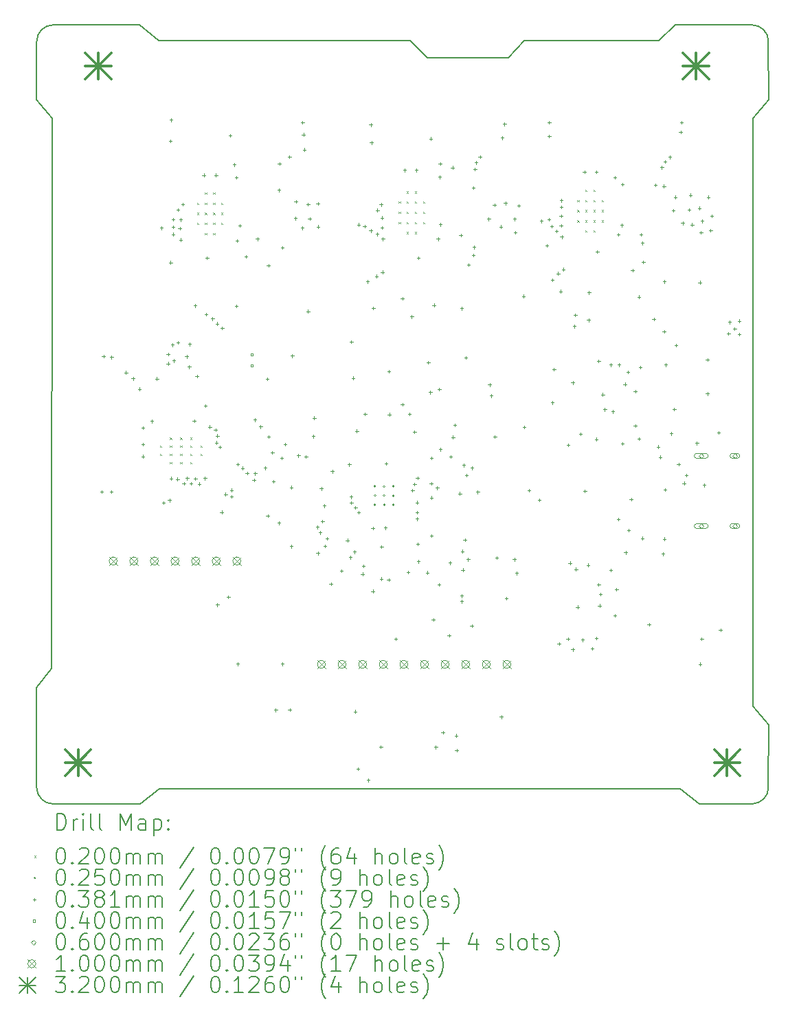
<source format=gbr>
%TF.GenerationSoftware,KiCad,Pcbnew,8.0.8*%
%TF.CreationDate,2025-03-29T22:08:16-04:00*%
%TF.ProjectId,motor_board,6d6f746f-725f-4626-9f61-72642e6b6963,idk*%
%TF.SameCoordinates,Original*%
%TF.FileFunction,Drillmap*%
%TF.FilePolarity,Positive*%
%FSLAX45Y45*%
G04 Gerber Fmt 4.5, Leading zero omitted, Abs format (unit mm)*
G04 Created by KiCad (PCBNEW 8.0.8) date 2025-03-29 22:08:16*
%MOMM*%
%LPD*%
G01*
G04 APERTURE LIST*
%ADD10C,0.150000*%
%ADD11C,0.200000*%
%ADD12C,0.100000*%
%ADD13C,0.320000*%
G04 APERTURE END LIST*
D10*
X9833610Y-5448910D02*
G75*
G02*
X10033610Y-5248910I200000J0D01*
G01*
X10033610Y-14837410D02*
G75*
G02*
X9833610Y-14637410I0J200000D01*
G01*
X18850610Y-14637410D02*
G75*
G02*
X18650610Y-14837410I-200000J0D01*
G01*
X11100160Y-5249020D02*
X10033610Y-5248910D01*
X18650610Y-5248910D02*
G75*
G02*
X18850610Y-5448910I0J-200000D01*
G01*
X9830020Y-13404840D02*
X9833610Y-14637410D01*
X11343640Y-14650720D02*
X11109960Y-14838680D01*
X18850610Y-5448910D02*
X18851880Y-6167120D01*
X18851880Y-13868400D02*
X18850610Y-14637410D01*
X18650610Y-14837410D02*
X17998440Y-14837410D01*
X11109960Y-14838680D02*
X10033610Y-14837410D01*
X14650000Y-5650000D02*
X15650000Y-5650000D01*
X10017980Y-13171160D02*
X10023000Y-6400800D01*
X17500000Y-5438980D02*
X17700000Y-5248910D01*
X14434997Y-5437986D02*
X14650000Y-5650000D01*
X17762830Y-14650720D02*
X11343640Y-14650720D01*
X9833610Y-5448910D02*
X9833020Y-6167120D01*
X10023000Y-6400800D02*
X9833020Y-6167120D01*
X15650000Y-5650000D02*
X15840001Y-5438442D01*
X18658840Y-13634720D02*
X18851880Y-13868400D01*
X18663920Y-6400800D02*
X18851880Y-6167120D01*
X11333840Y-5436980D02*
X14434997Y-5437986D01*
X10017980Y-13171160D02*
X9830020Y-13404840D01*
X11333840Y-5436980D02*
X11100160Y-5249020D01*
X18663920Y-6400800D02*
X18658840Y-13634720D01*
X17762830Y-14650720D02*
X17998440Y-14837410D01*
X18650610Y-5248910D02*
X17700000Y-5248910D01*
X15840001Y-5438442D02*
X17500000Y-5438980D01*
D11*
D12*
X11351664Y-10428336D02*
X11371664Y-10448336D01*
X11371664Y-10428336D02*
X11351664Y-10448336D01*
X11351664Y-10528336D02*
X11371664Y-10548336D01*
X11371664Y-10528336D02*
X11351664Y-10548336D01*
X11476664Y-10328336D02*
X11496664Y-10348336D01*
X11496664Y-10328336D02*
X11476664Y-10348336D01*
X11476664Y-10428336D02*
X11496664Y-10448336D01*
X11496664Y-10428336D02*
X11476664Y-10448336D01*
X11476664Y-10528336D02*
X11496664Y-10548336D01*
X11496664Y-10528336D02*
X11476664Y-10548336D01*
X11476664Y-10628336D02*
X11496664Y-10648336D01*
X11496664Y-10628336D02*
X11476664Y-10648336D01*
X11601664Y-10328336D02*
X11621664Y-10348336D01*
X11621664Y-10328336D02*
X11601664Y-10348336D01*
X11601664Y-10428336D02*
X11621664Y-10448336D01*
X11621664Y-10428336D02*
X11601664Y-10448336D01*
X11601664Y-10528336D02*
X11621664Y-10548336D01*
X11621664Y-10528336D02*
X11601664Y-10548336D01*
X11601664Y-10628336D02*
X11621664Y-10648336D01*
X11621664Y-10628336D02*
X11601664Y-10648336D01*
X11726664Y-10328336D02*
X11746664Y-10348336D01*
X11746664Y-10328336D02*
X11726664Y-10348336D01*
X11726664Y-10428336D02*
X11746664Y-10448336D01*
X11746664Y-10428336D02*
X11726664Y-10448336D01*
X11726664Y-10528336D02*
X11746664Y-10548336D01*
X11746664Y-10528336D02*
X11726664Y-10548336D01*
X11726664Y-10628336D02*
X11746664Y-10648336D01*
X11746664Y-10628336D02*
X11726664Y-10648336D01*
X11807213Y-7435193D02*
X11827213Y-7455193D01*
X11827213Y-7435193D02*
X11807213Y-7455193D01*
X11807213Y-7560193D02*
X11827213Y-7580193D01*
X11827213Y-7560193D02*
X11807213Y-7580193D01*
X11807213Y-7685193D02*
X11827213Y-7705193D01*
X11827213Y-7685193D02*
X11807213Y-7705193D01*
X11851664Y-10428336D02*
X11871664Y-10448336D01*
X11871664Y-10428336D02*
X11851664Y-10448336D01*
X11851664Y-10528336D02*
X11871664Y-10548336D01*
X11871664Y-10528336D02*
X11851664Y-10548336D01*
X11907213Y-7310193D02*
X11927213Y-7330193D01*
X11927213Y-7310193D02*
X11907213Y-7330193D01*
X11907213Y-7435193D02*
X11927213Y-7455193D01*
X11927213Y-7435193D02*
X11907213Y-7455193D01*
X11907213Y-7560193D02*
X11927213Y-7580193D01*
X11927213Y-7560193D02*
X11907213Y-7580193D01*
X11907213Y-7685193D02*
X11927213Y-7705193D01*
X11927213Y-7685193D02*
X11907213Y-7705193D01*
X11907213Y-7810193D02*
X11927213Y-7830193D01*
X11927213Y-7810193D02*
X11907213Y-7830193D01*
X12007213Y-7310193D02*
X12027213Y-7330193D01*
X12027213Y-7310193D02*
X12007213Y-7330193D01*
X12007213Y-7435193D02*
X12027213Y-7455193D01*
X12027213Y-7435193D02*
X12007213Y-7455193D01*
X12007213Y-7560193D02*
X12027213Y-7580193D01*
X12027213Y-7560193D02*
X12007213Y-7580193D01*
X12007213Y-7685193D02*
X12027213Y-7705193D01*
X12027213Y-7685193D02*
X12007213Y-7705193D01*
X12007213Y-7810193D02*
X12027213Y-7830193D01*
X12027213Y-7810193D02*
X12007213Y-7830193D01*
X12107213Y-7435193D02*
X12127213Y-7455193D01*
X12127213Y-7435193D02*
X12107213Y-7455193D01*
X12107213Y-7560193D02*
X12127213Y-7580193D01*
X12127213Y-7560193D02*
X12107213Y-7580193D01*
X12107213Y-7685193D02*
X12127213Y-7705193D01*
X12127213Y-7685193D02*
X12107213Y-7705193D01*
X14294713Y-7422693D02*
X14314713Y-7442693D01*
X14314713Y-7422693D02*
X14294713Y-7442693D01*
X14294713Y-7547693D02*
X14314713Y-7567693D01*
X14314713Y-7547693D02*
X14294713Y-7567693D01*
X14294713Y-7672693D02*
X14314713Y-7692693D01*
X14314713Y-7672693D02*
X14294713Y-7692693D01*
X14394713Y-7297693D02*
X14414713Y-7317693D01*
X14414713Y-7297693D02*
X14394713Y-7317693D01*
X14394713Y-7422693D02*
X14414713Y-7442693D01*
X14414713Y-7422693D02*
X14394713Y-7442693D01*
X14394713Y-7547693D02*
X14414713Y-7567693D01*
X14414713Y-7547693D02*
X14394713Y-7567693D01*
X14394713Y-7672693D02*
X14414713Y-7692693D01*
X14414713Y-7672693D02*
X14394713Y-7692693D01*
X14394713Y-7797693D02*
X14414713Y-7817693D01*
X14414713Y-7797693D02*
X14394713Y-7817693D01*
X14494713Y-7297693D02*
X14514713Y-7317693D01*
X14514713Y-7297693D02*
X14494713Y-7317693D01*
X14494713Y-7422693D02*
X14514713Y-7442693D01*
X14514713Y-7422693D02*
X14494713Y-7442693D01*
X14494713Y-7547693D02*
X14514713Y-7567693D01*
X14514713Y-7547693D02*
X14494713Y-7567693D01*
X14494713Y-7672693D02*
X14514713Y-7692693D01*
X14514713Y-7672693D02*
X14494713Y-7692693D01*
X14494713Y-7797693D02*
X14514713Y-7817693D01*
X14514713Y-7797693D02*
X14494713Y-7817693D01*
X14594713Y-7422693D02*
X14614713Y-7442693D01*
X14614713Y-7422693D02*
X14594713Y-7442693D01*
X14594713Y-7547693D02*
X14614713Y-7567693D01*
X14614713Y-7547693D02*
X14594713Y-7567693D01*
X14594713Y-7672693D02*
X14614713Y-7692693D01*
X14614713Y-7672693D02*
X14594713Y-7692693D01*
X16494713Y-7402693D02*
X16514713Y-7422693D01*
X16514713Y-7402693D02*
X16494713Y-7422693D01*
X16494713Y-7527693D02*
X16514713Y-7547693D01*
X16514713Y-7527693D02*
X16494713Y-7547693D01*
X16494713Y-7652693D02*
X16514713Y-7672693D01*
X16514713Y-7652693D02*
X16494713Y-7672693D01*
X16594713Y-7277693D02*
X16614713Y-7297693D01*
X16614713Y-7277693D02*
X16594713Y-7297693D01*
X16594713Y-7402693D02*
X16614713Y-7422693D01*
X16614713Y-7402693D02*
X16594713Y-7422693D01*
X16594713Y-7527693D02*
X16614713Y-7547693D01*
X16614713Y-7527693D02*
X16594713Y-7547693D01*
X16594713Y-7652693D02*
X16614713Y-7672693D01*
X16614713Y-7652693D02*
X16594713Y-7672693D01*
X16594713Y-7777693D02*
X16614713Y-7797693D01*
X16614713Y-7777693D02*
X16594713Y-7797693D01*
X16694713Y-7277693D02*
X16714713Y-7297693D01*
X16714713Y-7277693D02*
X16694713Y-7297693D01*
X16694713Y-7402693D02*
X16714713Y-7422693D01*
X16714713Y-7402693D02*
X16694713Y-7422693D01*
X16694713Y-7527693D02*
X16714713Y-7547693D01*
X16714713Y-7527693D02*
X16694713Y-7547693D01*
X16694713Y-7652693D02*
X16714713Y-7672693D01*
X16714713Y-7652693D02*
X16694713Y-7672693D01*
X16694713Y-7777693D02*
X16714713Y-7797693D01*
X16714713Y-7777693D02*
X16694713Y-7797693D01*
X16794713Y-7402693D02*
X16814713Y-7422693D01*
X16814713Y-7402693D02*
X16794713Y-7422693D01*
X16794713Y-7527693D02*
X16814713Y-7547693D01*
X16814713Y-7527693D02*
X16794713Y-7547693D01*
X16794713Y-7652693D02*
X16814713Y-7672693D01*
X16814713Y-7652693D02*
X16794713Y-7672693D01*
X14013577Y-10929057D02*
G75*
G02*
X13988577Y-10929057I-12500J0D01*
G01*
X13988577Y-10929057D02*
G75*
G02*
X14013577Y-10929057I12500J0D01*
G01*
X14013577Y-11042390D02*
G75*
G02*
X13988577Y-11042390I-12500J0D01*
G01*
X13988577Y-11042390D02*
G75*
G02*
X14013577Y-11042390I12500J0D01*
G01*
X14013577Y-11155723D02*
G75*
G02*
X13988577Y-11155723I-12500J0D01*
G01*
X13988577Y-11155723D02*
G75*
G02*
X14013577Y-11155723I12500J0D01*
G01*
X14126910Y-10929057D02*
G75*
G02*
X14101910Y-10929057I-12500J0D01*
G01*
X14101910Y-10929057D02*
G75*
G02*
X14126910Y-10929057I12500J0D01*
G01*
X14126910Y-11042390D02*
G75*
G02*
X14101910Y-11042390I-12500J0D01*
G01*
X14101910Y-11042390D02*
G75*
G02*
X14126910Y-11042390I12500J0D01*
G01*
X14126910Y-11155723D02*
G75*
G02*
X14101910Y-11155723I-12500J0D01*
G01*
X14101910Y-11155723D02*
G75*
G02*
X14126910Y-11155723I12500J0D01*
G01*
X14240243Y-10929057D02*
G75*
G02*
X14215243Y-10929057I-12500J0D01*
G01*
X14215243Y-10929057D02*
G75*
G02*
X14240243Y-10929057I12500J0D01*
G01*
X14240243Y-11042390D02*
G75*
G02*
X14215243Y-11042390I-12500J0D01*
G01*
X14215243Y-11042390D02*
G75*
G02*
X14240243Y-11042390I12500J0D01*
G01*
X14240243Y-11155723D02*
G75*
G02*
X14215243Y-11155723I-12500J0D01*
G01*
X14215243Y-11155723D02*
G75*
G02*
X14240243Y-11155723I12500J0D01*
G01*
X10632498Y-10977181D02*
X10632498Y-11015281D01*
X10613448Y-10996231D02*
X10651548Y-10996231D01*
X10656361Y-9309590D02*
X10656361Y-9347690D01*
X10637311Y-9328640D02*
X10675411Y-9328640D01*
X10752498Y-10977181D02*
X10752498Y-11015281D01*
X10733448Y-10996231D02*
X10771548Y-10996231D01*
X10756361Y-9319590D02*
X10756361Y-9357690D01*
X10737311Y-9338640D02*
X10775411Y-9338640D01*
X10933497Y-9507181D02*
X10933497Y-9545281D01*
X10914447Y-9526231D02*
X10952547Y-9526231D01*
X11020014Y-9582181D02*
X11020014Y-9620281D01*
X11000964Y-9601231D02*
X11039064Y-9601231D01*
X11098215Y-9711899D02*
X11098215Y-9749999D01*
X11079165Y-9730949D02*
X11117265Y-9730949D01*
X11142498Y-10187181D02*
X11142498Y-10225281D01*
X11123448Y-10206231D02*
X11161548Y-10206231D01*
X11142742Y-10391878D02*
X11142742Y-10429978D01*
X11123692Y-10410928D02*
X11161792Y-10410928D01*
X11144252Y-10541878D02*
X11144252Y-10579978D01*
X11125202Y-10560928D02*
X11163302Y-10560928D01*
X11252498Y-10107181D02*
X11252498Y-10145281D01*
X11233448Y-10126231D02*
X11271548Y-10126231D01*
X11315408Y-9584681D02*
X11315408Y-9622781D01*
X11296358Y-9603731D02*
X11334458Y-9603731D01*
X11369410Y-7728340D02*
X11369410Y-7766440D01*
X11350360Y-7747390D02*
X11388460Y-7747390D01*
X11396360Y-11109590D02*
X11396360Y-11147690D01*
X11377310Y-11128640D02*
X11415410Y-11128640D01*
X11452072Y-9282128D02*
X11452072Y-9320228D01*
X11433022Y-9301178D02*
X11471122Y-9301178D01*
X11452359Y-9397541D02*
X11452359Y-9435641D01*
X11433309Y-9416591D02*
X11471409Y-9416591D01*
X11470000Y-11080950D02*
X11470000Y-11119050D01*
X11450950Y-11100000D02*
X11489050Y-11100000D01*
X11479410Y-6658340D02*
X11479410Y-6696440D01*
X11460360Y-6677390D02*
X11498460Y-6677390D01*
X11484713Y-8153643D02*
X11484713Y-8191743D01*
X11465663Y-8172693D02*
X11503763Y-8172693D01*
X11489410Y-6398340D02*
X11489410Y-6436440D01*
X11470360Y-6417390D02*
X11508460Y-6417390D01*
X11490997Y-10812633D02*
X11490997Y-10850733D01*
X11471947Y-10831683D02*
X11510047Y-10831683D01*
X11504859Y-9167541D02*
X11504859Y-9205641D01*
X11485809Y-9186591D02*
X11523909Y-9186591D01*
X11513730Y-7621115D02*
X11513730Y-7659215D01*
X11494680Y-7640165D02*
X11532780Y-7640165D01*
X11513730Y-7714380D02*
X11513730Y-7752480D01*
X11494680Y-7733430D02*
X11532780Y-7733430D01*
X11513730Y-7806691D02*
X11513730Y-7844791D01*
X11494680Y-7825741D02*
X11532780Y-7825741D01*
X11522072Y-9362128D02*
X11522072Y-9400228D01*
X11503022Y-9381178D02*
X11541122Y-9381178D01*
X11568497Y-10820133D02*
X11568497Y-10858233D01*
X11549447Y-10839183D02*
X11587547Y-10839183D01*
X11572072Y-9139628D02*
X11572072Y-9177728D01*
X11553022Y-9158678D02*
X11591122Y-9158678D01*
X11574713Y-7503643D02*
X11574713Y-7541743D01*
X11555663Y-7522693D02*
X11593763Y-7522693D01*
X11597365Y-7733643D02*
X11597365Y-7771743D01*
X11578315Y-7752693D02*
X11616415Y-7752693D01*
X11606018Y-7625186D02*
X11606018Y-7663286D01*
X11586968Y-7644236D02*
X11625068Y-7644236D01*
X11607365Y-7873643D02*
X11607365Y-7911743D01*
X11588315Y-7892693D02*
X11626415Y-7892693D01*
X11632397Y-7435960D02*
X11632397Y-7474060D01*
X11613347Y-7455010D02*
X11651447Y-7455010D01*
X11647359Y-10875041D02*
X11647359Y-10913141D01*
X11628309Y-10894091D02*
X11666409Y-10894091D01*
X11680000Y-9310950D02*
X11680000Y-9349050D01*
X11660950Y-9330000D02*
X11699050Y-9330000D01*
X11687359Y-10810041D02*
X11687359Y-10848141D01*
X11668309Y-10829091D02*
X11706409Y-10829091D01*
X11713637Y-9438541D02*
X11713637Y-9476641D01*
X11694587Y-9457591D02*
X11732687Y-9457591D01*
X11720000Y-9159628D02*
X11720000Y-9197728D01*
X11700950Y-9178678D02*
X11739050Y-9178678D01*
X11735997Y-10872633D02*
X11735997Y-10910733D01*
X11716947Y-10891683D02*
X11755047Y-10891683D01*
X11774974Y-10102427D02*
X11774974Y-10140527D01*
X11755924Y-10121477D02*
X11794024Y-10121477D01*
X11784713Y-8683643D02*
X11784713Y-8721743D01*
X11765663Y-8702693D02*
X11803763Y-8702693D01*
X11789859Y-10815041D02*
X11789859Y-10853141D01*
X11770809Y-10834091D02*
X11808909Y-10834091D01*
X11807211Y-9554268D02*
X11807211Y-9592368D01*
X11788161Y-9573318D02*
X11826261Y-9573318D01*
X11836954Y-10879175D02*
X11836954Y-10917275D01*
X11817904Y-10898225D02*
X11856004Y-10898225D01*
X11892213Y-7078037D02*
X11892213Y-7116137D01*
X11873163Y-7097087D02*
X11911263Y-7097087D01*
X11908497Y-10810133D02*
X11908497Y-10848233D01*
X11889447Y-10829183D02*
X11927547Y-10829183D01*
X11913497Y-9917633D02*
X11913497Y-9955733D01*
X11894447Y-9936683D02*
X11932547Y-9936683D01*
X11922213Y-8791143D02*
X11922213Y-8829243D01*
X11903163Y-8810193D02*
X11941263Y-8810193D01*
X11932213Y-8096143D02*
X11932213Y-8134243D01*
X11913163Y-8115193D02*
X11951263Y-8115193D01*
X11965997Y-10177633D02*
X11965997Y-10215733D01*
X11946947Y-10196683D02*
X11985047Y-10196683D01*
X11999713Y-8846143D02*
X11999713Y-8884243D01*
X11980663Y-8865193D02*
X12018763Y-8865193D01*
X12037650Y-10212333D02*
X12037650Y-10250433D01*
X12018600Y-10231383D02*
X12056700Y-10231383D01*
X12042213Y-7078946D02*
X12042213Y-7117046D01*
X12023163Y-7097996D02*
X12061263Y-7097996D01*
X12047049Y-10371732D02*
X12047049Y-10409832D01*
X12027999Y-10390782D02*
X12066099Y-10390782D01*
X12054713Y-8906143D02*
X12054713Y-8944243D01*
X12035663Y-8925193D02*
X12073763Y-8925193D01*
X12059384Y-10286565D02*
X12059384Y-10324665D01*
X12040334Y-10305615D02*
X12078434Y-10305615D01*
X12059410Y-12368340D02*
X12059410Y-12406440D01*
X12040360Y-12387390D02*
X12078460Y-12387390D01*
X12092498Y-10427181D02*
X12092498Y-10465281D01*
X12073448Y-10446231D02*
X12111548Y-10446231D01*
X12112498Y-11227181D02*
X12112498Y-11265281D01*
X12093448Y-11246231D02*
X12131548Y-11246231D01*
X12119713Y-8961143D02*
X12119713Y-8999243D01*
X12100663Y-8980193D02*
X12138763Y-8980193D01*
X12162498Y-11007181D02*
X12162498Y-11045281D01*
X12143448Y-11026231D02*
X12181548Y-11026231D01*
X12194697Y-12271253D02*
X12194697Y-12309353D01*
X12175647Y-12290303D02*
X12213747Y-12290303D01*
X12219410Y-6588340D02*
X12219410Y-6626440D01*
X12200360Y-6607390D02*
X12238460Y-6607390D01*
X12232498Y-11037181D02*
X12232498Y-11075281D01*
X12213448Y-11056231D02*
X12251548Y-11056231D01*
X12234998Y-10954681D02*
X12234998Y-10992781D01*
X12215948Y-10973731D02*
X12254048Y-10973731D01*
X12269410Y-6948340D02*
X12269410Y-6986440D01*
X12250360Y-6967390D02*
X12288460Y-6967390D01*
X12292213Y-7105840D02*
X12292213Y-7143940D01*
X12273163Y-7124890D02*
X12311263Y-7124890D01*
X12294713Y-8691143D02*
X12294713Y-8729243D01*
X12275663Y-8710193D02*
X12313763Y-8710193D01*
X12302213Y-7886143D02*
X12302213Y-7924243D01*
X12283163Y-7905193D02*
X12321263Y-7905193D01*
X12310000Y-10637746D02*
X12310000Y-10675846D01*
X12290950Y-10656796D02*
X12329050Y-10656796D01*
X12310000Y-13095090D02*
X12310000Y-13133190D01*
X12290950Y-13114140D02*
X12329050Y-13114140D01*
X12334713Y-7701143D02*
X12334713Y-7739243D01*
X12315663Y-7720193D02*
X12353763Y-7720193D01*
X12370403Y-10685079D02*
X12370403Y-10723179D01*
X12351353Y-10704129D02*
X12389453Y-10704129D01*
X12412213Y-8078643D02*
X12412213Y-8116743D01*
X12393163Y-8097693D02*
X12431263Y-8097693D01*
X12426360Y-10745999D02*
X12426360Y-10784099D01*
X12407310Y-10765049D02*
X12445410Y-10765049D01*
X12511360Y-10832090D02*
X12511360Y-10870190D01*
X12492310Y-10851140D02*
X12530410Y-10851140D01*
X12521360Y-10089590D02*
X12521360Y-10127690D01*
X12502310Y-10108640D02*
X12540410Y-10108640D01*
X12526360Y-10749590D02*
X12526360Y-10787690D01*
X12507310Y-10768640D02*
X12545410Y-10768640D01*
X12552213Y-7863643D02*
X12552213Y-7901743D01*
X12533163Y-7882693D02*
X12571263Y-7882693D01*
X12593860Y-10174590D02*
X12593860Y-10212690D01*
X12574810Y-10193640D02*
X12612910Y-10193640D01*
X12649417Y-10682345D02*
X12649417Y-10720445D01*
X12630367Y-10701395D02*
X12668467Y-10701395D01*
X12674410Y-9588340D02*
X12674410Y-9626440D01*
X12655360Y-9607390D02*
X12693460Y-9607390D01*
X12680000Y-11270950D02*
X12680000Y-11309050D01*
X12660950Y-11290000D02*
X12699050Y-11290000D01*
X12689410Y-8188340D02*
X12689410Y-8226440D01*
X12670360Y-8207390D02*
X12708460Y-8207390D01*
X12693860Y-10299590D02*
X12693860Y-10337690D01*
X12674810Y-10318640D02*
X12712910Y-10318640D01*
X12738195Y-10491705D02*
X12738195Y-10529805D01*
X12719145Y-10510755D02*
X12757245Y-10510755D01*
X12751664Y-10849286D02*
X12751664Y-10887386D01*
X12732614Y-10868336D02*
X12770714Y-10868336D01*
X12779042Y-13662950D02*
X12779042Y-13701050D01*
X12759992Y-13682000D02*
X12798092Y-13682000D01*
X12819713Y-7261143D02*
X12819713Y-7299243D01*
X12800663Y-7280193D02*
X12838763Y-7280193D01*
X12820000Y-11359992D02*
X12820000Y-11398092D01*
X12800950Y-11379042D02*
X12839050Y-11379042D01*
X12824713Y-6936143D02*
X12824713Y-6974243D01*
X12805663Y-6955193D02*
X12843763Y-6955193D01*
X12854410Y-10560840D02*
X12854410Y-10598940D01*
X12835360Y-10579890D02*
X12873460Y-10579890D01*
X12859410Y-7968340D02*
X12859410Y-8006440D01*
X12840360Y-7987390D02*
X12878460Y-7987390D01*
X12862157Y-13094790D02*
X12862157Y-13132890D01*
X12843107Y-13113840D02*
X12881207Y-13113840D01*
X12895000Y-10391498D02*
X12895000Y-10429598D01*
X12875950Y-10410548D02*
X12914050Y-10410548D01*
X12949713Y-6852081D02*
X12949713Y-6890181D01*
X12930663Y-6871131D02*
X12968763Y-6871131D01*
X12950000Y-13660950D02*
X12950000Y-13699050D01*
X12930950Y-13680000D02*
X12969050Y-13680000D01*
X12969410Y-11648340D02*
X12969410Y-11686440D01*
X12950360Y-11667390D02*
X12988460Y-11667390D01*
X12970000Y-10920950D02*
X12970000Y-10959050D01*
X12950950Y-10940000D02*
X12989050Y-10940000D01*
X12981910Y-9303340D02*
X12981910Y-9341440D01*
X12962860Y-9322390D02*
X13000960Y-9322390D01*
X13022213Y-7608643D02*
X13022213Y-7646743D01*
X13003163Y-7627693D02*
X13041263Y-7627693D01*
X13027213Y-7403643D02*
X13027213Y-7441743D01*
X13008163Y-7422693D02*
X13046263Y-7422693D01*
X13060000Y-10530950D02*
X13060000Y-10569050D01*
X13040950Y-10550000D02*
X13079050Y-10550000D01*
X13107213Y-7728643D02*
X13107213Y-7766743D01*
X13088163Y-7747693D02*
X13126263Y-7747693D01*
X13109410Y-6428340D02*
X13109410Y-6466440D01*
X13090360Y-6447390D02*
X13128460Y-6447390D01*
X13119410Y-6578340D02*
X13119410Y-6616440D01*
X13100360Y-6597390D02*
X13138460Y-6597390D01*
X13134133Y-6765563D02*
X13134133Y-6803663D01*
X13115083Y-6784613D02*
X13153183Y-6784613D01*
X13151910Y-10545840D02*
X13151910Y-10583940D01*
X13132860Y-10564890D02*
X13170960Y-10564890D01*
X13177213Y-7438643D02*
X13177213Y-7476743D01*
X13158163Y-7457693D02*
X13196263Y-7457693D01*
X13177213Y-8753643D02*
X13177213Y-8791743D01*
X13158163Y-8772693D02*
X13196263Y-8772693D01*
X13197213Y-7613643D02*
X13197213Y-7651743D01*
X13178163Y-7632693D02*
X13216263Y-7632693D01*
X13241910Y-10293340D02*
X13241910Y-10331440D01*
X13222860Y-10312390D02*
X13260960Y-10312390D01*
X13254410Y-10065840D02*
X13254410Y-10103940D01*
X13235360Y-10084890D02*
X13273460Y-10084890D01*
X13295000Y-11410950D02*
X13295000Y-11449050D01*
X13275950Y-11430000D02*
X13314050Y-11430000D01*
X13297213Y-7428643D02*
X13297213Y-7466743D01*
X13278163Y-7447693D02*
X13316263Y-7447693D01*
X13297942Y-11731872D02*
X13297942Y-11769972D01*
X13278892Y-11750922D02*
X13316992Y-11750922D01*
X13302213Y-7713643D02*
X13302213Y-7751743D01*
X13283163Y-7732693D02*
X13321263Y-7732693D01*
X13327368Y-11478318D02*
X13327368Y-11516418D01*
X13308318Y-11497368D02*
X13346418Y-11497368D01*
X13340660Y-10937090D02*
X13340660Y-10975190D01*
X13321610Y-10956140D02*
X13359710Y-10956140D01*
X13355000Y-11340950D02*
X13355000Y-11379050D01*
X13335950Y-11360000D02*
X13374050Y-11360000D01*
X13379410Y-11148340D02*
X13379410Y-11186440D01*
X13360360Y-11167390D02*
X13398460Y-11167390D01*
X13385442Y-11644372D02*
X13385442Y-11682472D01*
X13366392Y-11663422D02*
X13404492Y-11663422D01*
X13411910Y-11553340D02*
X13411910Y-11591440D01*
X13392860Y-11572390D02*
X13430960Y-11572390D01*
X13459410Y-12108340D02*
X13459410Y-12146440D01*
X13440360Y-12127390D02*
X13478460Y-12127390D01*
X13475000Y-10725950D02*
X13475000Y-10764050D01*
X13455950Y-10745000D02*
X13494050Y-10745000D01*
X13589410Y-11948340D02*
X13589410Y-11986440D01*
X13570360Y-11967390D02*
X13608460Y-11967390D01*
X13663105Y-11574645D02*
X13663105Y-11612745D01*
X13644055Y-11593695D02*
X13682155Y-11593695D01*
X13685000Y-10640950D02*
X13685000Y-10679050D01*
X13665950Y-10660000D02*
X13704050Y-10660000D01*
X13701126Y-11783549D02*
X13701126Y-11821649D01*
X13682076Y-11802599D02*
X13720176Y-11802599D01*
X13709410Y-11038340D02*
X13709410Y-11076440D01*
X13690360Y-11057390D02*
X13728460Y-11057390D01*
X13710000Y-11112383D02*
X13710000Y-11150483D01*
X13690950Y-11131433D02*
X13729050Y-11131433D01*
X13711910Y-9130840D02*
X13711910Y-9168940D01*
X13692860Y-9149890D02*
X13730960Y-9149890D01*
X13731910Y-9575840D02*
X13731910Y-9613940D01*
X13712860Y-9594890D02*
X13750960Y-9594890D01*
X13752083Y-11715950D02*
X13752083Y-11754050D01*
X13733033Y-11735000D02*
X13771133Y-11735000D01*
X13759810Y-13682140D02*
X13759810Y-13720240D01*
X13740760Y-13701190D02*
X13778860Y-13701190D01*
X13761032Y-11169918D02*
X13761032Y-11208018D01*
X13741982Y-11188968D02*
X13780082Y-11188968D01*
X13779410Y-10228340D02*
X13779410Y-10266440D01*
X13760360Y-10247390D02*
X13798460Y-10247390D01*
X13790410Y-14387340D02*
X13790410Y-14425440D01*
X13771360Y-14406390D02*
X13809460Y-14406390D01*
X13799410Y-7688340D02*
X13799410Y-7726440D01*
X13780360Y-7707390D02*
X13818460Y-7707390D01*
X13801820Y-11230950D02*
X13801820Y-11269050D01*
X13782770Y-11250000D02*
X13820870Y-11250000D01*
X13849410Y-11988340D02*
X13849410Y-12026440D01*
X13830360Y-12007390D02*
X13868460Y-12007390D01*
X13858452Y-11888340D02*
X13858452Y-11926440D01*
X13839402Y-11907390D02*
X13877502Y-11907390D01*
X13874410Y-7708340D02*
X13874410Y-7746440D01*
X13855360Y-7727390D02*
X13893460Y-7727390D01*
X13879410Y-10018340D02*
X13879410Y-10056440D01*
X13860360Y-10037390D02*
X13898460Y-10037390D01*
X13909410Y-8388340D02*
X13909410Y-8426440D01*
X13890360Y-8407390D02*
X13928460Y-8407390D01*
X13921410Y-14526340D02*
X13921410Y-14564440D01*
X13902360Y-14545390D02*
X13940460Y-14545390D01*
X13949410Y-6458340D02*
X13949410Y-6496440D01*
X13930360Y-6477390D02*
X13968460Y-6477390D01*
X13949410Y-7760840D02*
X13949410Y-7798940D01*
X13930360Y-7779890D02*
X13968460Y-7779890D01*
X13959410Y-6678340D02*
X13959410Y-6716440D01*
X13940360Y-6697390D02*
X13978460Y-6697390D01*
X13975000Y-11425950D02*
X13975000Y-11464050D01*
X13955950Y-11445000D02*
X13994050Y-11445000D01*
X13976175Y-12199775D02*
X13976175Y-12237875D01*
X13957125Y-12218825D02*
X13995225Y-12218825D01*
X13981910Y-8713340D02*
X13981910Y-8751440D01*
X13962860Y-8732390D02*
X14000960Y-8732390D01*
X14020000Y-8323340D02*
X14020000Y-8361440D01*
X14000950Y-8342390D02*
X14039050Y-8342390D01*
X14029410Y-7803340D02*
X14029410Y-7841440D01*
X14010360Y-7822390D02*
X14048460Y-7822390D01*
X14031743Y-7510689D02*
X14031743Y-7548789D01*
X14012693Y-7529739D02*
X14050793Y-7529739D01*
X14074410Y-14115840D02*
X14074410Y-14153940D01*
X14055360Y-14134890D02*
X14093460Y-14134890D01*
X14077942Y-7439808D02*
X14077942Y-7477908D01*
X14058892Y-7458858D02*
X14096992Y-7458858D01*
X14079410Y-12048340D02*
X14079410Y-12086440D01*
X14060360Y-12067390D02*
X14098460Y-12067390D01*
X14083452Y-11652673D02*
X14083452Y-11690773D01*
X14064402Y-11671723D02*
X14102502Y-11671723D01*
X14089410Y-7603340D02*
X14089410Y-7641440D01*
X14070360Y-7622390D02*
X14108460Y-7622390D01*
X14089410Y-7723340D02*
X14089410Y-7761440D01*
X14070360Y-7742390D02*
X14108460Y-7742390D01*
X14094410Y-8272382D02*
X14094410Y-8310482D01*
X14075360Y-8291432D02*
X14113460Y-8291432D01*
X14099410Y-7863340D02*
X14099410Y-7901440D01*
X14080360Y-7882390D02*
X14118460Y-7882390D01*
X14129410Y-11418340D02*
X14129410Y-11456440D01*
X14110360Y-11437390D02*
X14148460Y-11437390D01*
X14139410Y-10628340D02*
X14139410Y-10666440D01*
X14120360Y-10647390D02*
X14158460Y-10647390D01*
X14169410Y-12058340D02*
X14169410Y-12096440D01*
X14150360Y-12077390D02*
X14188460Y-12077390D01*
X14174410Y-9493340D02*
X14174410Y-9531440D01*
X14155360Y-9512390D02*
X14193460Y-9512390D01*
X14179410Y-10023340D02*
X14179410Y-10061440D01*
X14160360Y-10042390D02*
X14198460Y-10042390D01*
X14259410Y-12788340D02*
X14259410Y-12826440D01*
X14240360Y-12807390D02*
X14278460Y-12807390D01*
X14339410Y-8598340D02*
X14339410Y-8636440D01*
X14320360Y-8617390D02*
X14358460Y-8617390D01*
X14340000Y-9900950D02*
X14340000Y-9939050D01*
X14320950Y-9920000D02*
X14359050Y-9920000D01*
X14366658Y-7017514D02*
X14366658Y-7055614D01*
X14347608Y-7036564D02*
X14385708Y-7036564D01*
X14409410Y-11968340D02*
X14409410Y-12006440D01*
X14390360Y-11987390D02*
X14428460Y-11987390D01*
X14429410Y-10018340D02*
X14429410Y-10056440D01*
X14410360Y-10037390D02*
X14448460Y-10037390D01*
X14455000Y-8820950D02*
X14455000Y-8859050D01*
X14435950Y-8840000D02*
X14474050Y-8840000D01*
X14464410Y-10958340D02*
X14464410Y-10996440D01*
X14445360Y-10977390D02*
X14483460Y-10977390D01*
X14489410Y-10238340D02*
X14489410Y-10276440D01*
X14470360Y-10257390D02*
X14508460Y-10257390D01*
X14489410Y-10883340D02*
X14489410Y-10921440D01*
X14470360Y-10902390D02*
X14508460Y-10902390D01*
X14511658Y-7017514D02*
X14511658Y-7055614D01*
X14492608Y-7036564D02*
X14530708Y-7036564D01*
X14519410Y-11108340D02*
X14519410Y-11146440D01*
X14500360Y-11127390D02*
X14538460Y-11127390D01*
X14519410Y-11228340D02*
X14519410Y-11266440D01*
X14500360Y-11247390D02*
X14538460Y-11247390D01*
X14519410Y-11308340D02*
X14519410Y-11346440D01*
X14500360Y-11327390D02*
X14538460Y-11327390D01*
X14525850Y-10807749D02*
X14525850Y-10845849D01*
X14506800Y-10826799D02*
X14544900Y-10826799D01*
X14529410Y-11618340D02*
X14529410Y-11656440D01*
X14510360Y-11637390D02*
X14548460Y-11637390D01*
X14539410Y-8098340D02*
X14539410Y-8136440D01*
X14520360Y-8117390D02*
X14558460Y-8117390D01*
X14539410Y-11833340D02*
X14539410Y-11871440D01*
X14520360Y-11852390D02*
X14558460Y-11852390D01*
X14646910Y-11970840D02*
X14646910Y-12008940D01*
X14627860Y-11989890D02*
X14665960Y-11989890D01*
X14658400Y-9384350D02*
X14658400Y-9422450D01*
X14639350Y-9403400D02*
X14677450Y-9403400D01*
X14685000Y-9750950D02*
X14685000Y-9789050D01*
X14665950Y-9770000D02*
X14704050Y-9770000D01*
X14689410Y-6628340D02*
X14689410Y-6666440D01*
X14670360Y-6647390D02*
X14708460Y-6647390D01*
X14695207Y-10872543D02*
X14695207Y-10910643D01*
X14676157Y-10891593D02*
X14714257Y-10891593D01*
X14696910Y-11515840D02*
X14696910Y-11553940D01*
X14677860Y-11534890D02*
X14715960Y-11534890D01*
X14698523Y-10563011D02*
X14698523Y-10601111D01*
X14679473Y-10582061D02*
X14717573Y-10582061D01*
X14699410Y-11048340D02*
X14699410Y-11086440D01*
X14680360Y-11067390D02*
X14718460Y-11067390D01*
X14720000Y-12550950D02*
X14720000Y-12589050D01*
X14700950Y-12570000D02*
X14739050Y-12570000D01*
X14729410Y-8678340D02*
X14729410Y-8716440D01*
X14710360Y-8697390D02*
X14748460Y-8697390D01*
X14752410Y-14119340D02*
X14752410Y-14157440D01*
X14733360Y-14138390D02*
X14771460Y-14138390D01*
X14769410Y-10928340D02*
X14769410Y-10966440D01*
X14750360Y-10947390D02*
X14788460Y-10947390D01*
X14779410Y-7863340D02*
X14779410Y-7901440D01*
X14760360Y-7882390D02*
X14798460Y-7882390D01*
X14789410Y-12118340D02*
X14789410Y-12156440D01*
X14770360Y-12137390D02*
X14808460Y-12137390D01*
X14795000Y-9715950D02*
X14795000Y-9754050D01*
X14775950Y-9735000D02*
X14814050Y-9735000D01*
X14801910Y-7100840D02*
X14801910Y-7138940D01*
X14782860Y-7119890D02*
X14820960Y-7119890D01*
X14804410Y-6935840D02*
X14804410Y-6973940D01*
X14785360Y-6954890D02*
X14823460Y-6954890D01*
X14806528Y-7686222D02*
X14806528Y-7724322D01*
X14787478Y-7705272D02*
X14825578Y-7705272D01*
X14808377Y-10453157D02*
X14808377Y-10491257D01*
X14789327Y-10472207D02*
X14827427Y-10472207D01*
X14839410Y-13938340D02*
X14839410Y-13976440D01*
X14820360Y-13957390D02*
X14858460Y-13957390D01*
X14914410Y-12743340D02*
X14914410Y-12781440D01*
X14895360Y-12762390D02*
X14933460Y-12762390D01*
X14926910Y-11850840D02*
X14926910Y-11888940D01*
X14907860Y-11869890D02*
X14945960Y-11869890D01*
X14934410Y-10543340D02*
X14934410Y-10581440D01*
X14915360Y-10562390D02*
X14953460Y-10562390D01*
X14956910Y-6985840D02*
X14956910Y-7023940D01*
X14937860Y-7004890D02*
X14975960Y-7004890D01*
X14964410Y-10303340D02*
X14964410Y-10341440D01*
X14945360Y-10322390D02*
X14983460Y-10322390D01*
X14984410Y-10153340D02*
X14984410Y-10191440D01*
X14965360Y-10172390D02*
X15003460Y-10172390D01*
X15004410Y-13978340D02*
X15004410Y-14016440D01*
X14985360Y-13997390D02*
X15023460Y-13997390D01*
X15009410Y-14158340D02*
X15009410Y-14196440D01*
X14990360Y-14177390D02*
X15028460Y-14177390D01*
X15049410Y-10998340D02*
X15049410Y-11036440D01*
X15030360Y-11017390D02*
X15068460Y-11017390D01*
X15059410Y-7818340D02*
X15059410Y-7856440D01*
X15040360Y-7837390D02*
X15078460Y-7837390D01*
X15069175Y-12257474D02*
X15069175Y-12295574D01*
X15050125Y-12276524D02*
X15088225Y-12276524D01*
X15069410Y-8718340D02*
X15069410Y-8756440D01*
X15050360Y-8737390D02*
X15088460Y-8737390D01*
X15071910Y-12325840D02*
X15071910Y-12363940D01*
X15052860Y-12344890D02*
X15090960Y-12344890D01*
X15079410Y-11708340D02*
X15079410Y-11746440D01*
X15060360Y-11727390D02*
X15098460Y-11727390D01*
X15084410Y-11938340D02*
X15084410Y-11976440D01*
X15065360Y-11957390D02*
X15103460Y-11957390D01*
X15094533Y-10648463D02*
X15094533Y-10686563D01*
X15075483Y-10667513D02*
X15113583Y-10667513D01*
X15109410Y-11568340D02*
X15109410Y-11606440D01*
X15090360Y-11587390D02*
X15128460Y-11587390D01*
X15120000Y-9325950D02*
X15120000Y-9364050D01*
X15100950Y-9345000D02*
X15139050Y-9345000D01*
X15129410Y-10773340D02*
X15129410Y-10811440D01*
X15110360Y-10792390D02*
X15148460Y-10792390D01*
X15149410Y-11808340D02*
X15149410Y-11846440D01*
X15130360Y-11827390D02*
X15168460Y-11827390D01*
X15156910Y-8180840D02*
X15156910Y-8218940D01*
X15137860Y-8199890D02*
X15175960Y-8199890D01*
X15194410Y-12628340D02*
X15194410Y-12666440D01*
X15175360Y-12647390D02*
X15213460Y-12647390D01*
X15199410Y-10683340D02*
X15199410Y-10721440D01*
X15180360Y-10702390D02*
X15218460Y-10702390D01*
X15214410Y-7233340D02*
X15214410Y-7271440D01*
X15195360Y-7252390D02*
X15233460Y-7252390D01*
X15214410Y-8063340D02*
X15214410Y-8101440D01*
X15195360Y-8082390D02*
X15233460Y-8082390D01*
X15221910Y-7965840D02*
X15221910Y-8003940D01*
X15202860Y-7984890D02*
X15240960Y-7984890D01*
X15234410Y-7005840D02*
X15234410Y-7043940D01*
X15215360Y-7024890D02*
X15253460Y-7024890D01*
X15246910Y-6923340D02*
X15246910Y-6961440D01*
X15227860Y-6942390D02*
X15265960Y-6942390D01*
X15269410Y-10978340D02*
X15269410Y-11016440D01*
X15250360Y-10997390D02*
X15288460Y-10997390D01*
X15296910Y-6850840D02*
X15296910Y-6888940D01*
X15277860Y-6869890D02*
X15315960Y-6869890D01*
X15404410Y-7618340D02*
X15404410Y-7656440D01*
X15385360Y-7637390D02*
X15423460Y-7637390D01*
X15414410Y-9658340D02*
X15414410Y-9696440D01*
X15395360Y-9677390D02*
X15433460Y-9677390D01*
X15434410Y-9793340D02*
X15434410Y-9831440D01*
X15415360Y-9812390D02*
X15453460Y-9812390D01*
X15474410Y-7443340D02*
X15474410Y-7481440D01*
X15455360Y-7462390D02*
X15493460Y-7462390D01*
X15479410Y-10298340D02*
X15479410Y-10336440D01*
X15460360Y-10317390D02*
X15498460Y-10317390D01*
X15504410Y-11788340D02*
X15504410Y-11826440D01*
X15485360Y-11807390D02*
X15523460Y-11807390D01*
X15554410Y-7713340D02*
X15554410Y-7751440D01*
X15535360Y-7732390D02*
X15573460Y-7732390D01*
X15559410Y-13748340D02*
X15559410Y-13786440D01*
X15540360Y-13767390D02*
X15578460Y-13767390D01*
X15569410Y-6618340D02*
X15569410Y-6656440D01*
X15550360Y-6637390D02*
X15588460Y-6637390D01*
X15599410Y-6448340D02*
X15599410Y-6486440D01*
X15580360Y-6467390D02*
X15618460Y-6467390D01*
X15609410Y-7423340D02*
X15609410Y-7461440D01*
X15590360Y-7442390D02*
X15628460Y-7442390D01*
X15619410Y-12288340D02*
X15619410Y-12326440D01*
X15600360Y-12307390D02*
X15638460Y-12307390D01*
X15719410Y-11808340D02*
X15719410Y-11846440D01*
X15700360Y-11827390D02*
X15738460Y-11827390D01*
X15724410Y-7618340D02*
X15724410Y-7656440D01*
X15705360Y-7637390D02*
X15743460Y-7637390D01*
X15729410Y-7783340D02*
X15729410Y-7821440D01*
X15710360Y-7802390D02*
X15748460Y-7802390D01*
X15749410Y-11978340D02*
X15749410Y-12016440D01*
X15730360Y-11997390D02*
X15768460Y-11997390D01*
X15774410Y-7453340D02*
X15774410Y-7491440D01*
X15755360Y-7472390D02*
X15793460Y-7472390D01*
X15834410Y-8568340D02*
X15834410Y-8606440D01*
X15815360Y-8587390D02*
X15853460Y-8587390D01*
X15839410Y-10178340D02*
X15839410Y-10216440D01*
X15820360Y-10197390D02*
X15858460Y-10197390D01*
X15899410Y-10958340D02*
X15899410Y-10996440D01*
X15880360Y-10977390D02*
X15918460Y-10977390D01*
X16029410Y-11078340D02*
X16029410Y-11116440D01*
X16010360Y-11097390D02*
X16048460Y-11097390D01*
X16054713Y-7643643D02*
X16054713Y-7681743D01*
X16035663Y-7662693D02*
X16073763Y-7662693D01*
X16119713Y-7943643D02*
X16119713Y-7981743D01*
X16100663Y-7962693D02*
X16138763Y-7962693D01*
X16145261Y-7621548D02*
X16145261Y-7659648D01*
X16126211Y-7640598D02*
X16164311Y-7640598D01*
X16149410Y-6428340D02*
X16149410Y-6466440D01*
X16130360Y-6447390D02*
X16168460Y-6447390D01*
X16149410Y-6598340D02*
X16149410Y-6636440D01*
X16130360Y-6617390D02*
X16168460Y-6617390D01*
X16178756Y-7708643D02*
X16178756Y-7746743D01*
X16159706Y-7727693D02*
X16197806Y-7727693D01*
X16189410Y-9878340D02*
X16189410Y-9916440D01*
X16170360Y-9897390D02*
X16208460Y-9897390D01*
X16189713Y-8368643D02*
X16189713Y-8406743D01*
X16170663Y-8387693D02*
X16208763Y-8387693D01*
X16209410Y-9468340D02*
X16209410Y-9506440D01*
X16190360Y-9487390D02*
X16228460Y-9487390D01*
X16239713Y-7768643D02*
X16239713Y-7806743D01*
X16220663Y-7787693D02*
X16258763Y-7787693D01*
X16259713Y-8288643D02*
X16259713Y-8326743D01*
X16240663Y-8307693D02*
X16278763Y-8307693D01*
X16269410Y-12848340D02*
X16269410Y-12886440D01*
X16250360Y-12867390D02*
X16288460Y-12867390D01*
X16289713Y-8508643D02*
X16289713Y-8546743D01*
X16270663Y-8527693D02*
X16308763Y-8527693D01*
X16294713Y-7578643D02*
X16294713Y-7616743D01*
X16275663Y-7597693D02*
X16313763Y-7597693D01*
X16294713Y-7698643D02*
X16294713Y-7736743D01*
X16275663Y-7717693D02*
X16313763Y-7717693D01*
X16296910Y-7388340D02*
X16296910Y-7426440D01*
X16277860Y-7407390D02*
X16315960Y-7407390D01*
X16297213Y-7472283D02*
X16297213Y-7510383D01*
X16278163Y-7491333D02*
X16316263Y-7491333D01*
X16304713Y-7838643D02*
X16304713Y-7876743D01*
X16285663Y-7857693D02*
X16323763Y-7857693D01*
X16324713Y-8238643D02*
X16324713Y-8276743D01*
X16305663Y-8257693D02*
X16343763Y-8257693D01*
X16379410Y-12788340D02*
X16379410Y-12826440D01*
X16360360Y-12807390D02*
X16398460Y-12807390D01*
X16384410Y-10398340D02*
X16384410Y-10436440D01*
X16365360Y-10417390D02*
X16403460Y-10417390D01*
X16404410Y-11853340D02*
X16404410Y-11891440D01*
X16385360Y-11872390D02*
X16423460Y-11872390D01*
X16439410Y-9633340D02*
X16439410Y-9671440D01*
X16420360Y-9652390D02*
X16458460Y-9652390D01*
X16439410Y-12918340D02*
X16439410Y-12956440D01*
X16420360Y-12937390D02*
X16458460Y-12937390D01*
X16459410Y-8938340D02*
X16459410Y-8976440D01*
X16440360Y-8957390D02*
X16478460Y-8957390D01*
X16471910Y-8798340D02*
X16471910Y-8836440D01*
X16452860Y-8817390D02*
X16490960Y-8817390D01*
X16479410Y-11928340D02*
X16479410Y-11966440D01*
X16460360Y-11947390D02*
X16498460Y-11947390D01*
X16499410Y-12395840D02*
X16499410Y-12433940D01*
X16480360Y-12414890D02*
X16518460Y-12414890D01*
X16534410Y-10263340D02*
X16534410Y-10301440D01*
X16515360Y-10282390D02*
X16553460Y-10282390D01*
X16559410Y-12798340D02*
X16559410Y-12836440D01*
X16540360Y-12817390D02*
X16578460Y-12817390D01*
X16582213Y-7036823D02*
X16582213Y-7074923D01*
X16563163Y-7055873D02*
X16601263Y-7055873D01*
X16589410Y-10968340D02*
X16589410Y-11006440D01*
X16570360Y-10987390D02*
X16608460Y-10987390D01*
X16629410Y-11878340D02*
X16629410Y-11916440D01*
X16610360Y-11897390D02*
X16648460Y-11897390D01*
X16634410Y-8863340D02*
X16634410Y-8901440D01*
X16615360Y-8882390D02*
X16653460Y-8882390D01*
X16639713Y-8523643D02*
X16639713Y-8561743D01*
X16620663Y-8542693D02*
X16658763Y-8542693D01*
X16679410Y-12908340D02*
X16679410Y-12946440D01*
X16660360Y-12927390D02*
X16698460Y-12927390D01*
X16729410Y-12778340D02*
X16729410Y-12816440D01*
X16710360Y-12797390D02*
X16748460Y-12797390D01*
X16729713Y-7036823D02*
X16729713Y-7074923D01*
X16710663Y-7055873D02*
X16748763Y-7055873D01*
X16730878Y-10329808D02*
X16730878Y-10367908D01*
X16711828Y-10348858D02*
X16749928Y-10348858D01*
X16741630Y-8021726D02*
X16741630Y-8059826D01*
X16722580Y-8040776D02*
X16760680Y-8040776D01*
X16759410Y-9368340D02*
X16759410Y-9406440D01*
X16740360Y-9387390D02*
X16778460Y-9387390D01*
X16759410Y-12118340D02*
X16759410Y-12156440D01*
X16740360Y-12137390D02*
X16778460Y-12137390D01*
X16769410Y-12378340D02*
X16769410Y-12416440D01*
X16750360Y-12397390D02*
X16788460Y-12397390D01*
X16779410Y-12238340D02*
X16779410Y-12276440D01*
X16760360Y-12257390D02*
X16798460Y-12257390D01*
X16809410Y-9778340D02*
X16809410Y-9816440D01*
X16790360Y-9797390D02*
X16828460Y-9797390D01*
X16834410Y-9963340D02*
X16834410Y-10001440D01*
X16815360Y-9982390D02*
X16853460Y-9982390D01*
X16909405Y-11942240D02*
X16909405Y-11980340D01*
X16890355Y-11961290D02*
X16928455Y-11961290D01*
X16909410Y-9413340D02*
X16909410Y-9451440D01*
X16890360Y-9432390D02*
X16928460Y-9432390D01*
X16934410Y-9988340D02*
X16934410Y-10026440D01*
X16915360Y-10007390D02*
X16953460Y-10007390D01*
X16957670Y-12501040D02*
X16957670Y-12539140D01*
X16938620Y-12520090D02*
X16976720Y-12520090D01*
X16959713Y-7106143D02*
X16959713Y-7144243D01*
X16940663Y-7125193D02*
X16978763Y-7125193D01*
X16979410Y-12178340D02*
X16979410Y-12216440D01*
X16960360Y-12197390D02*
X16998460Y-12197390D01*
X16999713Y-7808643D02*
X16999713Y-7846743D01*
X16980663Y-7827693D02*
X17018763Y-7827693D01*
X17001910Y-11313340D02*
X17001910Y-11351440D01*
X16982860Y-11332390D02*
X17020960Y-11332390D01*
X17009410Y-9413340D02*
X17009410Y-9451440D01*
X16990360Y-9432390D02*
X17028460Y-9432390D01*
X17044713Y-7693643D02*
X17044713Y-7731743D01*
X17025663Y-7712693D02*
X17063763Y-7712693D01*
X17052213Y-7191143D02*
X17052213Y-7229243D01*
X17033163Y-7210193D02*
X17071263Y-7210193D01*
X17053658Y-10384093D02*
X17053658Y-10422193D01*
X17034608Y-10403143D02*
X17072708Y-10403143D01*
X17083160Y-9652090D02*
X17083160Y-9690190D01*
X17064110Y-9671140D02*
X17102210Y-9671140D01*
X17092171Y-11724951D02*
X17092171Y-11763051D01*
X17073121Y-11744001D02*
X17111221Y-11744001D01*
X17121910Y-9500840D02*
X17121910Y-9538940D01*
X17102860Y-9519890D02*
X17140960Y-9519890D01*
X17130000Y-11450950D02*
X17130000Y-11489050D01*
X17110950Y-11470000D02*
X17149050Y-11470000D01*
X17160000Y-11070950D02*
X17160000Y-11109050D01*
X17140950Y-11090000D02*
X17179050Y-11090000D01*
X17176910Y-8248340D02*
X17176910Y-8286440D01*
X17157860Y-8267390D02*
X17195960Y-8267390D01*
X17209410Y-9738340D02*
X17209410Y-9776440D01*
X17190360Y-9757390D02*
X17228460Y-9757390D01*
X17209410Y-10163340D02*
X17209410Y-10201440D01*
X17190360Y-10182390D02*
X17228460Y-10182390D01*
X17254410Y-10323340D02*
X17254410Y-10361440D01*
X17235360Y-10342390D02*
X17273460Y-10342390D01*
X17256910Y-8575840D02*
X17256910Y-8613940D01*
X17237860Y-8594890D02*
X17275960Y-8594890D01*
X17270368Y-9443142D02*
X17270368Y-9481242D01*
X17251318Y-9462192D02*
X17289418Y-9462192D01*
X17279713Y-7808643D02*
X17279713Y-7846743D01*
X17260663Y-7827693D02*
X17298763Y-7827693D01*
X17299410Y-11548340D02*
X17299410Y-11586440D01*
X17280360Y-11567390D02*
X17318460Y-11567390D01*
X17299713Y-7913643D02*
X17299713Y-7951743D01*
X17280663Y-7932693D02*
X17318763Y-7932693D01*
X17309713Y-8148643D02*
X17309713Y-8186743D01*
X17290663Y-8167693D02*
X17328763Y-8167693D01*
X17379410Y-12608340D02*
X17379410Y-12646440D01*
X17360360Y-12627390D02*
X17398460Y-12627390D01*
X17439410Y-8850840D02*
X17439410Y-8888940D01*
X17420360Y-8869890D02*
X17458460Y-8869890D01*
X17457213Y-7198643D02*
X17457213Y-7236743D01*
X17438163Y-7217693D02*
X17476263Y-7217693D01*
X17494410Y-10423340D02*
X17494410Y-10461440D01*
X17475360Y-10442390D02*
X17513460Y-10442390D01*
X17519410Y-10548340D02*
X17519410Y-10586440D01*
X17500360Y-10567390D02*
X17538460Y-10567390D01*
X17537213Y-6983643D02*
X17537213Y-7021743D01*
X17518163Y-7002693D02*
X17556263Y-7002693D01*
X17550000Y-11740950D02*
X17550000Y-11779050D01*
X17530950Y-11760000D02*
X17569050Y-11760000D01*
X17562213Y-7213643D02*
X17562213Y-7251743D01*
X17543163Y-7232693D02*
X17581263Y-7232693D01*
X17564410Y-9003340D02*
X17564410Y-9041440D01*
X17545360Y-9022390D02*
X17583460Y-9022390D01*
X17569410Y-8388340D02*
X17569410Y-8426440D01*
X17550360Y-8407390D02*
X17588460Y-8407390D01*
X17570000Y-11555950D02*
X17570000Y-11594050D01*
X17550950Y-11575000D02*
X17589050Y-11575000D01*
X17577200Y-10951150D02*
X17577200Y-10989250D01*
X17558150Y-10970200D02*
X17596250Y-10970200D01*
X17577213Y-6913643D02*
X17577213Y-6951743D01*
X17558163Y-6932693D02*
X17596263Y-6932693D01*
X17584410Y-9413340D02*
X17584410Y-9451440D01*
X17565360Y-9432390D02*
X17603460Y-9432390D01*
X17634713Y-6856143D02*
X17634713Y-6894243D01*
X17615663Y-6875193D02*
X17653763Y-6875193D01*
X17654410Y-10258340D02*
X17654410Y-10296440D01*
X17635360Y-10277390D02*
X17673460Y-10277390D01*
X17679713Y-7513643D02*
X17679713Y-7551743D01*
X17660663Y-7532693D02*
X17698763Y-7532693D01*
X17689410Y-9958340D02*
X17689410Y-9996440D01*
X17670360Y-9977390D02*
X17708460Y-9977390D01*
X17704713Y-7348643D02*
X17704713Y-7386743D01*
X17685663Y-7367693D02*
X17723763Y-7367693D01*
X17714410Y-9173340D02*
X17714410Y-9211440D01*
X17695360Y-9192390D02*
X17733460Y-9192390D01*
X17743200Y-10637150D02*
X17743200Y-10675250D01*
X17724150Y-10656200D02*
X17762250Y-10656200D01*
X17769410Y-6548340D02*
X17769410Y-6586440D01*
X17750360Y-6567390D02*
X17788460Y-6567390D01*
X17779410Y-6428340D02*
X17779410Y-6466440D01*
X17760360Y-6447390D02*
X17798460Y-6447390D01*
X17794713Y-7668643D02*
X17794713Y-7706743D01*
X17775663Y-7687693D02*
X17813763Y-7687693D01*
X17810000Y-10870950D02*
X17810000Y-10909050D01*
X17790950Y-10890000D02*
X17829050Y-10890000D01*
X17839000Y-10771950D02*
X17839000Y-10810050D01*
X17819950Y-10791000D02*
X17858050Y-10791000D01*
X17874713Y-7503643D02*
X17874713Y-7541743D01*
X17855663Y-7522693D02*
X17893763Y-7522693D01*
X17889713Y-7323643D02*
X17889713Y-7361743D01*
X17870663Y-7342693D02*
X17908763Y-7342693D01*
X17909713Y-7688643D02*
X17909713Y-7726743D01*
X17890663Y-7707693D02*
X17928763Y-7707693D01*
X17969410Y-10378340D02*
X17969410Y-10416440D01*
X17950360Y-10397390D02*
X17988460Y-10397390D01*
X17999713Y-7483643D02*
X17999713Y-7521743D01*
X17980663Y-7502693D02*
X18018763Y-7502693D01*
X18004713Y-8398643D02*
X18004713Y-8436743D01*
X17985663Y-8417693D02*
X18023763Y-8417693D01*
X18009410Y-13098340D02*
X18009410Y-13136440D01*
X17990360Y-13117390D02*
X18028460Y-13117390D01*
X18019713Y-7783643D02*
X18019713Y-7821743D01*
X18000663Y-7802693D02*
X18038763Y-7802693D01*
X18028070Y-12787000D02*
X18028070Y-12825100D01*
X18009020Y-12806050D02*
X18047120Y-12806050D01*
X18034713Y-7643643D02*
X18034713Y-7681743D01*
X18015663Y-7662693D02*
X18053763Y-7662693D01*
X18061600Y-10894550D02*
X18061600Y-10932650D01*
X18042550Y-10913600D02*
X18080650Y-10913600D01*
X18099410Y-9348340D02*
X18099410Y-9386440D01*
X18080360Y-9367390D02*
X18118460Y-9367390D01*
X18099410Y-9768340D02*
X18099410Y-9806440D01*
X18080360Y-9787390D02*
X18118460Y-9787390D01*
X18109713Y-7348643D02*
X18109713Y-7386743D01*
X18090663Y-7367693D02*
X18128763Y-7367693D01*
X18139713Y-7758643D02*
X18139713Y-7796743D01*
X18120663Y-7777693D02*
X18158763Y-7777693D01*
X18154713Y-7578643D02*
X18154713Y-7616743D01*
X18135663Y-7597693D02*
X18173763Y-7597693D01*
X18239410Y-10248340D02*
X18239410Y-10286440D01*
X18220360Y-10267390D02*
X18258460Y-10267390D01*
X18259410Y-12678340D02*
X18259410Y-12716440D01*
X18240360Y-12697390D02*
X18278460Y-12697390D01*
X18359410Y-9028340D02*
X18359410Y-9066440D01*
X18340360Y-9047390D02*
X18378460Y-9047390D01*
X18374410Y-8888340D02*
X18374410Y-8926440D01*
X18355360Y-8907390D02*
X18393460Y-8907390D01*
X18434410Y-8968340D02*
X18434410Y-9006440D01*
X18415360Y-8987390D02*
X18453460Y-8987390D01*
X18489410Y-8873340D02*
X18489410Y-8911440D01*
X18470360Y-8892390D02*
X18508460Y-8892390D01*
X18489410Y-9038340D02*
X18489410Y-9076440D01*
X18470360Y-9057390D02*
X18508460Y-9057390D01*
X12500801Y-9318994D02*
X12500801Y-9290710D01*
X12472516Y-9290710D01*
X12472516Y-9318994D01*
X12500801Y-9318994D01*
X12500801Y-9457984D02*
X12500801Y-9429700D01*
X12472516Y-9429700D01*
X12472516Y-9457984D01*
X12500801Y-9457984D01*
X18023500Y-10583000D02*
X18053500Y-10553000D01*
X18023500Y-10523000D01*
X17993500Y-10553000D01*
X18023500Y-10583000D01*
X17968500Y-10583000D02*
X18078500Y-10583000D01*
X18078500Y-10523000D02*
G75*
G02*
X18078500Y-10583000I0J-30000D01*
G01*
X18078500Y-10523000D02*
X17968500Y-10523000D01*
X17968500Y-10523000D02*
G75*
G03*
X17968500Y-10583000I0J-30000D01*
G01*
X18023500Y-11447000D02*
X18053500Y-11417000D01*
X18023500Y-11387000D01*
X17993500Y-11417000D01*
X18023500Y-11447000D01*
X17968500Y-11447000D02*
X18078500Y-11447000D01*
X18078500Y-11387000D02*
G75*
G02*
X18078500Y-11447000I0J-30000D01*
G01*
X18078500Y-11387000D02*
X17968500Y-11387000D01*
X17968500Y-11387000D02*
G75*
G03*
X17968500Y-11447000I0J-30000D01*
G01*
X18437500Y-10583000D02*
X18467500Y-10553000D01*
X18437500Y-10523000D01*
X18407500Y-10553000D01*
X18437500Y-10583000D01*
X18407500Y-10583000D02*
X18467500Y-10583000D01*
X18467500Y-10523000D02*
G75*
G02*
X18467500Y-10583000I0J-30000D01*
G01*
X18467500Y-10523000D02*
X18407500Y-10523000D01*
X18407500Y-10523000D02*
G75*
G03*
X18407500Y-10583000I0J-30000D01*
G01*
X18437500Y-11447000D02*
X18467500Y-11417000D01*
X18437500Y-11387000D01*
X18407500Y-11417000D01*
X18437500Y-11447000D01*
X18407500Y-11447000D02*
X18467500Y-11447000D01*
X18467500Y-11387000D02*
G75*
G02*
X18467500Y-11447000I0J-30000D01*
G01*
X18467500Y-11387000D02*
X18407500Y-11387000D01*
X18407500Y-11387000D02*
G75*
G03*
X18407500Y-11447000I0J-30000D01*
G01*
X10725664Y-11798336D02*
X10825664Y-11898336D01*
X10825664Y-11798336D02*
X10725664Y-11898336D01*
X10825664Y-11848336D02*
G75*
G02*
X10725664Y-11848336I-50000J0D01*
G01*
X10725664Y-11848336D02*
G75*
G02*
X10825664Y-11848336I50000J0D01*
G01*
X10979664Y-11798336D02*
X11079664Y-11898336D01*
X11079664Y-11798336D02*
X10979664Y-11898336D01*
X11079664Y-11848336D02*
G75*
G02*
X10979664Y-11848336I-50000J0D01*
G01*
X10979664Y-11848336D02*
G75*
G02*
X11079664Y-11848336I50000J0D01*
G01*
X11233664Y-11798336D02*
X11333664Y-11898336D01*
X11333664Y-11798336D02*
X11233664Y-11898336D01*
X11333664Y-11848336D02*
G75*
G02*
X11233664Y-11848336I-50000J0D01*
G01*
X11233664Y-11848336D02*
G75*
G02*
X11333664Y-11848336I50000J0D01*
G01*
X11487664Y-11798336D02*
X11587664Y-11898336D01*
X11587664Y-11798336D02*
X11487664Y-11898336D01*
X11587664Y-11848336D02*
G75*
G02*
X11487664Y-11848336I-50000J0D01*
G01*
X11487664Y-11848336D02*
G75*
G02*
X11587664Y-11848336I50000J0D01*
G01*
X11741664Y-11798336D02*
X11841664Y-11898336D01*
X11841664Y-11798336D02*
X11741664Y-11898336D01*
X11841664Y-11848336D02*
G75*
G02*
X11741664Y-11848336I-50000J0D01*
G01*
X11741664Y-11848336D02*
G75*
G02*
X11841664Y-11848336I50000J0D01*
G01*
X11995664Y-11798336D02*
X12095664Y-11898336D01*
X12095664Y-11798336D02*
X11995664Y-11898336D01*
X12095664Y-11848336D02*
G75*
G02*
X11995664Y-11848336I-50000J0D01*
G01*
X11995664Y-11848336D02*
G75*
G02*
X12095664Y-11848336I50000J0D01*
G01*
X12249664Y-11798336D02*
X12349664Y-11898336D01*
X12349664Y-11798336D02*
X12249664Y-11898336D01*
X12349664Y-11848336D02*
G75*
G02*
X12249664Y-11848336I-50000J0D01*
G01*
X12249664Y-11848336D02*
G75*
G02*
X12349664Y-11848336I50000J0D01*
G01*
X13292200Y-13070000D02*
X13392200Y-13170000D01*
X13392200Y-13070000D02*
X13292200Y-13170000D01*
X13392200Y-13120000D02*
G75*
G02*
X13292200Y-13120000I-50000J0D01*
G01*
X13292200Y-13120000D02*
G75*
G02*
X13392200Y-13120000I50000J0D01*
G01*
X13546200Y-13070000D02*
X13646200Y-13170000D01*
X13646200Y-13070000D02*
X13546200Y-13170000D01*
X13646200Y-13120000D02*
G75*
G02*
X13546200Y-13120000I-50000J0D01*
G01*
X13546200Y-13120000D02*
G75*
G02*
X13646200Y-13120000I50000J0D01*
G01*
X13800200Y-13070000D02*
X13900200Y-13170000D01*
X13900200Y-13070000D02*
X13800200Y-13170000D01*
X13900200Y-13120000D02*
G75*
G02*
X13800200Y-13120000I-50000J0D01*
G01*
X13800200Y-13120000D02*
G75*
G02*
X13900200Y-13120000I50000J0D01*
G01*
X14054200Y-13070000D02*
X14154200Y-13170000D01*
X14154200Y-13070000D02*
X14054200Y-13170000D01*
X14154200Y-13120000D02*
G75*
G02*
X14054200Y-13120000I-50000J0D01*
G01*
X14054200Y-13120000D02*
G75*
G02*
X14154200Y-13120000I50000J0D01*
G01*
X14308200Y-13070000D02*
X14408200Y-13170000D01*
X14408200Y-13070000D02*
X14308200Y-13170000D01*
X14408200Y-13120000D02*
G75*
G02*
X14308200Y-13120000I-50000J0D01*
G01*
X14308200Y-13120000D02*
G75*
G02*
X14408200Y-13120000I50000J0D01*
G01*
X14562200Y-13070000D02*
X14662200Y-13170000D01*
X14662200Y-13070000D02*
X14562200Y-13170000D01*
X14662200Y-13120000D02*
G75*
G02*
X14562200Y-13120000I-50000J0D01*
G01*
X14562200Y-13120000D02*
G75*
G02*
X14662200Y-13120000I50000J0D01*
G01*
X14816200Y-13070000D02*
X14916200Y-13170000D01*
X14916200Y-13070000D02*
X14816200Y-13170000D01*
X14916200Y-13120000D02*
G75*
G02*
X14816200Y-13120000I-50000J0D01*
G01*
X14816200Y-13120000D02*
G75*
G02*
X14916200Y-13120000I50000J0D01*
G01*
X15070200Y-13070000D02*
X15170200Y-13170000D01*
X15170200Y-13070000D02*
X15070200Y-13170000D01*
X15170200Y-13120000D02*
G75*
G02*
X15070200Y-13120000I-50000J0D01*
G01*
X15070200Y-13120000D02*
G75*
G02*
X15170200Y-13120000I50000J0D01*
G01*
X15324200Y-13070000D02*
X15424200Y-13170000D01*
X15424200Y-13070000D02*
X15324200Y-13170000D01*
X15424200Y-13120000D02*
G75*
G02*
X15324200Y-13120000I-50000J0D01*
G01*
X15324200Y-13120000D02*
G75*
G02*
X15424200Y-13120000I50000J0D01*
G01*
X15578200Y-13070000D02*
X15678200Y-13170000D01*
X15678200Y-13070000D02*
X15578200Y-13170000D01*
X15678200Y-13120000D02*
G75*
G02*
X15578200Y-13120000I-50000J0D01*
G01*
X15578200Y-13120000D02*
G75*
G02*
X15678200Y-13120000I50000J0D01*
G01*
D13*
X10182600Y-14169400D02*
X10502600Y-14489400D01*
X10502600Y-14169400D02*
X10182600Y-14489400D01*
X10342600Y-14169400D02*
X10342600Y-14489400D01*
X10182600Y-14329400D02*
X10502600Y-14329400D01*
X10434600Y-5596410D02*
X10754600Y-5916410D01*
X10754600Y-5596410D02*
X10434600Y-5916410D01*
X10594600Y-5596410D02*
X10594600Y-5916410D01*
X10434600Y-5756410D02*
X10754600Y-5756410D01*
X17800600Y-5596400D02*
X18120600Y-5916400D01*
X18120600Y-5596400D02*
X17800600Y-5916400D01*
X17960600Y-5596400D02*
X17960600Y-5916400D01*
X17800600Y-5756400D02*
X18120600Y-5756400D01*
X18182610Y-14169410D02*
X18502610Y-14489410D01*
X18502610Y-14169410D02*
X18182610Y-14489410D01*
X18342610Y-14169410D02*
X18342610Y-14489410D01*
X18182610Y-14329410D02*
X18502610Y-14329410D01*
D11*
X10083297Y-15157664D02*
X10083297Y-14957664D01*
X10083297Y-14957664D02*
X10130916Y-14957664D01*
X10130916Y-14957664D02*
X10159487Y-14967188D01*
X10159487Y-14967188D02*
X10178535Y-14986235D01*
X10178535Y-14986235D02*
X10188059Y-15005283D01*
X10188059Y-15005283D02*
X10197583Y-15043378D01*
X10197583Y-15043378D02*
X10197583Y-15071949D01*
X10197583Y-15071949D02*
X10188059Y-15110045D01*
X10188059Y-15110045D02*
X10178535Y-15129092D01*
X10178535Y-15129092D02*
X10159487Y-15148140D01*
X10159487Y-15148140D02*
X10130916Y-15157664D01*
X10130916Y-15157664D02*
X10083297Y-15157664D01*
X10283297Y-15157664D02*
X10283297Y-15024330D01*
X10283297Y-15062426D02*
X10292821Y-15043378D01*
X10292821Y-15043378D02*
X10302344Y-15033854D01*
X10302344Y-15033854D02*
X10321392Y-15024330D01*
X10321392Y-15024330D02*
X10340440Y-15024330D01*
X10407106Y-15157664D02*
X10407106Y-15024330D01*
X10407106Y-14957664D02*
X10397583Y-14967188D01*
X10397583Y-14967188D02*
X10407106Y-14976711D01*
X10407106Y-14976711D02*
X10416630Y-14967188D01*
X10416630Y-14967188D02*
X10407106Y-14957664D01*
X10407106Y-14957664D02*
X10407106Y-14976711D01*
X10530916Y-15157664D02*
X10511868Y-15148140D01*
X10511868Y-15148140D02*
X10502344Y-15129092D01*
X10502344Y-15129092D02*
X10502344Y-14957664D01*
X10635678Y-15157664D02*
X10616630Y-15148140D01*
X10616630Y-15148140D02*
X10607106Y-15129092D01*
X10607106Y-15129092D02*
X10607106Y-14957664D01*
X10864249Y-15157664D02*
X10864249Y-14957664D01*
X10864249Y-14957664D02*
X10930916Y-15100521D01*
X10930916Y-15100521D02*
X10997583Y-14957664D01*
X10997583Y-14957664D02*
X10997583Y-15157664D01*
X11178535Y-15157664D02*
X11178535Y-15052902D01*
X11178535Y-15052902D02*
X11169011Y-15033854D01*
X11169011Y-15033854D02*
X11149964Y-15024330D01*
X11149964Y-15024330D02*
X11111868Y-15024330D01*
X11111868Y-15024330D02*
X11092821Y-15033854D01*
X11178535Y-15148140D02*
X11159487Y-15157664D01*
X11159487Y-15157664D02*
X11111868Y-15157664D01*
X11111868Y-15157664D02*
X11092821Y-15148140D01*
X11092821Y-15148140D02*
X11083297Y-15129092D01*
X11083297Y-15129092D02*
X11083297Y-15110045D01*
X11083297Y-15110045D02*
X11092821Y-15090997D01*
X11092821Y-15090997D02*
X11111868Y-15081473D01*
X11111868Y-15081473D02*
X11159487Y-15081473D01*
X11159487Y-15081473D02*
X11178535Y-15071949D01*
X11273773Y-15024330D02*
X11273773Y-15224330D01*
X11273773Y-15033854D02*
X11292821Y-15024330D01*
X11292821Y-15024330D02*
X11330916Y-15024330D01*
X11330916Y-15024330D02*
X11349963Y-15033854D01*
X11349963Y-15033854D02*
X11359487Y-15043378D01*
X11359487Y-15043378D02*
X11369011Y-15062426D01*
X11369011Y-15062426D02*
X11369011Y-15119568D01*
X11369011Y-15119568D02*
X11359487Y-15138616D01*
X11359487Y-15138616D02*
X11349963Y-15148140D01*
X11349963Y-15148140D02*
X11330916Y-15157664D01*
X11330916Y-15157664D02*
X11292821Y-15157664D01*
X11292821Y-15157664D02*
X11273773Y-15148140D01*
X11454725Y-15138616D02*
X11464249Y-15148140D01*
X11464249Y-15148140D02*
X11454725Y-15157664D01*
X11454725Y-15157664D02*
X11445202Y-15148140D01*
X11445202Y-15148140D02*
X11454725Y-15138616D01*
X11454725Y-15138616D02*
X11454725Y-15157664D01*
X11454725Y-15033854D02*
X11464249Y-15043378D01*
X11464249Y-15043378D02*
X11454725Y-15052902D01*
X11454725Y-15052902D02*
X11445202Y-15043378D01*
X11445202Y-15043378D02*
X11454725Y-15033854D01*
X11454725Y-15033854D02*
X11454725Y-15052902D01*
D12*
X9802520Y-15476180D02*
X9822520Y-15496180D01*
X9822520Y-15476180D02*
X9802520Y-15496180D01*
D11*
X10121392Y-15377664D02*
X10140440Y-15377664D01*
X10140440Y-15377664D02*
X10159487Y-15387188D01*
X10159487Y-15387188D02*
X10169011Y-15396711D01*
X10169011Y-15396711D02*
X10178535Y-15415759D01*
X10178535Y-15415759D02*
X10188059Y-15453854D01*
X10188059Y-15453854D02*
X10188059Y-15501473D01*
X10188059Y-15501473D02*
X10178535Y-15539568D01*
X10178535Y-15539568D02*
X10169011Y-15558616D01*
X10169011Y-15558616D02*
X10159487Y-15568140D01*
X10159487Y-15568140D02*
X10140440Y-15577664D01*
X10140440Y-15577664D02*
X10121392Y-15577664D01*
X10121392Y-15577664D02*
X10102344Y-15568140D01*
X10102344Y-15568140D02*
X10092821Y-15558616D01*
X10092821Y-15558616D02*
X10083297Y-15539568D01*
X10083297Y-15539568D02*
X10073773Y-15501473D01*
X10073773Y-15501473D02*
X10073773Y-15453854D01*
X10073773Y-15453854D02*
X10083297Y-15415759D01*
X10083297Y-15415759D02*
X10092821Y-15396711D01*
X10092821Y-15396711D02*
X10102344Y-15387188D01*
X10102344Y-15387188D02*
X10121392Y-15377664D01*
X10273773Y-15558616D02*
X10283297Y-15568140D01*
X10283297Y-15568140D02*
X10273773Y-15577664D01*
X10273773Y-15577664D02*
X10264249Y-15568140D01*
X10264249Y-15568140D02*
X10273773Y-15558616D01*
X10273773Y-15558616D02*
X10273773Y-15577664D01*
X10359487Y-15396711D02*
X10369011Y-15387188D01*
X10369011Y-15387188D02*
X10388059Y-15377664D01*
X10388059Y-15377664D02*
X10435678Y-15377664D01*
X10435678Y-15377664D02*
X10454725Y-15387188D01*
X10454725Y-15387188D02*
X10464249Y-15396711D01*
X10464249Y-15396711D02*
X10473773Y-15415759D01*
X10473773Y-15415759D02*
X10473773Y-15434807D01*
X10473773Y-15434807D02*
X10464249Y-15463378D01*
X10464249Y-15463378D02*
X10349964Y-15577664D01*
X10349964Y-15577664D02*
X10473773Y-15577664D01*
X10597583Y-15377664D02*
X10616630Y-15377664D01*
X10616630Y-15377664D02*
X10635678Y-15387188D01*
X10635678Y-15387188D02*
X10645202Y-15396711D01*
X10645202Y-15396711D02*
X10654725Y-15415759D01*
X10654725Y-15415759D02*
X10664249Y-15453854D01*
X10664249Y-15453854D02*
X10664249Y-15501473D01*
X10664249Y-15501473D02*
X10654725Y-15539568D01*
X10654725Y-15539568D02*
X10645202Y-15558616D01*
X10645202Y-15558616D02*
X10635678Y-15568140D01*
X10635678Y-15568140D02*
X10616630Y-15577664D01*
X10616630Y-15577664D02*
X10597583Y-15577664D01*
X10597583Y-15577664D02*
X10578535Y-15568140D01*
X10578535Y-15568140D02*
X10569011Y-15558616D01*
X10569011Y-15558616D02*
X10559487Y-15539568D01*
X10559487Y-15539568D02*
X10549964Y-15501473D01*
X10549964Y-15501473D02*
X10549964Y-15453854D01*
X10549964Y-15453854D02*
X10559487Y-15415759D01*
X10559487Y-15415759D02*
X10569011Y-15396711D01*
X10569011Y-15396711D02*
X10578535Y-15387188D01*
X10578535Y-15387188D02*
X10597583Y-15377664D01*
X10788059Y-15377664D02*
X10807106Y-15377664D01*
X10807106Y-15377664D02*
X10826154Y-15387188D01*
X10826154Y-15387188D02*
X10835678Y-15396711D01*
X10835678Y-15396711D02*
X10845202Y-15415759D01*
X10845202Y-15415759D02*
X10854725Y-15453854D01*
X10854725Y-15453854D02*
X10854725Y-15501473D01*
X10854725Y-15501473D02*
X10845202Y-15539568D01*
X10845202Y-15539568D02*
X10835678Y-15558616D01*
X10835678Y-15558616D02*
X10826154Y-15568140D01*
X10826154Y-15568140D02*
X10807106Y-15577664D01*
X10807106Y-15577664D02*
X10788059Y-15577664D01*
X10788059Y-15577664D02*
X10769011Y-15568140D01*
X10769011Y-15568140D02*
X10759487Y-15558616D01*
X10759487Y-15558616D02*
X10749964Y-15539568D01*
X10749964Y-15539568D02*
X10740440Y-15501473D01*
X10740440Y-15501473D02*
X10740440Y-15453854D01*
X10740440Y-15453854D02*
X10749964Y-15415759D01*
X10749964Y-15415759D02*
X10759487Y-15396711D01*
X10759487Y-15396711D02*
X10769011Y-15387188D01*
X10769011Y-15387188D02*
X10788059Y-15377664D01*
X10940440Y-15577664D02*
X10940440Y-15444330D01*
X10940440Y-15463378D02*
X10949964Y-15453854D01*
X10949964Y-15453854D02*
X10969011Y-15444330D01*
X10969011Y-15444330D02*
X10997583Y-15444330D01*
X10997583Y-15444330D02*
X11016630Y-15453854D01*
X11016630Y-15453854D02*
X11026154Y-15472902D01*
X11026154Y-15472902D02*
X11026154Y-15577664D01*
X11026154Y-15472902D02*
X11035678Y-15453854D01*
X11035678Y-15453854D02*
X11054725Y-15444330D01*
X11054725Y-15444330D02*
X11083297Y-15444330D01*
X11083297Y-15444330D02*
X11102345Y-15453854D01*
X11102345Y-15453854D02*
X11111868Y-15472902D01*
X11111868Y-15472902D02*
X11111868Y-15577664D01*
X11207106Y-15577664D02*
X11207106Y-15444330D01*
X11207106Y-15463378D02*
X11216630Y-15453854D01*
X11216630Y-15453854D02*
X11235678Y-15444330D01*
X11235678Y-15444330D02*
X11264249Y-15444330D01*
X11264249Y-15444330D02*
X11283297Y-15453854D01*
X11283297Y-15453854D02*
X11292821Y-15472902D01*
X11292821Y-15472902D02*
X11292821Y-15577664D01*
X11292821Y-15472902D02*
X11302344Y-15453854D01*
X11302344Y-15453854D02*
X11321392Y-15444330D01*
X11321392Y-15444330D02*
X11349963Y-15444330D01*
X11349963Y-15444330D02*
X11369011Y-15453854D01*
X11369011Y-15453854D02*
X11378535Y-15472902D01*
X11378535Y-15472902D02*
X11378535Y-15577664D01*
X11769011Y-15368140D02*
X11597583Y-15625283D01*
X12026154Y-15377664D02*
X12045202Y-15377664D01*
X12045202Y-15377664D02*
X12064249Y-15387188D01*
X12064249Y-15387188D02*
X12073773Y-15396711D01*
X12073773Y-15396711D02*
X12083297Y-15415759D01*
X12083297Y-15415759D02*
X12092821Y-15453854D01*
X12092821Y-15453854D02*
X12092821Y-15501473D01*
X12092821Y-15501473D02*
X12083297Y-15539568D01*
X12083297Y-15539568D02*
X12073773Y-15558616D01*
X12073773Y-15558616D02*
X12064249Y-15568140D01*
X12064249Y-15568140D02*
X12045202Y-15577664D01*
X12045202Y-15577664D02*
X12026154Y-15577664D01*
X12026154Y-15577664D02*
X12007106Y-15568140D01*
X12007106Y-15568140D02*
X11997583Y-15558616D01*
X11997583Y-15558616D02*
X11988059Y-15539568D01*
X11988059Y-15539568D02*
X11978535Y-15501473D01*
X11978535Y-15501473D02*
X11978535Y-15453854D01*
X11978535Y-15453854D02*
X11988059Y-15415759D01*
X11988059Y-15415759D02*
X11997583Y-15396711D01*
X11997583Y-15396711D02*
X12007106Y-15387188D01*
X12007106Y-15387188D02*
X12026154Y-15377664D01*
X12178535Y-15558616D02*
X12188059Y-15568140D01*
X12188059Y-15568140D02*
X12178535Y-15577664D01*
X12178535Y-15577664D02*
X12169011Y-15568140D01*
X12169011Y-15568140D02*
X12178535Y-15558616D01*
X12178535Y-15558616D02*
X12178535Y-15577664D01*
X12311868Y-15377664D02*
X12330916Y-15377664D01*
X12330916Y-15377664D02*
X12349964Y-15387188D01*
X12349964Y-15387188D02*
X12359487Y-15396711D01*
X12359487Y-15396711D02*
X12369011Y-15415759D01*
X12369011Y-15415759D02*
X12378535Y-15453854D01*
X12378535Y-15453854D02*
X12378535Y-15501473D01*
X12378535Y-15501473D02*
X12369011Y-15539568D01*
X12369011Y-15539568D02*
X12359487Y-15558616D01*
X12359487Y-15558616D02*
X12349964Y-15568140D01*
X12349964Y-15568140D02*
X12330916Y-15577664D01*
X12330916Y-15577664D02*
X12311868Y-15577664D01*
X12311868Y-15577664D02*
X12292821Y-15568140D01*
X12292821Y-15568140D02*
X12283297Y-15558616D01*
X12283297Y-15558616D02*
X12273773Y-15539568D01*
X12273773Y-15539568D02*
X12264249Y-15501473D01*
X12264249Y-15501473D02*
X12264249Y-15453854D01*
X12264249Y-15453854D02*
X12273773Y-15415759D01*
X12273773Y-15415759D02*
X12283297Y-15396711D01*
X12283297Y-15396711D02*
X12292821Y-15387188D01*
X12292821Y-15387188D02*
X12311868Y-15377664D01*
X12502345Y-15377664D02*
X12521392Y-15377664D01*
X12521392Y-15377664D02*
X12540440Y-15387188D01*
X12540440Y-15387188D02*
X12549964Y-15396711D01*
X12549964Y-15396711D02*
X12559487Y-15415759D01*
X12559487Y-15415759D02*
X12569011Y-15453854D01*
X12569011Y-15453854D02*
X12569011Y-15501473D01*
X12569011Y-15501473D02*
X12559487Y-15539568D01*
X12559487Y-15539568D02*
X12549964Y-15558616D01*
X12549964Y-15558616D02*
X12540440Y-15568140D01*
X12540440Y-15568140D02*
X12521392Y-15577664D01*
X12521392Y-15577664D02*
X12502345Y-15577664D01*
X12502345Y-15577664D02*
X12483297Y-15568140D01*
X12483297Y-15568140D02*
X12473773Y-15558616D01*
X12473773Y-15558616D02*
X12464249Y-15539568D01*
X12464249Y-15539568D02*
X12454726Y-15501473D01*
X12454726Y-15501473D02*
X12454726Y-15453854D01*
X12454726Y-15453854D02*
X12464249Y-15415759D01*
X12464249Y-15415759D02*
X12473773Y-15396711D01*
X12473773Y-15396711D02*
X12483297Y-15387188D01*
X12483297Y-15387188D02*
X12502345Y-15377664D01*
X12635678Y-15377664D02*
X12769011Y-15377664D01*
X12769011Y-15377664D02*
X12683297Y-15577664D01*
X12854726Y-15577664D02*
X12892821Y-15577664D01*
X12892821Y-15577664D02*
X12911868Y-15568140D01*
X12911868Y-15568140D02*
X12921392Y-15558616D01*
X12921392Y-15558616D02*
X12940440Y-15530045D01*
X12940440Y-15530045D02*
X12949964Y-15491949D01*
X12949964Y-15491949D02*
X12949964Y-15415759D01*
X12949964Y-15415759D02*
X12940440Y-15396711D01*
X12940440Y-15396711D02*
X12930916Y-15387188D01*
X12930916Y-15387188D02*
X12911868Y-15377664D01*
X12911868Y-15377664D02*
X12873773Y-15377664D01*
X12873773Y-15377664D02*
X12854726Y-15387188D01*
X12854726Y-15387188D02*
X12845202Y-15396711D01*
X12845202Y-15396711D02*
X12835678Y-15415759D01*
X12835678Y-15415759D02*
X12835678Y-15463378D01*
X12835678Y-15463378D02*
X12845202Y-15482426D01*
X12845202Y-15482426D02*
X12854726Y-15491949D01*
X12854726Y-15491949D02*
X12873773Y-15501473D01*
X12873773Y-15501473D02*
X12911868Y-15501473D01*
X12911868Y-15501473D02*
X12930916Y-15491949D01*
X12930916Y-15491949D02*
X12940440Y-15482426D01*
X12940440Y-15482426D02*
X12949964Y-15463378D01*
X13026154Y-15377664D02*
X13026154Y-15415759D01*
X13102345Y-15377664D02*
X13102345Y-15415759D01*
X13397583Y-15653854D02*
X13388059Y-15644330D01*
X13388059Y-15644330D02*
X13369011Y-15615759D01*
X13369011Y-15615759D02*
X13359488Y-15596711D01*
X13359488Y-15596711D02*
X13349964Y-15568140D01*
X13349964Y-15568140D02*
X13340440Y-15520521D01*
X13340440Y-15520521D02*
X13340440Y-15482426D01*
X13340440Y-15482426D02*
X13349964Y-15434807D01*
X13349964Y-15434807D02*
X13359488Y-15406235D01*
X13359488Y-15406235D02*
X13369011Y-15387188D01*
X13369011Y-15387188D02*
X13388059Y-15358616D01*
X13388059Y-15358616D02*
X13397583Y-15349092D01*
X13559488Y-15377664D02*
X13521392Y-15377664D01*
X13521392Y-15377664D02*
X13502345Y-15387188D01*
X13502345Y-15387188D02*
X13492821Y-15396711D01*
X13492821Y-15396711D02*
X13473773Y-15425283D01*
X13473773Y-15425283D02*
X13464249Y-15463378D01*
X13464249Y-15463378D02*
X13464249Y-15539568D01*
X13464249Y-15539568D02*
X13473773Y-15558616D01*
X13473773Y-15558616D02*
X13483297Y-15568140D01*
X13483297Y-15568140D02*
X13502345Y-15577664D01*
X13502345Y-15577664D02*
X13540440Y-15577664D01*
X13540440Y-15577664D02*
X13559488Y-15568140D01*
X13559488Y-15568140D02*
X13569011Y-15558616D01*
X13569011Y-15558616D02*
X13578535Y-15539568D01*
X13578535Y-15539568D02*
X13578535Y-15491949D01*
X13578535Y-15491949D02*
X13569011Y-15472902D01*
X13569011Y-15472902D02*
X13559488Y-15463378D01*
X13559488Y-15463378D02*
X13540440Y-15453854D01*
X13540440Y-15453854D02*
X13502345Y-15453854D01*
X13502345Y-15453854D02*
X13483297Y-15463378D01*
X13483297Y-15463378D02*
X13473773Y-15472902D01*
X13473773Y-15472902D02*
X13464249Y-15491949D01*
X13749964Y-15444330D02*
X13749964Y-15577664D01*
X13702345Y-15368140D02*
X13654726Y-15510997D01*
X13654726Y-15510997D02*
X13778535Y-15510997D01*
X14007107Y-15577664D02*
X14007107Y-15377664D01*
X14092821Y-15577664D02*
X14092821Y-15472902D01*
X14092821Y-15472902D02*
X14083297Y-15453854D01*
X14083297Y-15453854D02*
X14064250Y-15444330D01*
X14064250Y-15444330D02*
X14035678Y-15444330D01*
X14035678Y-15444330D02*
X14016630Y-15453854D01*
X14016630Y-15453854D02*
X14007107Y-15463378D01*
X14216630Y-15577664D02*
X14197583Y-15568140D01*
X14197583Y-15568140D02*
X14188059Y-15558616D01*
X14188059Y-15558616D02*
X14178535Y-15539568D01*
X14178535Y-15539568D02*
X14178535Y-15482426D01*
X14178535Y-15482426D02*
X14188059Y-15463378D01*
X14188059Y-15463378D02*
X14197583Y-15453854D01*
X14197583Y-15453854D02*
X14216630Y-15444330D01*
X14216630Y-15444330D02*
X14245202Y-15444330D01*
X14245202Y-15444330D02*
X14264250Y-15453854D01*
X14264250Y-15453854D02*
X14273773Y-15463378D01*
X14273773Y-15463378D02*
X14283297Y-15482426D01*
X14283297Y-15482426D02*
X14283297Y-15539568D01*
X14283297Y-15539568D02*
X14273773Y-15558616D01*
X14273773Y-15558616D02*
X14264250Y-15568140D01*
X14264250Y-15568140D02*
X14245202Y-15577664D01*
X14245202Y-15577664D02*
X14216630Y-15577664D01*
X14397583Y-15577664D02*
X14378535Y-15568140D01*
X14378535Y-15568140D02*
X14369011Y-15549092D01*
X14369011Y-15549092D02*
X14369011Y-15377664D01*
X14549964Y-15568140D02*
X14530916Y-15577664D01*
X14530916Y-15577664D02*
X14492821Y-15577664D01*
X14492821Y-15577664D02*
X14473773Y-15568140D01*
X14473773Y-15568140D02*
X14464250Y-15549092D01*
X14464250Y-15549092D02*
X14464250Y-15472902D01*
X14464250Y-15472902D02*
X14473773Y-15453854D01*
X14473773Y-15453854D02*
X14492821Y-15444330D01*
X14492821Y-15444330D02*
X14530916Y-15444330D01*
X14530916Y-15444330D02*
X14549964Y-15453854D01*
X14549964Y-15453854D02*
X14559488Y-15472902D01*
X14559488Y-15472902D02*
X14559488Y-15491949D01*
X14559488Y-15491949D02*
X14464250Y-15510997D01*
X14635678Y-15568140D02*
X14654726Y-15577664D01*
X14654726Y-15577664D02*
X14692821Y-15577664D01*
X14692821Y-15577664D02*
X14711869Y-15568140D01*
X14711869Y-15568140D02*
X14721392Y-15549092D01*
X14721392Y-15549092D02*
X14721392Y-15539568D01*
X14721392Y-15539568D02*
X14711869Y-15520521D01*
X14711869Y-15520521D02*
X14692821Y-15510997D01*
X14692821Y-15510997D02*
X14664250Y-15510997D01*
X14664250Y-15510997D02*
X14645202Y-15501473D01*
X14645202Y-15501473D02*
X14635678Y-15482426D01*
X14635678Y-15482426D02*
X14635678Y-15472902D01*
X14635678Y-15472902D02*
X14645202Y-15453854D01*
X14645202Y-15453854D02*
X14664250Y-15444330D01*
X14664250Y-15444330D02*
X14692821Y-15444330D01*
X14692821Y-15444330D02*
X14711869Y-15453854D01*
X14788059Y-15653854D02*
X14797583Y-15644330D01*
X14797583Y-15644330D02*
X14816631Y-15615759D01*
X14816631Y-15615759D02*
X14826154Y-15596711D01*
X14826154Y-15596711D02*
X14835678Y-15568140D01*
X14835678Y-15568140D02*
X14845202Y-15520521D01*
X14845202Y-15520521D02*
X14845202Y-15482426D01*
X14845202Y-15482426D02*
X14835678Y-15434807D01*
X14835678Y-15434807D02*
X14826154Y-15406235D01*
X14826154Y-15406235D02*
X14816631Y-15387188D01*
X14816631Y-15387188D02*
X14797583Y-15358616D01*
X14797583Y-15358616D02*
X14788059Y-15349092D01*
D12*
X9822520Y-15750180D02*
G75*
G02*
X9797520Y-15750180I-12500J0D01*
G01*
X9797520Y-15750180D02*
G75*
G02*
X9822520Y-15750180I12500J0D01*
G01*
D11*
X10121392Y-15641664D02*
X10140440Y-15641664D01*
X10140440Y-15641664D02*
X10159487Y-15651188D01*
X10159487Y-15651188D02*
X10169011Y-15660711D01*
X10169011Y-15660711D02*
X10178535Y-15679759D01*
X10178535Y-15679759D02*
X10188059Y-15717854D01*
X10188059Y-15717854D02*
X10188059Y-15765473D01*
X10188059Y-15765473D02*
X10178535Y-15803568D01*
X10178535Y-15803568D02*
X10169011Y-15822616D01*
X10169011Y-15822616D02*
X10159487Y-15832140D01*
X10159487Y-15832140D02*
X10140440Y-15841664D01*
X10140440Y-15841664D02*
X10121392Y-15841664D01*
X10121392Y-15841664D02*
X10102344Y-15832140D01*
X10102344Y-15832140D02*
X10092821Y-15822616D01*
X10092821Y-15822616D02*
X10083297Y-15803568D01*
X10083297Y-15803568D02*
X10073773Y-15765473D01*
X10073773Y-15765473D02*
X10073773Y-15717854D01*
X10073773Y-15717854D02*
X10083297Y-15679759D01*
X10083297Y-15679759D02*
X10092821Y-15660711D01*
X10092821Y-15660711D02*
X10102344Y-15651188D01*
X10102344Y-15651188D02*
X10121392Y-15641664D01*
X10273773Y-15822616D02*
X10283297Y-15832140D01*
X10283297Y-15832140D02*
X10273773Y-15841664D01*
X10273773Y-15841664D02*
X10264249Y-15832140D01*
X10264249Y-15832140D02*
X10273773Y-15822616D01*
X10273773Y-15822616D02*
X10273773Y-15841664D01*
X10359487Y-15660711D02*
X10369011Y-15651188D01*
X10369011Y-15651188D02*
X10388059Y-15641664D01*
X10388059Y-15641664D02*
X10435678Y-15641664D01*
X10435678Y-15641664D02*
X10454725Y-15651188D01*
X10454725Y-15651188D02*
X10464249Y-15660711D01*
X10464249Y-15660711D02*
X10473773Y-15679759D01*
X10473773Y-15679759D02*
X10473773Y-15698807D01*
X10473773Y-15698807D02*
X10464249Y-15727378D01*
X10464249Y-15727378D02*
X10349964Y-15841664D01*
X10349964Y-15841664D02*
X10473773Y-15841664D01*
X10654725Y-15641664D02*
X10559487Y-15641664D01*
X10559487Y-15641664D02*
X10549964Y-15736902D01*
X10549964Y-15736902D02*
X10559487Y-15727378D01*
X10559487Y-15727378D02*
X10578535Y-15717854D01*
X10578535Y-15717854D02*
X10626154Y-15717854D01*
X10626154Y-15717854D02*
X10645202Y-15727378D01*
X10645202Y-15727378D02*
X10654725Y-15736902D01*
X10654725Y-15736902D02*
X10664249Y-15755949D01*
X10664249Y-15755949D02*
X10664249Y-15803568D01*
X10664249Y-15803568D02*
X10654725Y-15822616D01*
X10654725Y-15822616D02*
X10645202Y-15832140D01*
X10645202Y-15832140D02*
X10626154Y-15841664D01*
X10626154Y-15841664D02*
X10578535Y-15841664D01*
X10578535Y-15841664D02*
X10559487Y-15832140D01*
X10559487Y-15832140D02*
X10549964Y-15822616D01*
X10788059Y-15641664D02*
X10807106Y-15641664D01*
X10807106Y-15641664D02*
X10826154Y-15651188D01*
X10826154Y-15651188D02*
X10835678Y-15660711D01*
X10835678Y-15660711D02*
X10845202Y-15679759D01*
X10845202Y-15679759D02*
X10854725Y-15717854D01*
X10854725Y-15717854D02*
X10854725Y-15765473D01*
X10854725Y-15765473D02*
X10845202Y-15803568D01*
X10845202Y-15803568D02*
X10835678Y-15822616D01*
X10835678Y-15822616D02*
X10826154Y-15832140D01*
X10826154Y-15832140D02*
X10807106Y-15841664D01*
X10807106Y-15841664D02*
X10788059Y-15841664D01*
X10788059Y-15841664D02*
X10769011Y-15832140D01*
X10769011Y-15832140D02*
X10759487Y-15822616D01*
X10759487Y-15822616D02*
X10749964Y-15803568D01*
X10749964Y-15803568D02*
X10740440Y-15765473D01*
X10740440Y-15765473D02*
X10740440Y-15717854D01*
X10740440Y-15717854D02*
X10749964Y-15679759D01*
X10749964Y-15679759D02*
X10759487Y-15660711D01*
X10759487Y-15660711D02*
X10769011Y-15651188D01*
X10769011Y-15651188D02*
X10788059Y-15641664D01*
X10940440Y-15841664D02*
X10940440Y-15708330D01*
X10940440Y-15727378D02*
X10949964Y-15717854D01*
X10949964Y-15717854D02*
X10969011Y-15708330D01*
X10969011Y-15708330D02*
X10997583Y-15708330D01*
X10997583Y-15708330D02*
X11016630Y-15717854D01*
X11016630Y-15717854D02*
X11026154Y-15736902D01*
X11026154Y-15736902D02*
X11026154Y-15841664D01*
X11026154Y-15736902D02*
X11035678Y-15717854D01*
X11035678Y-15717854D02*
X11054725Y-15708330D01*
X11054725Y-15708330D02*
X11083297Y-15708330D01*
X11083297Y-15708330D02*
X11102345Y-15717854D01*
X11102345Y-15717854D02*
X11111868Y-15736902D01*
X11111868Y-15736902D02*
X11111868Y-15841664D01*
X11207106Y-15841664D02*
X11207106Y-15708330D01*
X11207106Y-15727378D02*
X11216630Y-15717854D01*
X11216630Y-15717854D02*
X11235678Y-15708330D01*
X11235678Y-15708330D02*
X11264249Y-15708330D01*
X11264249Y-15708330D02*
X11283297Y-15717854D01*
X11283297Y-15717854D02*
X11292821Y-15736902D01*
X11292821Y-15736902D02*
X11292821Y-15841664D01*
X11292821Y-15736902D02*
X11302344Y-15717854D01*
X11302344Y-15717854D02*
X11321392Y-15708330D01*
X11321392Y-15708330D02*
X11349963Y-15708330D01*
X11349963Y-15708330D02*
X11369011Y-15717854D01*
X11369011Y-15717854D02*
X11378535Y-15736902D01*
X11378535Y-15736902D02*
X11378535Y-15841664D01*
X11769011Y-15632140D02*
X11597583Y-15889283D01*
X12026154Y-15641664D02*
X12045202Y-15641664D01*
X12045202Y-15641664D02*
X12064249Y-15651188D01*
X12064249Y-15651188D02*
X12073773Y-15660711D01*
X12073773Y-15660711D02*
X12083297Y-15679759D01*
X12083297Y-15679759D02*
X12092821Y-15717854D01*
X12092821Y-15717854D02*
X12092821Y-15765473D01*
X12092821Y-15765473D02*
X12083297Y-15803568D01*
X12083297Y-15803568D02*
X12073773Y-15822616D01*
X12073773Y-15822616D02*
X12064249Y-15832140D01*
X12064249Y-15832140D02*
X12045202Y-15841664D01*
X12045202Y-15841664D02*
X12026154Y-15841664D01*
X12026154Y-15841664D02*
X12007106Y-15832140D01*
X12007106Y-15832140D02*
X11997583Y-15822616D01*
X11997583Y-15822616D02*
X11988059Y-15803568D01*
X11988059Y-15803568D02*
X11978535Y-15765473D01*
X11978535Y-15765473D02*
X11978535Y-15717854D01*
X11978535Y-15717854D02*
X11988059Y-15679759D01*
X11988059Y-15679759D02*
X11997583Y-15660711D01*
X11997583Y-15660711D02*
X12007106Y-15651188D01*
X12007106Y-15651188D02*
X12026154Y-15641664D01*
X12178535Y-15822616D02*
X12188059Y-15832140D01*
X12188059Y-15832140D02*
X12178535Y-15841664D01*
X12178535Y-15841664D02*
X12169011Y-15832140D01*
X12169011Y-15832140D02*
X12178535Y-15822616D01*
X12178535Y-15822616D02*
X12178535Y-15841664D01*
X12311868Y-15641664D02*
X12330916Y-15641664D01*
X12330916Y-15641664D02*
X12349964Y-15651188D01*
X12349964Y-15651188D02*
X12359487Y-15660711D01*
X12359487Y-15660711D02*
X12369011Y-15679759D01*
X12369011Y-15679759D02*
X12378535Y-15717854D01*
X12378535Y-15717854D02*
X12378535Y-15765473D01*
X12378535Y-15765473D02*
X12369011Y-15803568D01*
X12369011Y-15803568D02*
X12359487Y-15822616D01*
X12359487Y-15822616D02*
X12349964Y-15832140D01*
X12349964Y-15832140D02*
X12330916Y-15841664D01*
X12330916Y-15841664D02*
X12311868Y-15841664D01*
X12311868Y-15841664D02*
X12292821Y-15832140D01*
X12292821Y-15832140D02*
X12283297Y-15822616D01*
X12283297Y-15822616D02*
X12273773Y-15803568D01*
X12273773Y-15803568D02*
X12264249Y-15765473D01*
X12264249Y-15765473D02*
X12264249Y-15717854D01*
X12264249Y-15717854D02*
X12273773Y-15679759D01*
X12273773Y-15679759D02*
X12283297Y-15660711D01*
X12283297Y-15660711D02*
X12292821Y-15651188D01*
X12292821Y-15651188D02*
X12311868Y-15641664D01*
X12502345Y-15641664D02*
X12521392Y-15641664D01*
X12521392Y-15641664D02*
X12540440Y-15651188D01*
X12540440Y-15651188D02*
X12549964Y-15660711D01*
X12549964Y-15660711D02*
X12559487Y-15679759D01*
X12559487Y-15679759D02*
X12569011Y-15717854D01*
X12569011Y-15717854D02*
X12569011Y-15765473D01*
X12569011Y-15765473D02*
X12559487Y-15803568D01*
X12559487Y-15803568D02*
X12549964Y-15822616D01*
X12549964Y-15822616D02*
X12540440Y-15832140D01*
X12540440Y-15832140D02*
X12521392Y-15841664D01*
X12521392Y-15841664D02*
X12502345Y-15841664D01*
X12502345Y-15841664D02*
X12483297Y-15832140D01*
X12483297Y-15832140D02*
X12473773Y-15822616D01*
X12473773Y-15822616D02*
X12464249Y-15803568D01*
X12464249Y-15803568D02*
X12454726Y-15765473D01*
X12454726Y-15765473D02*
X12454726Y-15717854D01*
X12454726Y-15717854D02*
X12464249Y-15679759D01*
X12464249Y-15679759D02*
X12473773Y-15660711D01*
X12473773Y-15660711D02*
X12483297Y-15651188D01*
X12483297Y-15651188D02*
X12502345Y-15641664D01*
X12664249Y-15841664D02*
X12702345Y-15841664D01*
X12702345Y-15841664D02*
X12721392Y-15832140D01*
X12721392Y-15832140D02*
X12730916Y-15822616D01*
X12730916Y-15822616D02*
X12749964Y-15794045D01*
X12749964Y-15794045D02*
X12759487Y-15755949D01*
X12759487Y-15755949D02*
X12759487Y-15679759D01*
X12759487Y-15679759D02*
X12749964Y-15660711D01*
X12749964Y-15660711D02*
X12740440Y-15651188D01*
X12740440Y-15651188D02*
X12721392Y-15641664D01*
X12721392Y-15641664D02*
X12683297Y-15641664D01*
X12683297Y-15641664D02*
X12664249Y-15651188D01*
X12664249Y-15651188D02*
X12654726Y-15660711D01*
X12654726Y-15660711D02*
X12645202Y-15679759D01*
X12645202Y-15679759D02*
X12645202Y-15727378D01*
X12645202Y-15727378D02*
X12654726Y-15746426D01*
X12654726Y-15746426D02*
X12664249Y-15755949D01*
X12664249Y-15755949D02*
X12683297Y-15765473D01*
X12683297Y-15765473D02*
X12721392Y-15765473D01*
X12721392Y-15765473D02*
X12740440Y-15755949D01*
X12740440Y-15755949D02*
X12749964Y-15746426D01*
X12749964Y-15746426D02*
X12759487Y-15727378D01*
X12873773Y-15727378D02*
X12854726Y-15717854D01*
X12854726Y-15717854D02*
X12845202Y-15708330D01*
X12845202Y-15708330D02*
X12835678Y-15689283D01*
X12835678Y-15689283D02*
X12835678Y-15679759D01*
X12835678Y-15679759D02*
X12845202Y-15660711D01*
X12845202Y-15660711D02*
X12854726Y-15651188D01*
X12854726Y-15651188D02*
X12873773Y-15641664D01*
X12873773Y-15641664D02*
X12911868Y-15641664D01*
X12911868Y-15641664D02*
X12930916Y-15651188D01*
X12930916Y-15651188D02*
X12940440Y-15660711D01*
X12940440Y-15660711D02*
X12949964Y-15679759D01*
X12949964Y-15679759D02*
X12949964Y-15689283D01*
X12949964Y-15689283D02*
X12940440Y-15708330D01*
X12940440Y-15708330D02*
X12930916Y-15717854D01*
X12930916Y-15717854D02*
X12911868Y-15727378D01*
X12911868Y-15727378D02*
X12873773Y-15727378D01*
X12873773Y-15727378D02*
X12854726Y-15736902D01*
X12854726Y-15736902D02*
X12845202Y-15746426D01*
X12845202Y-15746426D02*
X12835678Y-15765473D01*
X12835678Y-15765473D02*
X12835678Y-15803568D01*
X12835678Y-15803568D02*
X12845202Y-15822616D01*
X12845202Y-15822616D02*
X12854726Y-15832140D01*
X12854726Y-15832140D02*
X12873773Y-15841664D01*
X12873773Y-15841664D02*
X12911868Y-15841664D01*
X12911868Y-15841664D02*
X12930916Y-15832140D01*
X12930916Y-15832140D02*
X12940440Y-15822616D01*
X12940440Y-15822616D02*
X12949964Y-15803568D01*
X12949964Y-15803568D02*
X12949964Y-15765473D01*
X12949964Y-15765473D02*
X12940440Y-15746426D01*
X12940440Y-15746426D02*
X12930916Y-15736902D01*
X12930916Y-15736902D02*
X12911868Y-15727378D01*
X13026154Y-15641664D02*
X13026154Y-15679759D01*
X13102345Y-15641664D02*
X13102345Y-15679759D01*
X13397583Y-15917854D02*
X13388059Y-15908330D01*
X13388059Y-15908330D02*
X13369011Y-15879759D01*
X13369011Y-15879759D02*
X13359488Y-15860711D01*
X13359488Y-15860711D02*
X13349964Y-15832140D01*
X13349964Y-15832140D02*
X13340440Y-15784521D01*
X13340440Y-15784521D02*
X13340440Y-15746426D01*
X13340440Y-15746426D02*
X13349964Y-15698807D01*
X13349964Y-15698807D02*
X13359488Y-15670235D01*
X13359488Y-15670235D02*
X13369011Y-15651188D01*
X13369011Y-15651188D02*
X13388059Y-15622616D01*
X13388059Y-15622616D02*
X13397583Y-15613092D01*
X13483297Y-15841664D02*
X13521392Y-15841664D01*
X13521392Y-15841664D02*
X13540440Y-15832140D01*
X13540440Y-15832140D02*
X13549964Y-15822616D01*
X13549964Y-15822616D02*
X13569011Y-15794045D01*
X13569011Y-15794045D02*
X13578535Y-15755949D01*
X13578535Y-15755949D02*
X13578535Y-15679759D01*
X13578535Y-15679759D02*
X13569011Y-15660711D01*
X13569011Y-15660711D02*
X13559488Y-15651188D01*
X13559488Y-15651188D02*
X13540440Y-15641664D01*
X13540440Y-15641664D02*
X13502345Y-15641664D01*
X13502345Y-15641664D02*
X13483297Y-15651188D01*
X13483297Y-15651188D02*
X13473773Y-15660711D01*
X13473773Y-15660711D02*
X13464249Y-15679759D01*
X13464249Y-15679759D02*
X13464249Y-15727378D01*
X13464249Y-15727378D02*
X13473773Y-15746426D01*
X13473773Y-15746426D02*
X13483297Y-15755949D01*
X13483297Y-15755949D02*
X13502345Y-15765473D01*
X13502345Y-15765473D02*
X13540440Y-15765473D01*
X13540440Y-15765473D02*
X13559488Y-15755949D01*
X13559488Y-15755949D02*
X13569011Y-15746426D01*
X13569011Y-15746426D02*
X13578535Y-15727378D01*
X13816630Y-15841664D02*
X13816630Y-15641664D01*
X13902345Y-15841664D02*
X13902345Y-15736902D01*
X13902345Y-15736902D02*
X13892821Y-15717854D01*
X13892821Y-15717854D02*
X13873773Y-15708330D01*
X13873773Y-15708330D02*
X13845202Y-15708330D01*
X13845202Y-15708330D02*
X13826154Y-15717854D01*
X13826154Y-15717854D02*
X13816630Y-15727378D01*
X14026154Y-15841664D02*
X14007107Y-15832140D01*
X14007107Y-15832140D02*
X13997583Y-15822616D01*
X13997583Y-15822616D02*
X13988059Y-15803568D01*
X13988059Y-15803568D02*
X13988059Y-15746426D01*
X13988059Y-15746426D02*
X13997583Y-15727378D01*
X13997583Y-15727378D02*
X14007107Y-15717854D01*
X14007107Y-15717854D02*
X14026154Y-15708330D01*
X14026154Y-15708330D02*
X14054726Y-15708330D01*
X14054726Y-15708330D02*
X14073773Y-15717854D01*
X14073773Y-15717854D02*
X14083297Y-15727378D01*
X14083297Y-15727378D02*
X14092821Y-15746426D01*
X14092821Y-15746426D02*
X14092821Y-15803568D01*
X14092821Y-15803568D02*
X14083297Y-15822616D01*
X14083297Y-15822616D02*
X14073773Y-15832140D01*
X14073773Y-15832140D02*
X14054726Y-15841664D01*
X14054726Y-15841664D02*
X14026154Y-15841664D01*
X14207107Y-15841664D02*
X14188059Y-15832140D01*
X14188059Y-15832140D02*
X14178535Y-15813092D01*
X14178535Y-15813092D02*
X14178535Y-15641664D01*
X14359488Y-15832140D02*
X14340440Y-15841664D01*
X14340440Y-15841664D02*
X14302345Y-15841664D01*
X14302345Y-15841664D02*
X14283297Y-15832140D01*
X14283297Y-15832140D02*
X14273773Y-15813092D01*
X14273773Y-15813092D02*
X14273773Y-15736902D01*
X14273773Y-15736902D02*
X14283297Y-15717854D01*
X14283297Y-15717854D02*
X14302345Y-15708330D01*
X14302345Y-15708330D02*
X14340440Y-15708330D01*
X14340440Y-15708330D02*
X14359488Y-15717854D01*
X14359488Y-15717854D02*
X14369011Y-15736902D01*
X14369011Y-15736902D02*
X14369011Y-15755949D01*
X14369011Y-15755949D02*
X14273773Y-15774997D01*
X14445202Y-15832140D02*
X14464250Y-15841664D01*
X14464250Y-15841664D02*
X14502345Y-15841664D01*
X14502345Y-15841664D02*
X14521392Y-15832140D01*
X14521392Y-15832140D02*
X14530916Y-15813092D01*
X14530916Y-15813092D02*
X14530916Y-15803568D01*
X14530916Y-15803568D02*
X14521392Y-15784521D01*
X14521392Y-15784521D02*
X14502345Y-15774997D01*
X14502345Y-15774997D02*
X14473773Y-15774997D01*
X14473773Y-15774997D02*
X14454726Y-15765473D01*
X14454726Y-15765473D02*
X14445202Y-15746426D01*
X14445202Y-15746426D02*
X14445202Y-15736902D01*
X14445202Y-15736902D02*
X14454726Y-15717854D01*
X14454726Y-15717854D02*
X14473773Y-15708330D01*
X14473773Y-15708330D02*
X14502345Y-15708330D01*
X14502345Y-15708330D02*
X14521392Y-15717854D01*
X14597583Y-15917854D02*
X14607107Y-15908330D01*
X14607107Y-15908330D02*
X14626154Y-15879759D01*
X14626154Y-15879759D02*
X14635678Y-15860711D01*
X14635678Y-15860711D02*
X14645202Y-15832140D01*
X14645202Y-15832140D02*
X14654726Y-15784521D01*
X14654726Y-15784521D02*
X14654726Y-15746426D01*
X14654726Y-15746426D02*
X14645202Y-15698807D01*
X14645202Y-15698807D02*
X14635678Y-15670235D01*
X14635678Y-15670235D02*
X14626154Y-15651188D01*
X14626154Y-15651188D02*
X14607107Y-15622616D01*
X14607107Y-15622616D02*
X14597583Y-15613092D01*
D12*
X9803470Y-15995130D02*
X9803470Y-16033230D01*
X9784420Y-16014180D02*
X9822520Y-16014180D01*
D11*
X10121392Y-15905664D02*
X10140440Y-15905664D01*
X10140440Y-15905664D02*
X10159487Y-15915188D01*
X10159487Y-15915188D02*
X10169011Y-15924711D01*
X10169011Y-15924711D02*
X10178535Y-15943759D01*
X10178535Y-15943759D02*
X10188059Y-15981854D01*
X10188059Y-15981854D02*
X10188059Y-16029473D01*
X10188059Y-16029473D02*
X10178535Y-16067568D01*
X10178535Y-16067568D02*
X10169011Y-16086616D01*
X10169011Y-16086616D02*
X10159487Y-16096140D01*
X10159487Y-16096140D02*
X10140440Y-16105664D01*
X10140440Y-16105664D02*
X10121392Y-16105664D01*
X10121392Y-16105664D02*
X10102344Y-16096140D01*
X10102344Y-16096140D02*
X10092821Y-16086616D01*
X10092821Y-16086616D02*
X10083297Y-16067568D01*
X10083297Y-16067568D02*
X10073773Y-16029473D01*
X10073773Y-16029473D02*
X10073773Y-15981854D01*
X10073773Y-15981854D02*
X10083297Y-15943759D01*
X10083297Y-15943759D02*
X10092821Y-15924711D01*
X10092821Y-15924711D02*
X10102344Y-15915188D01*
X10102344Y-15915188D02*
X10121392Y-15905664D01*
X10273773Y-16086616D02*
X10283297Y-16096140D01*
X10283297Y-16096140D02*
X10273773Y-16105664D01*
X10273773Y-16105664D02*
X10264249Y-16096140D01*
X10264249Y-16096140D02*
X10273773Y-16086616D01*
X10273773Y-16086616D02*
X10273773Y-16105664D01*
X10349964Y-15905664D02*
X10473773Y-15905664D01*
X10473773Y-15905664D02*
X10407106Y-15981854D01*
X10407106Y-15981854D02*
X10435678Y-15981854D01*
X10435678Y-15981854D02*
X10454725Y-15991378D01*
X10454725Y-15991378D02*
X10464249Y-16000902D01*
X10464249Y-16000902D02*
X10473773Y-16019949D01*
X10473773Y-16019949D02*
X10473773Y-16067568D01*
X10473773Y-16067568D02*
X10464249Y-16086616D01*
X10464249Y-16086616D02*
X10454725Y-16096140D01*
X10454725Y-16096140D02*
X10435678Y-16105664D01*
X10435678Y-16105664D02*
X10378535Y-16105664D01*
X10378535Y-16105664D02*
X10359487Y-16096140D01*
X10359487Y-16096140D02*
X10349964Y-16086616D01*
X10588059Y-15991378D02*
X10569011Y-15981854D01*
X10569011Y-15981854D02*
X10559487Y-15972330D01*
X10559487Y-15972330D02*
X10549964Y-15953283D01*
X10549964Y-15953283D02*
X10549964Y-15943759D01*
X10549964Y-15943759D02*
X10559487Y-15924711D01*
X10559487Y-15924711D02*
X10569011Y-15915188D01*
X10569011Y-15915188D02*
X10588059Y-15905664D01*
X10588059Y-15905664D02*
X10626154Y-15905664D01*
X10626154Y-15905664D02*
X10645202Y-15915188D01*
X10645202Y-15915188D02*
X10654725Y-15924711D01*
X10654725Y-15924711D02*
X10664249Y-15943759D01*
X10664249Y-15943759D02*
X10664249Y-15953283D01*
X10664249Y-15953283D02*
X10654725Y-15972330D01*
X10654725Y-15972330D02*
X10645202Y-15981854D01*
X10645202Y-15981854D02*
X10626154Y-15991378D01*
X10626154Y-15991378D02*
X10588059Y-15991378D01*
X10588059Y-15991378D02*
X10569011Y-16000902D01*
X10569011Y-16000902D02*
X10559487Y-16010426D01*
X10559487Y-16010426D02*
X10549964Y-16029473D01*
X10549964Y-16029473D02*
X10549964Y-16067568D01*
X10549964Y-16067568D02*
X10559487Y-16086616D01*
X10559487Y-16086616D02*
X10569011Y-16096140D01*
X10569011Y-16096140D02*
X10588059Y-16105664D01*
X10588059Y-16105664D02*
X10626154Y-16105664D01*
X10626154Y-16105664D02*
X10645202Y-16096140D01*
X10645202Y-16096140D02*
X10654725Y-16086616D01*
X10654725Y-16086616D02*
X10664249Y-16067568D01*
X10664249Y-16067568D02*
X10664249Y-16029473D01*
X10664249Y-16029473D02*
X10654725Y-16010426D01*
X10654725Y-16010426D02*
X10645202Y-16000902D01*
X10645202Y-16000902D02*
X10626154Y-15991378D01*
X10854725Y-16105664D02*
X10740440Y-16105664D01*
X10797583Y-16105664D02*
X10797583Y-15905664D01*
X10797583Y-15905664D02*
X10778535Y-15934235D01*
X10778535Y-15934235D02*
X10759487Y-15953283D01*
X10759487Y-15953283D02*
X10740440Y-15962807D01*
X10940440Y-16105664D02*
X10940440Y-15972330D01*
X10940440Y-15991378D02*
X10949964Y-15981854D01*
X10949964Y-15981854D02*
X10969011Y-15972330D01*
X10969011Y-15972330D02*
X10997583Y-15972330D01*
X10997583Y-15972330D02*
X11016630Y-15981854D01*
X11016630Y-15981854D02*
X11026154Y-16000902D01*
X11026154Y-16000902D02*
X11026154Y-16105664D01*
X11026154Y-16000902D02*
X11035678Y-15981854D01*
X11035678Y-15981854D02*
X11054725Y-15972330D01*
X11054725Y-15972330D02*
X11083297Y-15972330D01*
X11083297Y-15972330D02*
X11102345Y-15981854D01*
X11102345Y-15981854D02*
X11111868Y-16000902D01*
X11111868Y-16000902D02*
X11111868Y-16105664D01*
X11207106Y-16105664D02*
X11207106Y-15972330D01*
X11207106Y-15991378D02*
X11216630Y-15981854D01*
X11216630Y-15981854D02*
X11235678Y-15972330D01*
X11235678Y-15972330D02*
X11264249Y-15972330D01*
X11264249Y-15972330D02*
X11283297Y-15981854D01*
X11283297Y-15981854D02*
X11292821Y-16000902D01*
X11292821Y-16000902D02*
X11292821Y-16105664D01*
X11292821Y-16000902D02*
X11302344Y-15981854D01*
X11302344Y-15981854D02*
X11321392Y-15972330D01*
X11321392Y-15972330D02*
X11349963Y-15972330D01*
X11349963Y-15972330D02*
X11369011Y-15981854D01*
X11369011Y-15981854D02*
X11378535Y-16000902D01*
X11378535Y-16000902D02*
X11378535Y-16105664D01*
X11769011Y-15896140D02*
X11597583Y-16153283D01*
X12026154Y-15905664D02*
X12045202Y-15905664D01*
X12045202Y-15905664D02*
X12064249Y-15915188D01*
X12064249Y-15915188D02*
X12073773Y-15924711D01*
X12073773Y-15924711D02*
X12083297Y-15943759D01*
X12083297Y-15943759D02*
X12092821Y-15981854D01*
X12092821Y-15981854D02*
X12092821Y-16029473D01*
X12092821Y-16029473D02*
X12083297Y-16067568D01*
X12083297Y-16067568D02*
X12073773Y-16086616D01*
X12073773Y-16086616D02*
X12064249Y-16096140D01*
X12064249Y-16096140D02*
X12045202Y-16105664D01*
X12045202Y-16105664D02*
X12026154Y-16105664D01*
X12026154Y-16105664D02*
X12007106Y-16096140D01*
X12007106Y-16096140D02*
X11997583Y-16086616D01*
X11997583Y-16086616D02*
X11988059Y-16067568D01*
X11988059Y-16067568D02*
X11978535Y-16029473D01*
X11978535Y-16029473D02*
X11978535Y-15981854D01*
X11978535Y-15981854D02*
X11988059Y-15943759D01*
X11988059Y-15943759D02*
X11997583Y-15924711D01*
X11997583Y-15924711D02*
X12007106Y-15915188D01*
X12007106Y-15915188D02*
X12026154Y-15905664D01*
X12178535Y-16086616D02*
X12188059Y-16096140D01*
X12188059Y-16096140D02*
X12178535Y-16105664D01*
X12178535Y-16105664D02*
X12169011Y-16096140D01*
X12169011Y-16096140D02*
X12178535Y-16086616D01*
X12178535Y-16086616D02*
X12178535Y-16105664D01*
X12311868Y-15905664D02*
X12330916Y-15905664D01*
X12330916Y-15905664D02*
X12349964Y-15915188D01*
X12349964Y-15915188D02*
X12359487Y-15924711D01*
X12359487Y-15924711D02*
X12369011Y-15943759D01*
X12369011Y-15943759D02*
X12378535Y-15981854D01*
X12378535Y-15981854D02*
X12378535Y-16029473D01*
X12378535Y-16029473D02*
X12369011Y-16067568D01*
X12369011Y-16067568D02*
X12359487Y-16086616D01*
X12359487Y-16086616D02*
X12349964Y-16096140D01*
X12349964Y-16096140D02*
X12330916Y-16105664D01*
X12330916Y-16105664D02*
X12311868Y-16105664D01*
X12311868Y-16105664D02*
X12292821Y-16096140D01*
X12292821Y-16096140D02*
X12283297Y-16086616D01*
X12283297Y-16086616D02*
X12273773Y-16067568D01*
X12273773Y-16067568D02*
X12264249Y-16029473D01*
X12264249Y-16029473D02*
X12264249Y-15981854D01*
X12264249Y-15981854D02*
X12273773Y-15943759D01*
X12273773Y-15943759D02*
X12283297Y-15924711D01*
X12283297Y-15924711D02*
X12292821Y-15915188D01*
X12292821Y-15915188D02*
X12311868Y-15905664D01*
X12569011Y-16105664D02*
X12454726Y-16105664D01*
X12511868Y-16105664D02*
X12511868Y-15905664D01*
X12511868Y-15905664D02*
X12492821Y-15934235D01*
X12492821Y-15934235D02*
X12473773Y-15953283D01*
X12473773Y-15953283D02*
X12454726Y-15962807D01*
X12749964Y-15905664D02*
X12654726Y-15905664D01*
X12654726Y-15905664D02*
X12645202Y-16000902D01*
X12645202Y-16000902D02*
X12654726Y-15991378D01*
X12654726Y-15991378D02*
X12673773Y-15981854D01*
X12673773Y-15981854D02*
X12721392Y-15981854D01*
X12721392Y-15981854D02*
X12740440Y-15991378D01*
X12740440Y-15991378D02*
X12749964Y-16000902D01*
X12749964Y-16000902D02*
X12759487Y-16019949D01*
X12759487Y-16019949D02*
X12759487Y-16067568D01*
X12759487Y-16067568D02*
X12749964Y-16086616D01*
X12749964Y-16086616D02*
X12740440Y-16096140D01*
X12740440Y-16096140D02*
X12721392Y-16105664D01*
X12721392Y-16105664D02*
X12673773Y-16105664D01*
X12673773Y-16105664D02*
X12654726Y-16096140D01*
X12654726Y-16096140D02*
X12645202Y-16086616D01*
X12883297Y-15905664D02*
X12902345Y-15905664D01*
X12902345Y-15905664D02*
X12921392Y-15915188D01*
X12921392Y-15915188D02*
X12930916Y-15924711D01*
X12930916Y-15924711D02*
X12940440Y-15943759D01*
X12940440Y-15943759D02*
X12949964Y-15981854D01*
X12949964Y-15981854D02*
X12949964Y-16029473D01*
X12949964Y-16029473D02*
X12940440Y-16067568D01*
X12940440Y-16067568D02*
X12930916Y-16086616D01*
X12930916Y-16086616D02*
X12921392Y-16096140D01*
X12921392Y-16096140D02*
X12902345Y-16105664D01*
X12902345Y-16105664D02*
X12883297Y-16105664D01*
X12883297Y-16105664D02*
X12864249Y-16096140D01*
X12864249Y-16096140D02*
X12854726Y-16086616D01*
X12854726Y-16086616D02*
X12845202Y-16067568D01*
X12845202Y-16067568D02*
X12835678Y-16029473D01*
X12835678Y-16029473D02*
X12835678Y-15981854D01*
X12835678Y-15981854D02*
X12845202Y-15943759D01*
X12845202Y-15943759D02*
X12854726Y-15924711D01*
X12854726Y-15924711D02*
X12864249Y-15915188D01*
X12864249Y-15915188D02*
X12883297Y-15905664D01*
X13026154Y-15905664D02*
X13026154Y-15943759D01*
X13102345Y-15905664D02*
X13102345Y-15943759D01*
X13397583Y-16181854D02*
X13388059Y-16172330D01*
X13388059Y-16172330D02*
X13369011Y-16143759D01*
X13369011Y-16143759D02*
X13359488Y-16124711D01*
X13359488Y-16124711D02*
X13349964Y-16096140D01*
X13349964Y-16096140D02*
X13340440Y-16048521D01*
X13340440Y-16048521D02*
X13340440Y-16010426D01*
X13340440Y-16010426D02*
X13349964Y-15962807D01*
X13349964Y-15962807D02*
X13359488Y-15934235D01*
X13359488Y-15934235D02*
X13369011Y-15915188D01*
X13369011Y-15915188D02*
X13388059Y-15886616D01*
X13388059Y-15886616D02*
X13397583Y-15877092D01*
X13454726Y-15905664D02*
X13578535Y-15905664D01*
X13578535Y-15905664D02*
X13511868Y-15981854D01*
X13511868Y-15981854D02*
X13540440Y-15981854D01*
X13540440Y-15981854D02*
X13559488Y-15991378D01*
X13559488Y-15991378D02*
X13569011Y-16000902D01*
X13569011Y-16000902D02*
X13578535Y-16019949D01*
X13578535Y-16019949D02*
X13578535Y-16067568D01*
X13578535Y-16067568D02*
X13569011Y-16086616D01*
X13569011Y-16086616D02*
X13559488Y-16096140D01*
X13559488Y-16096140D02*
X13540440Y-16105664D01*
X13540440Y-16105664D02*
X13483297Y-16105664D01*
X13483297Y-16105664D02*
X13464249Y-16096140D01*
X13464249Y-16096140D02*
X13454726Y-16086616D01*
X13645202Y-15905664D02*
X13778535Y-15905664D01*
X13778535Y-15905664D02*
X13692821Y-16105664D01*
X13864249Y-16105664D02*
X13902345Y-16105664D01*
X13902345Y-16105664D02*
X13921392Y-16096140D01*
X13921392Y-16096140D02*
X13930916Y-16086616D01*
X13930916Y-16086616D02*
X13949964Y-16058045D01*
X13949964Y-16058045D02*
X13959488Y-16019949D01*
X13959488Y-16019949D02*
X13959488Y-15943759D01*
X13959488Y-15943759D02*
X13949964Y-15924711D01*
X13949964Y-15924711D02*
X13940440Y-15915188D01*
X13940440Y-15915188D02*
X13921392Y-15905664D01*
X13921392Y-15905664D02*
X13883297Y-15905664D01*
X13883297Y-15905664D02*
X13864249Y-15915188D01*
X13864249Y-15915188D02*
X13854726Y-15924711D01*
X13854726Y-15924711D02*
X13845202Y-15943759D01*
X13845202Y-15943759D02*
X13845202Y-15991378D01*
X13845202Y-15991378D02*
X13854726Y-16010426D01*
X13854726Y-16010426D02*
X13864249Y-16019949D01*
X13864249Y-16019949D02*
X13883297Y-16029473D01*
X13883297Y-16029473D02*
X13921392Y-16029473D01*
X13921392Y-16029473D02*
X13940440Y-16019949D01*
X13940440Y-16019949D02*
X13949964Y-16010426D01*
X13949964Y-16010426D02*
X13959488Y-15991378D01*
X14197583Y-16105664D02*
X14197583Y-15905664D01*
X14283297Y-16105664D02*
X14283297Y-16000902D01*
X14283297Y-16000902D02*
X14273773Y-15981854D01*
X14273773Y-15981854D02*
X14254726Y-15972330D01*
X14254726Y-15972330D02*
X14226154Y-15972330D01*
X14226154Y-15972330D02*
X14207107Y-15981854D01*
X14207107Y-15981854D02*
X14197583Y-15991378D01*
X14407107Y-16105664D02*
X14388059Y-16096140D01*
X14388059Y-16096140D02*
X14378535Y-16086616D01*
X14378535Y-16086616D02*
X14369011Y-16067568D01*
X14369011Y-16067568D02*
X14369011Y-16010426D01*
X14369011Y-16010426D02*
X14378535Y-15991378D01*
X14378535Y-15991378D02*
X14388059Y-15981854D01*
X14388059Y-15981854D02*
X14407107Y-15972330D01*
X14407107Y-15972330D02*
X14435678Y-15972330D01*
X14435678Y-15972330D02*
X14454726Y-15981854D01*
X14454726Y-15981854D02*
X14464250Y-15991378D01*
X14464250Y-15991378D02*
X14473773Y-16010426D01*
X14473773Y-16010426D02*
X14473773Y-16067568D01*
X14473773Y-16067568D02*
X14464250Y-16086616D01*
X14464250Y-16086616D02*
X14454726Y-16096140D01*
X14454726Y-16096140D02*
X14435678Y-16105664D01*
X14435678Y-16105664D02*
X14407107Y-16105664D01*
X14588059Y-16105664D02*
X14569011Y-16096140D01*
X14569011Y-16096140D02*
X14559488Y-16077092D01*
X14559488Y-16077092D02*
X14559488Y-15905664D01*
X14740440Y-16096140D02*
X14721392Y-16105664D01*
X14721392Y-16105664D02*
X14683297Y-16105664D01*
X14683297Y-16105664D02*
X14664250Y-16096140D01*
X14664250Y-16096140D02*
X14654726Y-16077092D01*
X14654726Y-16077092D02*
X14654726Y-16000902D01*
X14654726Y-16000902D02*
X14664250Y-15981854D01*
X14664250Y-15981854D02*
X14683297Y-15972330D01*
X14683297Y-15972330D02*
X14721392Y-15972330D01*
X14721392Y-15972330D02*
X14740440Y-15981854D01*
X14740440Y-15981854D02*
X14749964Y-16000902D01*
X14749964Y-16000902D02*
X14749964Y-16019949D01*
X14749964Y-16019949D02*
X14654726Y-16038997D01*
X14826154Y-16096140D02*
X14845202Y-16105664D01*
X14845202Y-16105664D02*
X14883297Y-16105664D01*
X14883297Y-16105664D02*
X14902345Y-16096140D01*
X14902345Y-16096140D02*
X14911869Y-16077092D01*
X14911869Y-16077092D02*
X14911869Y-16067568D01*
X14911869Y-16067568D02*
X14902345Y-16048521D01*
X14902345Y-16048521D02*
X14883297Y-16038997D01*
X14883297Y-16038997D02*
X14854726Y-16038997D01*
X14854726Y-16038997D02*
X14835678Y-16029473D01*
X14835678Y-16029473D02*
X14826154Y-16010426D01*
X14826154Y-16010426D02*
X14826154Y-16000902D01*
X14826154Y-16000902D02*
X14835678Y-15981854D01*
X14835678Y-15981854D02*
X14854726Y-15972330D01*
X14854726Y-15972330D02*
X14883297Y-15972330D01*
X14883297Y-15972330D02*
X14902345Y-15981854D01*
X14978535Y-16181854D02*
X14988059Y-16172330D01*
X14988059Y-16172330D02*
X15007107Y-16143759D01*
X15007107Y-16143759D02*
X15016631Y-16124711D01*
X15016631Y-16124711D02*
X15026154Y-16096140D01*
X15026154Y-16096140D02*
X15035678Y-16048521D01*
X15035678Y-16048521D02*
X15035678Y-16010426D01*
X15035678Y-16010426D02*
X15026154Y-15962807D01*
X15026154Y-15962807D02*
X15016631Y-15934235D01*
X15016631Y-15934235D02*
X15007107Y-15915188D01*
X15007107Y-15915188D02*
X14988059Y-15886616D01*
X14988059Y-15886616D02*
X14978535Y-15877092D01*
D12*
X9816662Y-16292322D02*
X9816662Y-16264038D01*
X9788378Y-16264038D01*
X9788378Y-16292322D01*
X9816662Y-16292322D01*
D11*
X10121392Y-16169664D02*
X10140440Y-16169664D01*
X10140440Y-16169664D02*
X10159487Y-16179188D01*
X10159487Y-16179188D02*
X10169011Y-16188711D01*
X10169011Y-16188711D02*
X10178535Y-16207759D01*
X10178535Y-16207759D02*
X10188059Y-16245854D01*
X10188059Y-16245854D02*
X10188059Y-16293473D01*
X10188059Y-16293473D02*
X10178535Y-16331568D01*
X10178535Y-16331568D02*
X10169011Y-16350616D01*
X10169011Y-16350616D02*
X10159487Y-16360140D01*
X10159487Y-16360140D02*
X10140440Y-16369664D01*
X10140440Y-16369664D02*
X10121392Y-16369664D01*
X10121392Y-16369664D02*
X10102344Y-16360140D01*
X10102344Y-16360140D02*
X10092821Y-16350616D01*
X10092821Y-16350616D02*
X10083297Y-16331568D01*
X10083297Y-16331568D02*
X10073773Y-16293473D01*
X10073773Y-16293473D02*
X10073773Y-16245854D01*
X10073773Y-16245854D02*
X10083297Y-16207759D01*
X10083297Y-16207759D02*
X10092821Y-16188711D01*
X10092821Y-16188711D02*
X10102344Y-16179188D01*
X10102344Y-16179188D02*
X10121392Y-16169664D01*
X10273773Y-16350616D02*
X10283297Y-16360140D01*
X10283297Y-16360140D02*
X10273773Y-16369664D01*
X10273773Y-16369664D02*
X10264249Y-16360140D01*
X10264249Y-16360140D02*
X10273773Y-16350616D01*
X10273773Y-16350616D02*
X10273773Y-16369664D01*
X10454725Y-16236330D02*
X10454725Y-16369664D01*
X10407106Y-16160140D02*
X10359487Y-16302997D01*
X10359487Y-16302997D02*
X10483297Y-16302997D01*
X10597583Y-16169664D02*
X10616630Y-16169664D01*
X10616630Y-16169664D02*
X10635678Y-16179188D01*
X10635678Y-16179188D02*
X10645202Y-16188711D01*
X10645202Y-16188711D02*
X10654725Y-16207759D01*
X10654725Y-16207759D02*
X10664249Y-16245854D01*
X10664249Y-16245854D02*
X10664249Y-16293473D01*
X10664249Y-16293473D02*
X10654725Y-16331568D01*
X10654725Y-16331568D02*
X10645202Y-16350616D01*
X10645202Y-16350616D02*
X10635678Y-16360140D01*
X10635678Y-16360140D02*
X10616630Y-16369664D01*
X10616630Y-16369664D02*
X10597583Y-16369664D01*
X10597583Y-16369664D02*
X10578535Y-16360140D01*
X10578535Y-16360140D02*
X10569011Y-16350616D01*
X10569011Y-16350616D02*
X10559487Y-16331568D01*
X10559487Y-16331568D02*
X10549964Y-16293473D01*
X10549964Y-16293473D02*
X10549964Y-16245854D01*
X10549964Y-16245854D02*
X10559487Y-16207759D01*
X10559487Y-16207759D02*
X10569011Y-16188711D01*
X10569011Y-16188711D02*
X10578535Y-16179188D01*
X10578535Y-16179188D02*
X10597583Y-16169664D01*
X10788059Y-16169664D02*
X10807106Y-16169664D01*
X10807106Y-16169664D02*
X10826154Y-16179188D01*
X10826154Y-16179188D02*
X10835678Y-16188711D01*
X10835678Y-16188711D02*
X10845202Y-16207759D01*
X10845202Y-16207759D02*
X10854725Y-16245854D01*
X10854725Y-16245854D02*
X10854725Y-16293473D01*
X10854725Y-16293473D02*
X10845202Y-16331568D01*
X10845202Y-16331568D02*
X10835678Y-16350616D01*
X10835678Y-16350616D02*
X10826154Y-16360140D01*
X10826154Y-16360140D02*
X10807106Y-16369664D01*
X10807106Y-16369664D02*
X10788059Y-16369664D01*
X10788059Y-16369664D02*
X10769011Y-16360140D01*
X10769011Y-16360140D02*
X10759487Y-16350616D01*
X10759487Y-16350616D02*
X10749964Y-16331568D01*
X10749964Y-16331568D02*
X10740440Y-16293473D01*
X10740440Y-16293473D02*
X10740440Y-16245854D01*
X10740440Y-16245854D02*
X10749964Y-16207759D01*
X10749964Y-16207759D02*
X10759487Y-16188711D01*
X10759487Y-16188711D02*
X10769011Y-16179188D01*
X10769011Y-16179188D02*
X10788059Y-16169664D01*
X10940440Y-16369664D02*
X10940440Y-16236330D01*
X10940440Y-16255378D02*
X10949964Y-16245854D01*
X10949964Y-16245854D02*
X10969011Y-16236330D01*
X10969011Y-16236330D02*
X10997583Y-16236330D01*
X10997583Y-16236330D02*
X11016630Y-16245854D01*
X11016630Y-16245854D02*
X11026154Y-16264902D01*
X11026154Y-16264902D02*
X11026154Y-16369664D01*
X11026154Y-16264902D02*
X11035678Y-16245854D01*
X11035678Y-16245854D02*
X11054725Y-16236330D01*
X11054725Y-16236330D02*
X11083297Y-16236330D01*
X11083297Y-16236330D02*
X11102345Y-16245854D01*
X11102345Y-16245854D02*
X11111868Y-16264902D01*
X11111868Y-16264902D02*
X11111868Y-16369664D01*
X11207106Y-16369664D02*
X11207106Y-16236330D01*
X11207106Y-16255378D02*
X11216630Y-16245854D01*
X11216630Y-16245854D02*
X11235678Y-16236330D01*
X11235678Y-16236330D02*
X11264249Y-16236330D01*
X11264249Y-16236330D02*
X11283297Y-16245854D01*
X11283297Y-16245854D02*
X11292821Y-16264902D01*
X11292821Y-16264902D02*
X11292821Y-16369664D01*
X11292821Y-16264902D02*
X11302344Y-16245854D01*
X11302344Y-16245854D02*
X11321392Y-16236330D01*
X11321392Y-16236330D02*
X11349963Y-16236330D01*
X11349963Y-16236330D02*
X11369011Y-16245854D01*
X11369011Y-16245854D02*
X11378535Y-16264902D01*
X11378535Y-16264902D02*
X11378535Y-16369664D01*
X11769011Y-16160140D02*
X11597583Y-16417283D01*
X12026154Y-16169664D02*
X12045202Y-16169664D01*
X12045202Y-16169664D02*
X12064249Y-16179188D01*
X12064249Y-16179188D02*
X12073773Y-16188711D01*
X12073773Y-16188711D02*
X12083297Y-16207759D01*
X12083297Y-16207759D02*
X12092821Y-16245854D01*
X12092821Y-16245854D02*
X12092821Y-16293473D01*
X12092821Y-16293473D02*
X12083297Y-16331568D01*
X12083297Y-16331568D02*
X12073773Y-16350616D01*
X12073773Y-16350616D02*
X12064249Y-16360140D01*
X12064249Y-16360140D02*
X12045202Y-16369664D01*
X12045202Y-16369664D02*
X12026154Y-16369664D01*
X12026154Y-16369664D02*
X12007106Y-16360140D01*
X12007106Y-16360140D02*
X11997583Y-16350616D01*
X11997583Y-16350616D02*
X11988059Y-16331568D01*
X11988059Y-16331568D02*
X11978535Y-16293473D01*
X11978535Y-16293473D02*
X11978535Y-16245854D01*
X11978535Y-16245854D02*
X11988059Y-16207759D01*
X11988059Y-16207759D02*
X11997583Y-16188711D01*
X11997583Y-16188711D02*
X12007106Y-16179188D01*
X12007106Y-16179188D02*
X12026154Y-16169664D01*
X12178535Y-16350616D02*
X12188059Y-16360140D01*
X12188059Y-16360140D02*
X12178535Y-16369664D01*
X12178535Y-16369664D02*
X12169011Y-16360140D01*
X12169011Y-16360140D02*
X12178535Y-16350616D01*
X12178535Y-16350616D02*
X12178535Y-16369664D01*
X12311868Y-16169664D02*
X12330916Y-16169664D01*
X12330916Y-16169664D02*
X12349964Y-16179188D01*
X12349964Y-16179188D02*
X12359487Y-16188711D01*
X12359487Y-16188711D02*
X12369011Y-16207759D01*
X12369011Y-16207759D02*
X12378535Y-16245854D01*
X12378535Y-16245854D02*
X12378535Y-16293473D01*
X12378535Y-16293473D02*
X12369011Y-16331568D01*
X12369011Y-16331568D02*
X12359487Y-16350616D01*
X12359487Y-16350616D02*
X12349964Y-16360140D01*
X12349964Y-16360140D02*
X12330916Y-16369664D01*
X12330916Y-16369664D02*
X12311868Y-16369664D01*
X12311868Y-16369664D02*
X12292821Y-16360140D01*
X12292821Y-16360140D02*
X12283297Y-16350616D01*
X12283297Y-16350616D02*
X12273773Y-16331568D01*
X12273773Y-16331568D02*
X12264249Y-16293473D01*
X12264249Y-16293473D02*
X12264249Y-16245854D01*
X12264249Y-16245854D02*
X12273773Y-16207759D01*
X12273773Y-16207759D02*
X12283297Y-16188711D01*
X12283297Y-16188711D02*
X12292821Y-16179188D01*
X12292821Y-16179188D02*
X12311868Y-16169664D01*
X12569011Y-16369664D02*
X12454726Y-16369664D01*
X12511868Y-16369664D02*
X12511868Y-16169664D01*
X12511868Y-16169664D02*
X12492821Y-16198235D01*
X12492821Y-16198235D02*
X12473773Y-16217283D01*
X12473773Y-16217283D02*
X12454726Y-16226807D01*
X12749964Y-16169664D02*
X12654726Y-16169664D01*
X12654726Y-16169664D02*
X12645202Y-16264902D01*
X12645202Y-16264902D02*
X12654726Y-16255378D01*
X12654726Y-16255378D02*
X12673773Y-16245854D01*
X12673773Y-16245854D02*
X12721392Y-16245854D01*
X12721392Y-16245854D02*
X12740440Y-16255378D01*
X12740440Y-16255378D02*
X12749964Y-16264902D01*
X12749964Y-16264902D02*
X12759487Y-16283949D01*
X12759487Y-16283949D02*
X12759487Y-16331568D01*
X12759487Y-16331568D02*
X12749964Y-16350616D01*
X12749964Y-16350616D02*
X12740440Y-16360140D01*
X12740440Y-16360140D02*
X12721392Y-16369664D01*
X12721392Y-16369664D02*
X12673773Y-16369664D01*
X12673773Y-16369664D02*
X12654726Y-16360140D01*
X12654726Y-16360140D02*
X12645202Y-16350616D01*
X12826154Y-16169664D02*
X12959487Y-16169664D01*
X12959487Y-16169664D02*
X12873773Y-16369664D01*
X13026154Y-16169664D02*
X13026154Y-16207759D01*
X13102345Y-16169664D02*
X13102345Y-16207759D01*
X13397583Y-16445854D02*
X13388059Y-16436330D01*
X13388059Y-16436330D02*
X13369011Y-16407759D01*
X13369011Y-16407759D02*
X13359488Y-16388711D01*
X13359488Y-16388711D02*
X13349964Y-16360140D01*
X13349964Y-16360140D02*
X13340440Y-16312521D01*
X13340440Y-16312521D02*
X13340440Y-16274426D01*
X13340440Y-16274426D02*
X13349964Y-16226807D01*
X13349964Y-16226807D02*
X13359488Y-16198235D01*
X13359488Y-16198235D02*
X13369011Y-16179188D01*
X13369011Y-16179188D02*
X13388059Y-16150616D01*
X13388059Y-16150616D02*
X13397583Y-16141092D01*
X13464249Y-16188711D02*
X13473773Y-16179188D01*
X13473773Y-16179188D02*
X13492821Y-16169664D01*
X13492821Y-16169664D02*
X13540440Y-16169664D01*
X13540440Y-16169664D02*
X13559488Y-16179188D01*
X13559488Y-16179188D02*
X13569011Y-16188711D01*
X13569011Y-16188711D02*
X13578535Y-16207759D01*
X13578535Y-16207759D02*
X13578535Y-16226807D01*
X13578535Y-16226807D02*
X13569011Y-16255378D01*
X13569011Y-16255378D02*
X13454726Y-16369664D01*
X13454726Y-16369664D02*
X13578535Y-16369664D01*
X13816630Y-16369664D02*
X13816630Y-16169664D01*
X13902345Y-16369664D02*
X13902345Y-16264902D01*
X13902345Y-16264902D02*
X13892821Y-16245854D01*
X13892821Y-16245854D02*
X13873773Y-16236330D01*
X13873773Y-16236330D02*
X13845202Y-16236330D01*
X13845202Y-16236330D02*
X13826154Y-16245854D01*
X13826154Y-16245854D02*
X13816630Y-16255378D01*
X14026154Y-16369664D02*
X14007107Y-16360140D01*
X14007107Y-16360140D02*
X13997583Y-16350616D01*
X13997583Y-16350616D02*
X13988059Y-16331568D01*
X13988059Y-16331568D02*
X13988059Y-16274426D01*
X13988059Y-16274426D02*
X13997583Y-16255378D01*
X13997583Y-16255378D02*
X14007107Y-16245854D01*
X14007107Y-16245854D02*
X14026154Y-16236330D01*
X14026154Y-16236330D02*
X14054726Y-16236330D01*
X14054726Y-16236330D02*
X14073773Y-16245854D01*
X14073773Y-16245854D02*
X14083297Y-16255378D01*
X14083297Y-16255378D02*
X14092821Y-16274426D01*
X14092821Y-16274426D02*
X14092821Y-16331568D01*
X14092821Y-16331568D02*
X14083297Y-16350616D01*
X14083297Y-16350616D02*
X14073773Y-16360140D01*
X14073773Y-16360140D02*
X14054726Y-16369664D01*
X14054726Y-16369664D02*
X14026154Y-16369664D01*
X14207107Y-16369664D02*
X14188059Y-16360140D01*
X14188059Y-16360140D02*
X14178535Y-16341092D01*
X14178535Y-16341092D02*
X14178535Y-16169664D01*
X14359488Y-16360140D02*
X14340440Y-16369664D01*
X14340440Y-16369664D02*
X14302345Y-16369664D01*
X14302345Y-16369664D02*
X14283297Y-16360140D01*
X14283297Y-16360140D02*
X14273773Y-16341092D01*
X14273773Y-16341092D02*
X14273773Y-16264902D01*
X14273773Y-16264902D02*
X14283297Y-16245854D01*
X14283297Y-16245854D02*
X14302345Y-16236330D01*
X14302345Y-16236330D02*
X14340440Y-16236330D01*
X14340440Y-16236330D02*
X14359488Y-16245854D01*
X14359488Y-16245854D02*
X14369011Y-16264902D01*
X14369011Y-16264902D02*
X14369011Y-16283949D01*
X14369011Y-16283949D02*
X14273773Y-16302997D01*
X14445202Y-16360140D02*
X14464250Y-16369664D01*
X14464250Y-16369664D02*
X14502345Y-16369664D01*
X14502345Y-16369664D02*
X14521392Y-16360140D01*
X14521392Y-16360140D02*
X14530916Y-16341092D01*
X14530916Y-16341092D02*
X14530916Y-16331568D01*
X14530916Y-16331568D02*
X14521392Y-16312521D01*
X14521392Y-16312521D02*
X14502345Y-16302997D01*
X14502345Y-16302997D02*
X14473773Y-16302997D01*
X14473773Y-16302997D02*
X14454726Y-16293473D01*
X14454726Y-16293473D02*
X14445202Y-16274426D01*
X14445202Y-16274426D02*
X14445202Y-16264902D01*
X14445202Y-16264902D02*
X14454726Y-16245854D01*
X14454726Y-16245854D02*
X14473773Y-16236330D01*
X14473773Y-16236330D02*
X14502345Y-16236330D01*
X14502345Y-16236330D02*
X14521392Y-16245854D01*
X14597583Y-16445854D02*
X14607107Y-16436330D01*
X14607107Y-16436330D02*
X14626154Y-16407759D01*
X14626154Y-16407759D02*
X14635678Y-16388711D01*
X14635678Y-16388711D02*
X14645202Y-16360140D01*
X14645202Y-16360140D02*
X14654726Y-16312521D01*
X14654726Y-16312521D02*
X14654726Y-16274426D01*
X14654726Y-16274426D02*
X14645202Y-16226807D01*
X14645202Y-16226807D02*
X14635678Y-16198235D01*
X14635678Y-16198235D02*
X14626154Y-16179188D01*
X14626154Y-16179188D02*
X14607107Y-16150616D01*
X14607107Y-16150616D02*
X14597583Y-16141092D01*
D12*
X9792520Y-16572180D02*
X9822520Y-16542180D01*
X9792520Y-16512180D01*
X9762520Y-16542180D01*
X9792520Y-16572180D01*
D11*
X10121392Y-16433664D02*
X10140440Y-16433664D01*
X10140440Y-16433664D02*
X10159487Y-16443188D01*
X10159487Y-16443188D02*
X10169011Y-16452711D01*
X10169011Y-16452711D02*
X10178535Y-16471759D01*
X10178535Y-16471759D02*
X10188059Y-16509854D01*
X10188059Y-16509854D02*
X10188059Y-16557473D01*
X10188059Y-16557473D02*
X10178535Y-16595568D01*
X10178535Y-16595568D02*
X10169011Y-16614616D01*
X10169011Y-16614616D02*
X10159487Y-16624140D01*
X10159487Y-16624140D02*
X10140440Y-16633664D01*
X10140440Y-16633664D02*
X10121392Y-16633664D01*
X10121392Y-16633664D02*
X10102344Y-16624140D01*
X10102344Y-16624140D02*
X10092821Y-16614616D01*
X10092821Y-16614616D02*
X10083297Y-16595568D01*
X10083297Y-16595568D02*
X10073773Y-16557473D01*
X10073773Y-16557473D02*
X10073773Y-16509854D01*
X10073773Y-16509854D02*
X10083297Y-16471759D01*
X10083297Y-16471759D02*
X10092821Y-16452711D01*
X10092821Y-16452711D02*
X10102344Y-16443188D01*
X10102344Y-16443188D02*
X10121392Y-16433664D01*
X10273773Y-16614616D02*
X10283297Y-16624140D01*
X10283297Y-16624140D02*
X10273773Y-16633664D01*
X10273773Y-16633664D02*
X10264249Y-16624140D01*
X10264249Y-16624140D02*
X10273773Y-16614616D01*
X10273773Y-16614616D02*
X10273773Y-16633664D01*
X10454725Y-16433664D02*
X10416630Y-16433664D01*
X10416630Y-16433664D02*
X10397583Y-16443188D01*
X10397583Y-16443188D02*
X10388059Y-16452711D01*
X10388059Y-16452711D02*
X10369011Y-16481283D01*
X10369011Y-16481283D02*
X10359487Y-16519378D01*
X10359487Y-16519378D02*
X10359487Y-16595568D01*
X10359487Y-16595568D02*
X10369011Y-16614616D01*
X10369011Y-16614616D02*
X10378535Y-16624140D01*
X10378535Y-16624140D02*
X10397583Y-16633664D01*
X10397583Y-16633664D02*
X10435678Y-16633664D01*
X10435678Y-16633664D02*
X10454725Y-16624140D01*
X10454725Y-16624140D02*
X10464249Y-16614616D01*
X10464249Y-16614616D02*
X10473773Y-16595568D01*
X10473773Y-16595568D02*
X10473773Y-16547949D01*
X10473773Y-16547949D02*
X10464249Y-16528902D01*
X10464249Y-16528902D02*
X10454725Y-16519378D01*
X10454725Y-16519378D02*
X10435678Y-16509854D01*
X10435678Y-16509854D02*
X10397583Y-16509854D01*
X10397583Y-16509854D02*
X10378535Y-16519378D01*
X10378535Y-16519378D02*
X10369011Y-16528902D01*
X10369011Y-16528902D02*
X10359487Y-16547949D01*
X10597583Y-16433664D02*
X10616630Y-16433664D01*
X10616630Y-16433664D02*
X10635678Y-16443188D01*
X10635678Y-16443188D02*
X10645202Y-16452711D01*
X10645202Y-16452711D02*
X10654725Y-16471759D01*
X10654725Y-16471759D02*
X10664249Y-16509854D01*
X10664249Y-16509854D02*
X10664249Y-16557473D01*
X10664249Y-16557473D02*
X10654725Y-16595568D01*
X10654725Y-16595568D02*
X10645202Y-16614616D01*
X10645202Y-16614616D02*
X10635678Y-16624140D01*
X10635678Y-16624140D02*
X10616630Y-16633664D01*
X10616630Y-16633664D02*
X10597583Y-16633664D01*
X10597583Y-16633664D02*
X10578535Y-16624140D01*
X10578535Y-16624140D02*
X10569011Y-16614616D01*
X10569011Y-16614616D02*
X10559487Y-16595568D01*
X10559487Y-16595568D02*
X10549964Y-16557473D01*
X10549964Y-16557473D02*
X10549964Y-16509854D01*
X10549964Y-16509854D02*
X10559487Y-16471759D01*
X10559487Y-16471759D02*
X10569011Y-16452711D01*
X10569011Y-16452711D02*
X10578535Y-16443188D01*
X10578535Y-16443188D02*
X10597583Y-16433664D01*
X10788059Y-16433664D02*
X10807106Y-16433664D01*
X10807106Y-16433664D02*
X10826154Y-16443188D01*
X10826154Y-16443188D02*
X10835678Y-16452711D01*
X10835678Y-16452711D02*
X10845202Y-16471759D01*
X10845202Y-16471759D02*
X10854725Y-16509854D01*
X10854725Y-16509854D02*
X10854725Y-16557473D01*
X10854725Y-16557473D02*
X10845202Y-16595568D01*
X10845202Y-16595568D02*
X10835678Y-16614616D01*
X10835678Y-16614616D02*
X10826154Y-16624140D01*
X10826154Y-16624140D02*
X10807106Y-16633664D01*
X10807106Y-16633664D02*
X10788059Y-16633664D01*
X10788059Y-16633664D02*
X10769011Y-16624140D01*
X10769011Y-16624140D02*
X10759487Y-16614616D01*
X10759487Y-16614616D02*
X10749964Y-16595568D01*
X10749964Y-16595568D02*
X10740440Y-16557473D01*
X10740440Y-16557473D02*
X10740440Y-16509854D01*
X10740440Y-16509854D02*
X10749964Y-16471759D01*
X10749964Y-16471759D02*
X10759487Y-16452711D01*
X10759487Y-16452711D02*
X10769011Y-16443188D01*
X10769011Y-16443188D02*
X10788059Y-16433664D01*
X10940440Y-16633664D02*
X10940440Y-16500330D01*
X10940440Y-16519378D02*
X10949964Y-16509854D01*
X10949964Y-16509854D02*
X10969011Y-16500330D01*
X10969011Y-16500330D02*
X10997583Y-16500330D01*
X10997583Y-16500330D02*
X11016630Y-16509854D01*
X11016630Y-16509854D02*
X11026154Y-16528902D01*
X11026154Y-16528902D02*
X11026154Y-16633664D01*
X11026154Y-16528902D02*
X11035678Y-16509854D01*
X11035678Y-16509854D02*
X11054725Y-16500330D01*
X11054725Y-16500330D02*
X11083297Y-16500330D01*
X11083297Y-16500330D02*
X11102345Y-16509854D01*
X11102345Y-16509854D02*
X11111868Y-16528902D01*
X11111868Y-16528902D02*
X11111868Y-16633664D01*
X11207106Y-16633664D02*
X11207106Y-16500330D01*
X11207106Y-16519378D02*
X11216630Y-16509854D01*
X11216630Y-16509854D02*
X11235678Y-16500330D01*
X11235678Y-16500330D02*
X11264249Y-16500330D01*
X11264249Y-16500330D02*
X11283297Y-16509854D01*
X11283297Y-16509854D02*
X11292821Y-16528902D01*
X11292821Y-16528902D02*
X11292821Y-16633664D01*
X11292821Y-16528902D02*
X11302344Y-16509854D01*
X11302344Y-16509854D02*
X11321392Y-16500330D01*
X11321392Y-16500330D02*
X11349963Y-16500330D01*
X11349963Y-16500330D02*
X11369011Y-16509854D01*
X11369011Y-16509854D02*
X11378535Y-16528902D01*
X11378535Y-16528902D02*
X11378535Y-16633664D01*
X11769011Y-16424140D02*
X11597583Y-16681283D01*
X12026154Y-16433664D02*
X12045202Y-16433664D01*
X12045202Y-16433664D02*
X12064249Y-16443188D01*
X12064249Y-16443188D02*
X12073773Y-16452711D01*
X12073773Y-16452711D02*
X12083297Y-16471759D01*
X12083297Y-16471759D02*
X12092821Y-16509854D01*
X12092821Y-16509854D02*
X12092821Y-16557473D01*
X12092821Y-16557473D02*
X12083297Y-16595568D01*
X12083297Y-16595568D02*
X12073773Y-16614616D01*
X12073773Y-16614616D02*
X12064249Y-16624140D01*
X12064249Y-16624140D02*
X12045202Y-16633664D01*
X12045202Y-16633664D02*
X12026154Y-16633664D01*
X12026154Y-16633664D02*
X12007106Y-16624140D01*
X12007106Y-16624140D02*
X11997583Y-16614616D01*
X11997583Y-16614616D02*
X11988059Y-16595568D01*
X11988059Y-16595568D02*
X11978535Y-16557473D01*
X11978535Y-16557473D02*
X11978535Y-16509854D01*
X11978535Y-16509854D02*
X11988059Y-16471759D01*
X11988059Y-16471759D02*
X11997583Y-16452711D01*
X11997583Y-16452711D02*
X12007106Y-16443188D01*
X12007106Y-16443188D02*
X12026154Y-16433664D01*
X12178535Y-16614616D02*
X12188059Y-16624140D01*
X12188059Y-16624140D02*
X12178535Y-16633664D01*
X12178535Y-16633664D02*
X12169011Y-16624140D01*
X12169011Y-16624140D02*
X12178535Y-16614616D01*
X12178535Y-16614616D02*
X12178535Y-16633664D01*
X12311868Y-16433664D02*
X12330916Y-16433664D01*
X12330916Y-16433664D02*
X12349964Y-16443188D01*
X12349964Y-16443188D02*
X12359487Y-16452711D01*
X12359487Y-16452711D02*
X12369011Y-16471759D01*
X12369011Y-16471759D02*
X12378535Y-16509854D01*
X12378535Y-16509854D02*
X12378535Y-16557473D01*
X12378535Y-16557473D02*
X12369011Y-16595568D01*
X12369011Y-16595568D02*
X12359487Y-16614616D01*
X12359487Y-16614616D02*
X12349964Y-16624140D01*
X12349964Y-16624140D02*
X12330916Y-16633664D01*
X12330916Y-16633664D02*
X12311868Y-16633664D01*
X12311868Y-16633664D02*
X12292821Y-16624140D01*
X12292821Y-16624140D02*
X12283297Y-16614616D01*
X12283297Y-16614616D02*
X12273773Y-16595568D01*
X12273773Y-16595568D02*
X12264249Y-16557473D01*
X12264249Y-16557473D02*
X12264249Y-16509854D01*
X12264249Y-16509854D02*
X12273773Y-16471759D01*
X12273773Y-16471759D02*
X12283297Y-16452711D01*
X12283297Y-16452711D02*
X12292821Y-16443188D01*
X12292821Y-16443188D02*
X12311868Y-16433664D01*
X12454726Y-16452711D02*
X12464249Y-16443188D01*
X12464249Y-16443188D02*
X12483297Y-16433664D01*
X12483297Y-16433664D02*
X12530916Y-16433664D01*
X12530916Y-16433664D02*
X12549964Y-16443188D01*
X12549964Y-16443188D02*
X12559487Y-16452711D01*
X12559487Y-16452711D02*
X12569011Y-16471759D01*
X12569011Y-16471759D02*
X12569011Y-16490807D01*
X12569011Y-16490807D02*
X12559487Y-16519378D01*
X12559487Y-16519378D02*
X12445202Y-16633664D01*
X12445202Y-16633664D02*
X12569011Y-16633664D01*
X12635678Y-16433664D02*
X12759487Y-16433664D01*
X12759487Y-16433664D02*
X12692821Y-16509854D01*
X12692821Y-16509854D02*
X12721392Y-16509854D01*
X12721392Y-16509854D02*
X12740440Y-16519378D01*
X12740440Y-16519378D02*
X12749964Y-16528902D01*
X12749964Y-16528902D02*
X12759487Y-16547949D01*
X12759487Y-16547949D02*
X12759487Y-16595568D01*
X12759487Y-16595568D02*
X12749964Y-16614616D01*
X12749964Y-16614616D02*
X12740440Y-16624140D01*
X12740440Y-16624140D02*
X12721392Y-16633664D01*
X12721392Y-16633664D02*
X12664249Y-16633664D01*
X12664249Y-16633664D02*
X12645202Y-16624140D01*
X12645202Y-16624140D02*
X12635678Y-16614616D01*
X12930916Y-16433664D02*
X12892821Y-16433664D01*
X12892821Y-16433664D02*
X12873773Y-16443188D01*
X12873773Y-16443188D02*
X12864249Y-16452711D01*
X12864249Y-16452711D02*
X12845202Y-16481283D01*
X12845202Y-16481283D02*
X12835678Y-16519378D01*
X12835678Y-16519378D02*
X12835678Y-16595568D01*
X12835678Y-16595568D02*
X12845202Y-16614616D01*
X12845202Y-16614616D02*
X12854726Y-16624140D01*
X12854726Y-16624140D02*
X12873773Y-16633664D01*
X12873773Y-16633664D02*
X12911868Y-16633664D01*
X12911868Y-16633664D02*
X12930916Y-16624140D01*
X12930916Y-16624140D02*
X12940440Y-16614616D01*
X12940440Y-16614616D02*
X12949964Y-16595568D01*
X12949964Y-16595568D02*
X12949964Y-16547949D01*
X12949964Y-16547949D02*
X12940440Y-16528902D01*
X12940440Y-16528902D02*
X12930916Y-16519378D01*
X12930916Y-16519378D02*
X12911868Y-16509854D01*
X12911868Y-16509854D02*
X12873773Y-16509854D01*
X12873773Y-16509854D02*
X12854726Y-16519378D01*
X12854726Y-16519378D02*
X12845202Y-16528902D01*
X12845202Y-16528902D02*
X12835678Y-16547949D01*
X13026154Y-16433664D02*
X13026154Y-16471759D01*
X13102345Y-16433664D02*
X13102345Y-16471759D01*
X13397583Y-16709854D02*
X13388059Y-16700330D01*
X13388059Y-16700330D02*
X13369011Y-16671759D01*
X13369011Y-16671759D02*
X13359488Y-16652711D01*
X13359488Y-16652711D02*
X13349964Y-16624140D01*
X13349964Y-16624140D02*
X13340440Y-16576521D01*
X13340440Y-16576521D02*
X13340440Y-16538426D01*
X13340440Y-16538426D02*
X13349964Y-16490807D01*
X13349964Y-16490807D02*
X13359488Y-16462235D01*
X13359488Y-16462235D02*
X13369011Y-16443188D01*
X13369011Y-16443188D02*
X13388059Y-16414616D01*
X13388059Y-16414616D02*
X13397583Y-16405092D01*
X13511868Y-16433664D02*
X13530916Y-16433664D01*
X13530916Y-16433664D02*
X13549964Y-16443188D01*
X13549964Y-16443188D02*
X13559488Y-16452711D01*
X13559488Y-16452711D02*
X13569011Y-16471759D01*
X13569011Y-16471759D02*
X13578535Y-16509854D01*
X13578535Y-16509854D02*
X13578535Y-16557473D01*
X13578535Y-16557473D02*
X13569011Y-16595568D01*
X13569011Y-16595568D02*
X13559488Y-16614616D01*
X13559488Y-16614616D02*
X13549964Y-16624140D01*
X13549964Y-16624140D02*
X13530916Y-16633664D01*
X13530916Y-16633664D02*
X13511868Y-16633664D01*
X13511868Y-16633664D02*
X13492821Y-16624140D01*
X13492821Y-16624140D02*
X13483297Y-16614616D01*
X13483297Y-16614616D02*
X13473773Y-16595568D01*
X13473773Y-16595568D02*
X13464249Y-16557473D01*
X13464249Y-16557473D02*
X13464249Y-16509854D01*
X13464249Y-16509854D02*
X13473773Y-16471759D01*
X13473773Y-16471759D02*
X13483297Y-16452711D01*
X13483297Y-16452711D02*
X13492821Y-16443188D01*
X13492821Y-16443188D02*
X13511868Y-16433664D01*
X13816630Y-16633664D02*
X13816630Y-16433664D01*
X13902345Y-16633664D02*
X13902345Y-16528902D01*
X13902345Y-16528902D02*
X13892821Y-16509854D01*
X13892821Y-16509854D02*
X13873773Y-16500330D01*
X13873773Y-16500330D02*
X13845202Y-16500330D01*
X13845202Y-16500330D02*
X13826154Y-16509854D01*
X13826154Y-16509854D02*
X13816630Y-16519378D01*
X14026154Y-16633664D02*
X14007107Y-16624140D01*
X14007107Y-16624140D02*
X13997583Y-16614616D01*
X13997583Y-16614616D02*
X13988059Y-16595568D01*
X13988059Y-16595568D02*
X13988059Y-16538426D01*
X13988059Y-16538426D02*
X13997583Y-16519378D01*
X13997583Y-16519378D02*
X14007107Y-16509854D01*
X14007107Y-16509854D02*
X14026154Y-16500330D01*
X14026154Y-16500330D02*
X14054726Y-16500330D01*
X14054726Y-16500330D02*
X14073773Y-16509854D01*
X14073773Y-16509854D02*
X14083297Y-16519378D01*
X14083297Y-16519378D02*
X14092821Y-16538426D01*
X14092821Y-16538426D02*
X14092821Y-16595568D01*
X14092821Y-16595568D02*
X14083297Y-16614616D01*
X14083297Y-16614616D02*
X14073773Y-16624140D01*
X14073773Y-16624140D02*
X14054726Y-16633664D01*
X14054726Y-16633664D02*
X14026154Y-16633664D01*
X14207107Y-16633664D02*
X14188059Y-16624140D01*
X14188059Y-16624140D02*
X14178535Y-16605092D01*
X14178535Y-16605092D02*
X14178535Y-16433664D01*
X14359488Y-16624140D02*
X14340440Y-16633664D01*
X14340440Y-16633664D02*
X14302345Y-16633664D01*
X14302345Y-16633664D02*
X14283297Y-16624140D01*
X14283297Y-16624140D02*
X14273773Y-16605092D01*
X14273773Y-16605092D02*
X14273773Y-16528902D01*
X14273773Y-16528902D02*
X14283297Y-16509854D01*
X14283297Y-16509854D02*
X14302345Y-16500330D01*
X14302345Y-16500330D02*
X14340440Y-16500330D01*
X14340440Y-16500330D02*
X14359488Y-16509854D01*
X14359488Y-16509854D02*
X14369011Y-16528902D01*
X14369011Y-16528902D02*
X14369011Y-16547949D01*
X14369011Y-16547949D02*
X14273773Y-16566997D01*
X14445202Y-16624140D02*
X14464250Y-16633664D01*
X14464250Y-16633664D02*
X14502345Y-16633664D01*
X14502345Y-16633664D02*
X14521392Y-16624140D01*
X14521392Y-16624140D02*
X14530916Y-16605092D01*
X14530916Y-16605092D02*
X14530916Y-16595568D01*
X14530916Y-16595568D02*
X14521392Y-16576521D01*
X14521392Y-16576521D02*
X14502345Y-16566997D01*
X14502345Y-16566997D02*
X14473773Y-16566997D01*
X14473773Y-16566997D02*
X14454726Y-16557473D01*
X14454726Y-16557473D02*
X14445202Y-16538426D01*
X14445202Y-16538426D02*
X14445202Y-16528902D01*
X14445202Y-16528902D02*
X14454726Y-16509854D01*
X14454726Y-16509854D02*
X14473773Y-16500330D01*
X14473773Y-16500330D02*
X14502345Y-16500330D01*
X14502345Y-16500330D02*
X14521392Y-16509854D01*
X14769012Y-16557473D02*
X14921393Y-16557473D01*
X14845202Y-16633664D02*
X14845202Y-16481283D01*
X15254726Y-16500330D02*
X15254726Y-16633664D01*
X15207107Y-16424140D02*
X15159488Y-16566997D01*
X15159488Y-16566997D02*
X15283297Y-16566997D01*
X15502345Y-16624140D02*
X15521393Y-16633664D01*
X15521393Y-16633664D02*
X15559488Y-16633664D01*
X15559488Y-16633664D02*
X15578535Y-16624140D01*
X15578535Y-16624140D02*
X15588059Y-16605092D01*
X15588059Y-16605092D02*
X15588059Y-16595568D01*
X15588059Y-16595568D02*
X15578535Y-16576521D01*
X15578535Y-16576521D02*
X15559488Y-16566997D01*
X15559488Y-16566997D02*
X15530916Y-16566997D01*
X15530916Y-16566997D02*
X15511869Y-16557473D01*
X15511869Y-16557473D02*
X15502345Y-16538426D01*
X15502345Y-16538426D02*
X15502345Y-16528902D01*
X15502345Y-16528902D02*
X15511869Y-16509854D01*
X15511869Y-16509854D02*
X15530916Y-16500330D01*
X15530916Y-16500330D02*
X15559488Y-16500330D01*
X15559488Y-16500330D02*
X15578535Y-16509854D01*
X15702345Y-16633664D02*
X15683297Y-16624140D01*
X15683297Y-16624140D02*
X15673774Y-16605092D01*
X15673774Y-16605092D02*
X15673774Y-16433664D01*
X15807107Y-16633664D02*
X15788059Y-16624140D01*
X15788059Y-16624140D02*
X15778535Y-16614616D01*
X15778535Y-16614616D02*
X15769012Y-16595568D01*
X15769012Y-16595568D02*
X15769012Y-16538426D01*
X15769012Y-16538426D02*
X15778535Y-16519378D01*
X15778535Y-16519378D02*
X15788059Y-16509854D01*
X15788059Y-16509854D02*
X15807107Y-16500330D01*
X15807107Y-16500330D02*
X15835678Y-16500330D01*
X15835678Y-16500330D02*
X15854726Y-16509854D01*
X15854726Y-16509854D02*
X15864250Y-16519378D01*
X15864250Y-16519378D02*
X15873774Y-16538426D01*
X15873774Y-16538426D02*
X15873774Y-16595568D01*
X15873774Y-16595568D02*
X15864250Y-16614616D01*
X15864250Y-16614616D02*
X15854726Y-16624140D01*
X15854726Y-16624140D02*
X15835678Y-16633664D01*
X15835678Y-16633664D02*
X15807107Y-16633664D01*
X15930916Y-16500330D02*
X16007107Y-16500330D01*
X15959488Y-16433664D02*
X15959488Y-16605092D01*
X15959488Y-16605092D02*
X15969012Y-16624140D01*
X15969012Y-16624140D02*
X15988059Y-16633664D01*
X15988059Y-16633664D02*
X16007107Y-16633664D01*
X16064250Y-16624140D02*
X16083297Y-16633664D01*
X16083297Y-16633664D02*
X16121393Y-16633664D01*
X16121393Y-16633664D02*
X16140440Y-16624140D01*
X16140440Y-16624140D02*
X16149964Y-16605092D01*
X16149964Y-16605092D02*
X16149964Y-16595568D01*
X16149964Y-16595568D02*
X16140440Y-16576521D01*
X16140440Y-16576521D02*
X16121393Y-16566997D01*
X16121393Y-16566997D02*
X16092821Y-16566997D01*
X16092821Y-16566997D02*
X16073774Y-16557473D01*
X16073774Y-16557473D02*
X16064250Y-16538426D01*
X16064250Y-16538426D02*
X16064250Y-16528902D01*
X16064250Y-16528902D02*
X16073774Y-16509854D01*
X16073774Y-16509854D02*
X16092821Y-16500330D01*
X16092821Y-16500330D02*
X16121393Y-16500330D01*
X16121393Y-16500330D02*
X16140440Y-16509854D01*
X16216631Y-16709854D02*
X16226155Y-16700330D01*
X16226155Y-16700330D02*
X16245202Y-16671759D01*
X16245202Y-16671759D02*
X16254726Y-16652711D01*
X16254726Y-16652711D02*
X16264250Y-16624140D01*
X16264250Y-16624140D02*
X16273774Y-16576521D01*
X16273774Y-16576521D02*
X16273774Y-16538426D01*
X16273774Y-16538426D02*
X16264250Y-16490807D01*
X16264250Y-16490807D02*
X16254726Y-16462235D01*
X16254726Y-16462235D02*
X16245202Y-16443188D01*
X16245202Y-16443188D02*
X16226155Y-16414616D01*
X16226155Y-16414616D02*
X16216631Y-16405092D01*
D12*
X9722520Y-16756180D02*
X9822520Y-16856180D01*
X9822520Y-16756180D02*
X9722520Y-16856180D01*
X9822520Y-16806180D02*
G75*
G02*
X9722520Y-16806180I-50000J0D01*
G01*
X9722520Y-16806180D02*
G75*
G02*
X9822520Y-16806180I50000J0D01*
G01*
D11*
X10188059Y-16897664D02*
X10073773Y-16897664D01*
X10130916Y-16897664D02*
X10130916Y-16697664D01*
X10130916Y-16697664D02*
X10111868Y-16726235D01*
X10111868Y-16726235D02*
X10092821Y-16745283D01*
X10092821Y-16745283D02*
X10073773Y-16754807D01*
X10273773Y-16878616D02*
X10283297Y-16888140D01*
X10283297Y-16888140D02*
X10273773Y-16897664D01*
X10273773Y-16897664D02*
X10264249Y-16888140D01*
X10264249Y-16888140D02*
X10273773Y-16878616D01*
X10273773Y-16878616D02*
X10273773Y-16897664D01*
X10407106Y-16697664D02*
X10426154Y-16697664D01*
X10426154Y-16697664D02*
X10445202Y-16707188D01*
X10445202Y-16707188D02*
X10454725Y-16716711D01*
X10454725Y-16716711D02*
X10464249Y-16735759D01*
X10464249Y-16735759D02*
X10473773Y-16773854D01*
X10473773Y-16773854D02*
X10473773Y-16821473D01*
X10473773Y-16821473D02*
X10464249Y-16859569D01*
X10464249Y-16859569D02*
X10454725Y-16878616D01*
X10454725Y-16878616D02*
X10445202Y-16888140D01*
X10445202Y-16888140D02*
X10426154Y-16897664D01*
X10426154Y-16897664D02*
X10407106Y-16897664D01*
X10407106Y-16897664D02*
X10388059Y-16888140D01*
X10388059Y-16888140D02*
X10378535Y-16878616D01*
X10378535Y-16878616D02*
X10369011Y-16859569D01*
X10369011Y-16859569D02*
X10359487Y-16821473D01*
X10359487Y-16821473D02*
X10359487Y-16773854D01*
X10359487Y-16773854D02*
X10369011Y-16735759D01*
X10369011Y-16735759D02*
X10378535Y-16716711D01*
X10378535Y-16716711D02*
X10388059Y-16707188D01*
X10388059Y-16707188D02*
X10407106Y-16697664D01*
X10597583Y-16697664D02*
X10616630Y-16697664D01*
X10616630Y-16697664D02*
X10635678Y-16707188D01*
X10635678Y-16707188D02*
X10645202Y-16716711D01*
X10645202Y-16716711D02*
X10654725Y-16735759D01*
X10654725Y-16735759D02*
X10664249Y-16773854D01*
X10664249Y-16773854D02*
X10664249Y-16821473D01*
X10664249Y-16821473D02*
X10654725Y-16859569D01*
X10654725Y-16859569D02*
X10645202Y-16878616D01*
X10645202Y-16878616D02*
X10635678Y-16888140D01*
X10635678Y-16888140D02*
X10616630Y-16897664D01*
X10616630Y-16897664D02*
X10597583Y-16897664D01*
X10597583Y-16897664D02*
X10578535Y-16888140D01*
X10578535Y-16888140D02*
X10569011Y-16878616D01*
X10569011Y-16878616D02*
X10559487Y-16859569D01*
X10559487Y-16859569D02*
X10549964Y-16821473D01*
X10549964Y-16821473D02*
X10549964Y-16773854D01*
X10549964Y-16773854D02*
X10559487Y-16735759D01*
X10559487Y-16735759D02*
X10569011Y-16716711D01*
X10569011Y-16716711D02*
X10578535Y-16707188D01*
X10578535Y-16707188D02*
X10597583Y-16697664D01*
X10788059Y-16697664D02*
X10807106Y-16697664D01*
X10807106Y-16697664D02*
X10826154Y-16707188D01*
X10826154Y-16707188D02*
X10835678Y-16716711D01*
X10835678Y-16716711D02*
X10845202Y-16735759D01*
X10845202Y-16735759D02*
X10854725Y-16773854D01*
X10854725Y-16773854D02*
X10854725Y-16821473D01*
X10854725Y-16821473D02*
X10845202Y-16859569D01*
X10845202Y-16859569D02*
X10835678Y-16878616D01*
X10835678Y-16878616D02*
X10826154Y-16888140D01*
X10826154Y-16888140D02*
X10807106Y-16897664D01*
X10807106Y-16897664D02*
X10788059Y-16897664D01*
X10788059Y-16897664D02*
X10769011Y-16888140D01*
X10769011Y-16888140D02*
X10759487Y-16878616D01*
X10759487Y-16878616D02*
X10749964Y-16859569D01*
X10749964Y-16859569D02*
X10740440Y-16821473D01*
X10740440Y-16821473D02*
X10740440Y-16773854D01*
X10740440Y-16773854D02*
X10749964Y-16735759D01*
X10749964Y-16735759D02*
X10759487Y-16716711D01*
X10759487Y-16716711D02*
X10769011Y-16707188D01*
X10769011Y-16707188D02*
X10788059Y-16697664D01*
X10940440Y-16897664D02*
X10940440Y-16764330D01*
X10940440Y-16783378D02*
X10949964Y-16773854D01*
X10949964Y-16773854D02*
X10969011Y-16764330D01*
X10969011Y-16764330D02*
X10997583Y-16764330D01*
X10997583Y-16764330D02*
X11016630Y-16773854D01*
X11016630Y-16773854D02*
X11026154Y-16792902D01*
X11026154Y-16792902D02*
X11026154Y-16897664D01*
X11026154Y-16792902D02*
X11035678Y-16773854D01*
X11035678Y-16773854D02*
X11054725Y-16764330D01*
X11054725Y-16764330D02*
X11083297Y-16764330D01*
X11083297Y-16764330D02*
X11102345Y-16773854D01*
X11102345Y-16773854D02*
X11111868Y-16792902D01*
X11111868Y-16792902D02*
X11111868Y-16897664D01*
X11207106Y-16897664D02*
X11207106Y-16764330D01*
X11207106Y-16783378D02*
X11216630Y-16773854D01*
X11216630Y-16773854D02*
X11235678Y-16764330D01*
X11235678Y-16764330D02*
X11264249Y-16764330D01*
X11264249Y-16764330D02*
X11283297Y-16773854D01*
X11283297Y-16773854D02*
X11292821Y-16792902D01*
X11292821Y-16792902D02*
X11292821Y-16897664D01*
X11292821Y-16792902D02*
X11302344Y-16773854D01*
X11302344Y-16773854D02*
X11321392Y-16764330D01*
X11321392Y-16764330D02*
X11349963Y-16764330D01*
X11349963Y-16764330D02*
X11369011Y-16773854D01*
X11369011Y-16773854D02*
X11378535Y-16792902D01*
X11378535Y-16792902D02*
X11378535Y-16897664D01*
X11769011Y-16688140D02*
X11597583Y-16945283D01*
X12026154Y-16697664D02*
X12045202Y-16697664D01*
X12045202Y-16697664D02*
X12064249Y-16707188D01*
X12064249Y-16707188D02*
X12073773Y-16716711D01*
X12073773Y-16716711D02*
X12083297Y-16735759D01*
X12083297Y-16735759D02*
X12092821Y-16773854D01*
X12092821Y-16773854D02*
X12092821Y-16821473D01*
X12092821Y-16821473D02*
X12083297Y-16859569D01*
X12083297Y-16859569D02*
X12073773Y-16878616D01*
X12073773Y-16878616D02*
X12064249Y-16888140D01*
X12064249Y-16888140D02*
X12045202Y-16897664D01*
X12045202Y-16897664D02*
X12026154Y-16897664D01*
X12026154Y-16897664D02*
X12007106Y-16888140D01*
X12007106Y-16888140D02*
X11997583Y-16878616D01*
X11997583Y-16878616D02*
X11988059Y-16859569D01*
X11988059Y-16859569D02*
X11978535Y-16821473D01*
X11978535Y-16821473D02*
X11978535Y-16773854D01*
X11978535Y-16773854D02*
X11988059Y-16735759D01*
X11988059Y-16735759D02*
X11997583Y-16716711D01*
X11997583Y-16716711D02*
X12007106Y-16707188D01*
X12007106Y-16707188D02*
X12026154Y-16697664D01*
X12178535Y-16878616D02*
X12188059Y-16888140D01*
X12188059Y-16888140D02*
X12178535Y-16897664D01*
X12178535Y-16897664D02*
X12169011Y-16888140D01*
X12169011Y-16888140D02*
X12178535Y-16878616D01*
X12178535Y-16878616D02*
X12178535Y-16897664D01*
X12311868Y-16697664D02*
X12330916Y-16697664D01*
X12330916Y-16697664D02*
X12349964Y-16707188D01*
X12349964Y-16707188D02*
X12359487Y-16716711D01*
X12359487Y-16716711D02*
X12369011Y-16735759D01*
X12369011Y-16735759D02*
X12378535Y-16773854D01*
X12378535Y-16773854D02*
X12378535Y-16821473D01*
X12378535Y-16821473D02*
X12369011Y-16859569D01*
X12369011Y-16859569D02*
X12359487Y-16878616D01*
X12359487Y-16878616D02*
X12349964Y-16888140D01*
X12349964Y-16888140D02*
X12330916Y-16897664D01*
X12330916Y-16897664D02*
X12311868Y-16897664D01*
X12311868Y-16897664D02*
X12292821Y-16888140D01*
X12292821Y-16888140D02*
X12283297Y-16878616D01*
X12283297Y-16878616D02*
X12273773Y-16859569D01*
X12273773Y-16859569D02*
X12264249Y-16821473D01*
X12264249Y-16821473D02*
X12264249Y-16773854D01*
X12264249Y-16773854D02*
X12273773Y-16735759D01*
X12273773Y-16735759D02*
X12283297Y-16716711D01*
X12283297Y-16716711D02*
X12292821Y-16707188D01*
X12292821Y-16707188D02*
X12311868Y-16697664D01*
X12445202Y-16697664D02*
X12569011Y-16697664D01*
X12569011Y-16697664D02*
X12502345Y-16773854D01*
X12502345Y-16773854D02*
X12530916Y-16773854D01*
X12530916Y-16773854D02*
X12549964Y-16783378D01*
X12549964Y-16783378D02*
X12559487Y-16792902D01*
X12559487Y-16792902D02*
X12569011Y-16811950D01*
X12569011Y-16811950D02*
X12569011Y-16859569D01*
X12569011Y-16859569D02*
X12559487Y-16878616D01*
X12559487Y-16878616D02*
X12549964Y-16888140D01*
X12549964Y-16888140D02*
X12530916Y-16897664D01*
X12530916Y-16897664D02*
X12473773Y-16897664D01*
X12473773Y-16897664D02*
X12454726Y-16888140D01*
X12454726Y-16888140D02*
X12445202Y-16878616D01*
X12664249Y-16897664D02*
X12702345Y-16897664D01*
X12702345Y-16897664D02*
X12721392Y-16888140D01*
X12721392Y-16888140D02*
X12730916Y-16878616D01*
X12730916Y-16878616D02*
X12749964Y-16850045D01*
X12749964Y-16850045D02*
X12759487Y-16811950D01*
X12759487Y-16811950D02*
X12759487Y-16735759D01*
X12759487Y-16735759D02*
X12749964Y-16716711D01*
X12749964Y-16716711D02*
X12740440Y-16707188D01*
X12740440Y-16707188D02*
X12721392Y-16697664D01*
X12721392Y-16697664D02*
X12683297Y-16697664D01*
X12683297Y-16697664D02*
X12664249Y-16707188D01*
X12664249Y-16707188D02*
X12654726Y-16716711D01*
X12654726Y-16716711D02*
X12645202Y-16735759D01*
X12645202Y-16735759D02*
X12645202Y-16783378D01*
X12645202Y-16783378D02*
X12654726Y-16802426D01*
X12654726Y-16802426D02*
X12664249Y-16811950D01*
X12664249Y-16811950D02*
X12683297Y-16821473D01*
X12683297Y-16821473D02*
X12721392Y-16821473D01*
X12721392Y-16821473D02*
X12740440Y-16811950D01*
X12740440Y-16811950D02*
X12749964Y-16802426D01*
X12749964Y-16802426D02*
X12759487Y-16783378D01*
X12930916Y-16764330D02*
X12930916Y-16897664D01*
X12883297Y-16688140D02*
X12835678Y-16830997D01*
X12835678Y-16830997D02*
X12959487Y-16830997D01*
X13026154Y-16697664D02*
X13026154Y-16735759D01*
X13102345Y-16697664D02*
X13102345Y-16735759D01*
X13397583Y-16973854D02*
X13388059Y-16964330D01*
X13388059Y-16964330D02*
X13369011Y-16935759D01*
X13369011Y-16935759D02*
X13359488Y-16916711D01*
X13359488Y-16916711D02*
X13349964Y-16888140D01*
X13349964Y-16888140D02*
X13340440Y-16840521D01*
X13340440Y-16840521D02*
X13340440Y-16802426D01*
X13340440Y-16802426D02*
X13349964Y-16754807D01*
X13349964Y-16754807D02*
X13359488Y-16726235D01*
X13359488Y-16726235D02*
X13369011Y-16707188D01*
X13369011Y-16707188D02*
X13388059Y-16678616D01*
X13388059Y-16678616D02*
X13397583Y-16669092D01*
X13578535Y-16897664D02*
X13464249Y-16897664D01*
X13521392Y-16897664D02*
X13521392Y-16697664D01*
X13521392Y-16697664D02*
X13502345Y-16726235D01*
X13502345Y-16726235D02*
X13483297Y-16745283D01*
X13483297Y-16745283D02*
X13464249Y-16754807D01*
X13645202Y-16697664D02*
X13778535Y-16697664D01*
X13778535Y-16697664D02*
X13692821Y-16897664D01*
X14007107Y-16897664D02*
X14007107Y-16697664D01*
X14092821Y-16897664D02*
X14092821Y-16792902D01*
X14092821Y-16792902D02*
X14083297Y-16773854D01*
X14083297Y-16773854D02*
X14064250Y-16764330D01*
X14064250Y-16764330D02*
X14035678Y-16764330D01*
X14035678Y-16764330D02*
X14016630Y-16773854D01*
X14016630Y-16773854D02*
X14007107Y-16783378D01*
X14216630Y-16897664D02*
X14197583Y-16888140D01*
X14197583Y-16888140D02*
X14188059Y-16878616D01*
X14188059Y-16878616D02*
X14178535Y-16859569D01*
X14178535Y-16859569D02*
X14178535Y-16802426D01*
X14178535Y-16802426D02*
X14188059Y-16783378D01*
X14188059Y-16783378D02*
X14197583Y-16773854D01*
X14197583Y-16773854D02*
X14216630Y-16764330D01*
X14216630Y-16764330D02*
X14245202Y-16764330D01*
X14245202Y-16764330D02*
X14264250Y-16773854D01*
X14264250Y-16773854D02*
X14273773Y-16783378D01*
X14273773Y-16783378D02*
X14283297Y-16802426D01*
X14283297Y-16802426D02*
X14283297Y-16859569D01*
X14283297Y-16859569D02*
X14273773Y-16878616D01*
X14273773Y-16878616D02*
X14264250Y-16888140D01*
X14264250Y-16888140D02*
X14245202Y-16897664D01*
X14245202Y-16897664D02*
X14216630Y-16897664D01*
X14397583Y-16897664D02*
X14378535Y-16888140D01*
X14378535Y-16888140D02*
X14369011Y-16869092D01*
X14369011Y-16869092D02*
X14369011Y-16697664D01*
X14549964Y-16888140D02*
X14530916Y-16897664D01*
X14530916Y-16897664D02*
X14492821Y-16897664D01*
X14492821Y-16897664D02*
X14473773Y-16888140D01*
X14473773Y-16888140D02*
X14464250Y-16869092D01*
X14464250Y-16869092D02*
X14464250Y-16792902D01*
X14464250Y-16792902D02*
X14473773Y-16773854D01*
X14473773Y-16773854D02*
X14492821Y-16764330D01*
X14492821Y-16764330D02*
X14530916Y-16764330D01*
X14530916Y-16764330D02*
X14549964Y-16773854D01*
X14549964Y-16773854D02*
X14559488Y-16792902D01*
X14559488Y-16792902D02*
X14559488Y-16811950D01*
X14559488Y-16811950D02*
X14464250Y-16830997D01*
X14635678Y-16888140D02*
X14654726Y-16897664D01*
X14654726Y-16897664D02*
X14692821Y-16897664D01*
X14692821Y-16897664D02*
X14711869Y-16888140D01*
X14711869Y-16888140D02*
X14721392Y-16869092D01*
X14721392Y-16869092D02*
X14721392Y-16859569D01*
X14721392Y-16859569D02*
X14711869Y-16840521D01*
X14711869Y-16840521D02*
X14692821Y-16830997D01*
X14692821Y-16830997D02*
X14664250Y-16830997D01*
X14664250Y-16830997D02*
X14645202Y-16821473D01*
X14645202Y-16821473D02*
X14635678Y-16802426D01*
X14635678Y-16802426D02*
X14635678Y-16792902D01*
X14635678Y-16792902D02*
X14645202Y-16773854D01*
X14645202Y-16773854D02*
X14664250Y-16764330D01*
X14664250Y-16764330D02*
X14692821Y-16764330D01*
X14692821Y-16764330D02*
X14711869Y-16773854D01*
X14788059Y-16973854D02*
X14797583Y-16964330D01*
X14797583Y-16964330D02*
X14816631Y-16935759D01*
X14816631Y-16935759D02*
X14826154Y-16916711D01*
X14826154Y-16916711D02*
X14835678Y-16888140D01*
X14835678Y-16888140D02*
X14845202Y-16840521D01*
X14845202Y-16840521D02*
X14845202Y-16802426D01*
X14845202Y-16802426D02*
X14835678Y-16754807D01*
X14835678Y-16754807D02*
X14826154Y-16726235D01*
X14826154Y-16726235D02*
X14816631Y-16707188D01*
X14816631Y-16707188D02*
X14797583Y-16678616D01*
X14797583Y-16678616D02*
X14788059Y-16669092D01*
X9622520Y-16970180D02*
X9822520Y-17170180D01*
X9822520Y-16970180D02*
X9622520Y-17170180D01*
X9722520Y-16970180D02*
X9722520Y-17170180D01*
X9622520Y-17070180D02*
X9822520Y-17070180D01*
X10064249Y-16961664D02*
X10188059Y-16961664D01*
X10188059Y-16961664D02*
X10121392Y-17037854D01*
X10121392Y-17037854D02*
X10149964Y-17037854D01*
X10149964Y-17037854D02*
X10169011Y-17047378D01*
X10169011Y-17047378D02*
X10178535Y-17056902D01*
X10178535Y-17056902D02*
X10188059Y-17075950D01*
X10188059Y-17075950D02*
X10188059Y-17123569D01*
X10188059Y-17123569D02*
X10178535Y-17142616D01*
X10178535Y-17142616D02*
X10169011Y-17152140D01*
X10169011Y-17152140D02*
X10149964Y-17161664D01*
X10149964Y-17161664D02*
X10092821Y-17161664D01*
X10092821Y-17161664D02*
X10073773Y-17152140D01*
X10073773Y-17152140D02*
X10064249Y-17142616D01*
X10273773Y-17142616D02*
X10283297Y-17152140D01*
X10283297Y-17152140D02*
X10273773Y-17161664D01*
X10273773Y-17161664D02*
X10264249Y-17152140D01*
X10264249Y-17152140D02*
X10273773Y-17142616D01*
X10273773Y-17142616D02*
X10273773Y-17161664D01*
X10359487Y-16980711D02*
X10369011Y-16971188D01*
X10369011Y-16971188D02*
X10388059Y-16961664D01*
X10388059Y-16961664D02*
X10435678Y-16961664D01*
X10435678Y-16961664D02*
X10454725Y-16971188D01*
X10454725Y-16971188D02*
X10464249Y-16980711D01*
X10464249Y-16980711D02*
X10473773Y-16999759D01*
X10473773Y-16999759D02*
X10473773Y-17018807D01*
X10473773Y-17018807D02*
X10464249Y-17047378D01*
X10464249Y-17047378D02*
X10349964Y-17161664D01*
X10349964Y-17161664D02*
X10473773Y-17161664D01*
X10597583Y-16961664D02*
X10616630Y-16961664D01*
X10616630Y-16961664D02*
X10635678Y-16971188D01*
X10635678Y-16971188D02*
X10645202Y-16980711D01*
X10645202Y-16980711D02*
X10654725Y-16999759D01*
X10654725Y-16999759D02*
X10664249Y-17037854D01*
X10664249Y-17037854D02*
X10664249Y-17085473D01*
X10664249Y-17085473D02*
X10654725Y-17123569D01*
X10654725Y-17123569D02*
X10645202Y-17142616D01*
X10645202Y-17142616D02*
X10635678Y-17152140D01*
X10635678Y-17152140D02*
X10616630Y-17161664D01*
X10616630Y-17161664D02*
X10597583Y-17161664D01*
X10597583Y-17161664D02*
X10578535Y-17152140D01*
X10578535Y-17152140D02*
X10569011Y-17142616D01*
X10569011Y-17142616D02*
X10559487Y-17123569D01*
X10559487Y-17123569D02*
X10549964Y-17085473D01*
X10549964Y-17085473D02*
X10549964Y-17037854D01*
X10549964Y-17037854D02*
X10559487Y-16999759D01*
X10559487Y-16999759D02*
X10569011Y-16980711D01*
X10569011Y-16980711D02*
X10578535Y-16971188D01*
X10578535Y-16971188D02*
X10597583Y-16961664D01*
X10788059Y-16961664D02*
X10807106Y-16961664D01*
X10807106Y-16961664D02*
X10826154Y-16971188D01*
X10826154Y-16971188D02*
X10835678Y-16980711D01*
X10835678Y-16980711D02*
X10845202Y-16999759D01*
X10845202Y-16999759D02*
X10854725Y-17037854D01*
X10854725Y-17037854D02*
X10854725Y-17085473D01*
X10854725Y-17085473D02*
X10845202Y-17123569D01*
X10845202Y-17123569D02*
X10835678Y-17142616D01*
X10835678Y-17142616D02*
X10826154Y-17152140D01*
X10826154Y-17152140D02*
X10807106Y-17161664D01*
X10807106Y-17161664D02*
X10788059Y-17161664D01*
X10788059Y-17161664D02*
X10769011Y-17152140D01*
X10769011Y-17152140D02*
X10759487Y-17142616D01*
X10759487Y-17142616D02*
X10749964Y-17123569D01*
X10749964Y-17123569D02*
X10740440Y-17085473D01*
X10740440Y-17085473D02*
X10740440Y-17037854D01*
X10740440Y-17037854D02*
X10749964Y-16999759D01*
X10749964Y-16999759D02*
X10759487Y-16980711D01*
X10759487Y-16980711D02*
X10769011Y-16971188D01*
X10769011Y-16971188D02*
X10788059Y-16961664D01*
X10940440Y-17161664D02*
X10940440Y-17028330D01*
X10940440Y-17047378D02*
X10949964Y-17037854D01*
X10949964Y-17037854D02*
X10969011Y-17028330D01*
X10969011Y-17028330D02*
X10997583Y-17028330D01*
X10997583Y-17028330D02*
X11016630Y-17037854D01*
X11016630Y-17037854D02*
X11026154Y-17056902D01*
X11026154Y-17056902D02*
X11026154Y-17161664D01*
X11026154Y-17056902D02*
X11035678Y-17037854D01*
X11035678Y-17037854D02*
X11054725Y-17028330D01*
X11054725Y-17028330D02*
X11083297Y-17028330D01*
X11083297Y-17028330D02*
X11102345Y-17037854D01*
X11102345Y-17037854D02*
X11111868Y-17056902D01*
X11111868Y-17056902D02*
X11111868Y-17161664D01*
X11207106Y-17161664D02*
X11207106Y-17028330D01*
X11207106Y-17047378D02*
X11216630Y-17037854D01*
X11216630Y-17037854D02*
X11235678Y-17028330D01*
X11235678Y-17028330D02*
X11264249Y-17028330D01*
X11264249Y-17028330D02*
X11283297Y-17037854D01*
X11283297Y-17037854D02*
X11292821Y-17056902D01*
X11292821Y-17056902D02*
X11292821Y-17161664D01*
X11292821Y-17056902D02*
X11302344Y-17037854D01*
X11302344Y-17037854D02*
X11321392Y-17028330D01*
X11321392Y-17028330D02*
X11349963Y-17028330D01*
X11349963Y-17028330D02*
X11369011Y-17037854D01*
X11369011Y-17037854D02*
X11378535Y-17056902D01*
X11378535Y-17056902D02*
X11378535Y-17161664D01*
X11769011Y-16952140D02*
X11597583Y-17209283D01*
X12026154Y-16961664D02*
X12045202Y-16961664D01*
X12045202Y-16961664D02*
X12064249Y-16971188D01*
X12064249Y-16971188D02*
X12073773Y-16980711D01*
X12073773Y-16980711D02*
X12083297Y-16999759D01*
X12083297Y-16999759D02*
X12092821Y-17037854D01*
X12092821Y-17037854D02*
X12092821Y-17085473D01*
X12092821Y-17085473D02*
X12083297Y-17123569D01*
X12083297Y-17123569D02*
X12073773Y-17142616D01*
X12073773Y-17142616D02*
X12064249Y-17152140D01*
X12064249Y-17152140D02*
X12045202Y-17161664D01*
X12045202Y-17161664D02*
X12026154Y-17161664D01*
X12026154Y-17161664D02*
X12007106Y-17152140D01*
X12007106Y-17152140D02*
X11997583Y-17142616D01*
X11997583Y-17142616D02*
X11988059Y-17123569D01*
X11988059Y-17123569D02*
X11978535Y-17085473D01*
X11978535Y-17085473D02*
X11978535Y-17037854D01*
X11978535Y-17037854D02*
X11988059Y-16999759D01*
X11988059Y-16999759D02*
X11997583Y-16980711D01*
X11997583Y-16980711D02*
X12007106Y-16971188D01*
X12007106Y-16971188D02*
X12026154Y-16961664D01*
X12178535Y-17142616D02*
X12188059Y-17152140D01*
X12188059Y-17152140D02*
X12178535Y-17161664D01*
X12178535Y-17161664D02*
X12169011Y-17152140D01*
X12169011Y-17152140D02*
X12178535Y-17142616D01*
X12178535Y-17142616D02*
X12178535Y-17161664D01*
X12378535Y-17161664D02*
X12264249Y-17161664D01*
X12321392Y-17161664D02*
X12321392Y-16961664D01*
X12321392Y-16961664D02*
X12302345Y-16990235D01*
X12302345Y-16990235D02*
X12283297Y-17009283D01*
X12283297Y-17009283D02*
X12264249Y-17018807D01*
X12454726Y-16980711D02*
X12464249Y-16971188D01*
X12464249Y-16971188D02*
X12483297Y-16961664D01*
X12483297Y-16961664D02*
X12530916Y-16961664D01*
X12530916Y-16961664D02*
X12549964Y-16971188D01*
X12549964Y-16971188D02*
X12559487Y-16980711D01*
X12559487Y-16980711D02*
X12569011Y-16999759D01*
X12569011Y-16999759D02*
X12569011Y-17018807D01*
X12569011Y-17018807D02*
X12559487Y-17047378D01*
X12559487Y-17047378D02*
X12445202Y-17161664D01*
X12445202Y-17161664D02*
X12569011Y-17161664D01*
X12740440Y-16961664D02*
X12702345Y-16961664D01*
X12702345Y-16961664D02*
X12683297Y-16971188D01*
X12683297Y-16971188D02*
X12673773Y-16980711D01*
X12673773Y-16980711D02*
X12654726Y-17009283D01*
X12654726Y-17009283D02*
X12645202Y-17047378D01*
X12645202Y-17047378D02*
X12645202Y-17123569D01*
X12645202Y-17123569D02*
X12654726Y-17142616D01*
X12654726Y-17142616D02*
X12664249Y-17152140D01*
X12664249Y-17152140D02*
X12683297Y-17161664D01*
X12683297Y-17161664D02*
X12721392Y-17161664D01*
X12721392Y-17161664D02*
X12740440Y-17152140D01*
X12740440Y-17152140D02*
X12749964Y-17142616D01*
X12749964Y-17142616D02*
X12759487Y-17123569D01*
X12759487Y-17123569D02*
X12759487Y-17075950D01*
X12759487Y-17075950D02*
X12749964Y-17056902D01*
X12749964Y-17056902D02*
X12740440Y-17047378D01*
X12740440Y-17047378D02*
X12721392Y-17037854D01*
X12721392Y-17037854D02*
X12683297Y-17037854D01*
X12683297Y-17037854D02*
X12664249Y-17047378D01*
X12664249Y-17047378D02*
X12654726Y-17056902D01*
X12654726Y-17056902D02*
X12645202Y-17075950D01*
X12883297Y-16961664D02*
X12902345Y-16961664D01*
X12902345Y-16961664D02*
X12921392Y-16971188D01*
X12921392Y-16971188D02*
X12930916Y-16980711D01*
X12930916Y-16980711D02*
X12940440Y-16999759D01*
X12940440Y-16999759D02*
X12949964Y-17037854D01*
X12949964Y-17037854D02*
X12949964Y-17085473D01*
X12949964Y-17085473D02*
X12940440Y-17123569D01*
X12940440Y-17123569D02*
X12930916Y-17142616D01*
X12930916Y-17142616D02*
X12921392Y-17152140D01*
X12921392Y-17152140D02*
X12902345Y-17161664D01*
X12902345Y-17161664D02*
X12883297Y-17161664D01*
X12883297Y-17161664D02*
X12864249Y-17152140D01*
X12864249Y-17152140D02*
X12854726Y-17142616D01*
X12854726Y-17142616D02*
X12845202Y-17123569D01*
X12845202Y-17123569D02*
X12835678Y-17085473D01*
X12835678Y-17085473D02*
X12835678Y-17037854D01*
X12835678Y-17037854D02*
X12845202Y-16999759D01*
X12845202Y-16999759D02*
X12854726Y-16980711D01*
X12854726Y-16980711D02*
X12864249Y-16971188D01*
X12864249Y-16971188D02*
X12883297Y-16961664D01*
X13026154Y-16961664D02*
X13026154Y-16999759D01*
X13102345Y-16961664D02*
X13102345Y-16999759D01*
X13397583Y-17237854D02*
X13388059Y-17228330D01*
X13388059Y-17228330D02*
X13369011Y-17199759D01*
X13369011Y-17199759D02*
X13359488Y-17180711D01*
X13359488Y-17180711D02*
X13349964Y-17152140D01*
X13349964Y-17152140D02*
X13340440Y-17104521D01*
X13340440Y-17104521D02*
X13340440Y-17066426D01*
X13340440Y-17066426D02*
X13349964Y-17018807D01*
X13349964Y-17018807D02*
X13359488Y-16990235D01*
X13359488Y-16990235D02*
X13369011Y-16971188D01*
X13369011Y-16971188D02*
X13388059Y-16942616D01*
X13388059Y-16942616D02*
X13397583Y-16933092D01*
X13559488Y-17028330D02*
X13559488Y-17161664D01*
X13511868Y-16952140D02*
X13464249Y-17094997D01*
X13464249Y-17094997D02*
X13588059Y-17094997D01*
X13816630Y-17161664D02*
X13816630Y-16961664D01*
X13902345Y-17161664D02*
X13902345Y-17056902D01*
X13902345Y-17056902D02*
X13892821Y-17037854D01*
X13892821Y-17037854D02*
X13873773Y-17028330D01*
X13873773Y-17028330D02*
X13845202Y-17028330D01*
X13845202Y-17028330D02*
X13826154Y-17037854D01*
X13826154Y-17037854D02*
X13816630Y-17047378D01*
X14026154Y-17161664D02*
X14007107Y-17152140D01*
X14007107Y-17152140D02*
X13997583Y-17142616D01*
X13997583Y-17142616D02*
X13988059Y-17123569D01*
X13988059Y-17123569D02*
X13988059Y-17066426D01*
X13988059Y-17066426D02*
X13997583Y-17047378D01*
X13997583Y-17047378D02*
X14007107Y-17037854D01*
X14007107Y-17037854D02*
X14026154Y-17028330D01*
X14026154Y-17028330D02*
X14054726Y-17028330D01*
X14054726Y-17028330D02*
X14073773Y-17037854D01*
X14073773Y-17037854D02*
X14083297Y-17047378D01*
X14083297Y-17047378D02*
X14092821Y-17066426D01*
X14092821Y-17066426D02*
X14092821Y-17123569D01*
X14092821Y-17123569D02*
X14083297Y-17142616D01*
X14083297Y-17142616D02*
X14073773Y-17152140D01*
X14073773Y-17152140D02*
X14054726Y-17161664D01*
X14054726Y-17161664D02*
X14026154Y-17161664D01*
X14207107Y-17161664D02*
X14188059Y-17152140D01*
X14188059Y-17152140D02*
X14178535Y-17133092D01*
X14178535Y-17133092D02*
X14178535Y-16961664D01*
X14359488Y-17152140D02*
X14340440Y-17161664D01*
X14340440Y-17161664D02*
X14302345Y-17161664D01*
X14302345Y-17161664D02*
X14283297Y-17152140D01*
X14283297Y-17152140D02*
X14273773Y-17133092D01*
X14273773Y-17133092D02*
X14273773Y-17056902D01*
X14273773Y-17056902D02*
X14283297Y-17037854D01*
X14283297Y-17037854D02*
X14302345Y-17028330D01*
X14302345Y-17028330D02*
X14340440Y-17028330D01*
X14340440Y-17028330D02*
X14359488Y-17037854D01*
X14359488Y-17037854D02*
X14369011Y-17056902D01*
X14369011Y-17056902D02*
X14369011Y-17075950D01*
X14369011Y-17075950D02*
X14273773Y-17094997D01*
X14445202Y-17152140D02*
X14464250Y-17161664D01*
X14464250Y-17161664D02*
X14502345Y-17161664D01*
X14502345Y-17161664D02*
X14521392Y-17152140D01*
X14521392Y-17152140D02*
X14530916Y-17133092D01*
X14530916Y-17133092D02*
X14530916Y-17123569D01*
X14530916Y-17123569D02*
X14521392Y-17104521D01*
X14521392Y-17104521D02*
X14502345Y-17094997D01*
X14502345Y-17094997D02*
X14473773Y-17094997D01*
X14473773Y-17094997D02*
X14454726Y-17085473D01*
X14454726Y-17085473D02*
X14445202Y-17066426D01*
X14445202Y-17066426D02*
X14445202Y-17056902D01*
X14445202Y-17056902D02*
X14454726Y-17037854D01*
X14454726Y-17037854D02*
X14473773Y-17028330D01*
X14473773Y-17028330D02*
X14502345Y-17028330D01*
X14502345Y-17028330D02*
X14521392Y-17037854D01*
X14597583Y-17237854D02*
X14607107Y-17228330D01*
X14607107Y-17228330D02*
X14626154Y-17199759D01*
X14626154Y-17199759D02*
X14635678Y-17180711D01*
X14635678Y-17180711D02*
X14645202Y-17152140D01*
X14645202Y-17152140D02*
X14654726Y-17104521D01*
X14654726Y-17104521D02*
X14654726Y-17066426D01*
X14654726Y-17066426D02*
X14645202Y-17018807D01*
X14645202Y-17018807D02*
X14635678Y-16990235D01*
X14635678Y-16990235D02*
X14626154Y-16971188D01*
X14626154Y-16971188D02*
X14607107Y-16942616D01*
X14607107Y-16942616D02*
X14597583Y-16933092D01*
M02*

</source>
